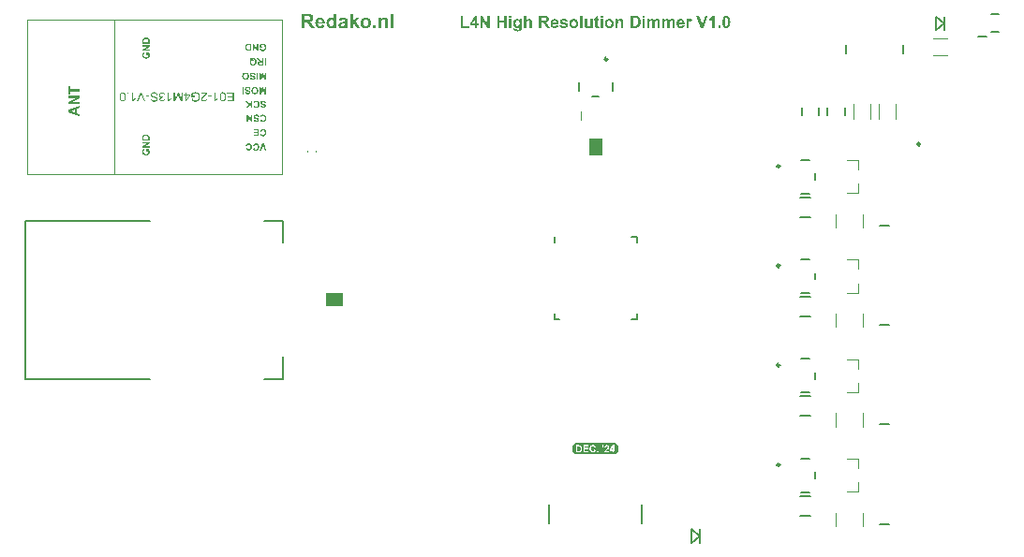
<source format=gto>
G04*
G04 #@! TF.GenerationSoftware,Altium Limited,Altium Designer,22.4.2 (48)*
G04*
G04 Layer_Color=65535*
%FSLAX44Y44*%
%MOMM*%
G71*
G04*
G04 #@! TF.SameCoordinates,5AEF41FB-E79F-4A44-A991-0DBAD6E3AD50*
G04*
G04*
G04 #@! TF.FilePolarity,Positive*
G04*
G01*
G75*
%ADD10C,0.2500*%
%ADD11C,0.1000*%
%ADD12C,0.2000*%
%ADD13C,0.1524*%
%ADD14R,1.6000X1.3000*%
%ADD15R,1.3000X1.6000*%
G36*
X-18479Y-159512D02*
Y-149512D01*
X-20479Y-151512D01*
Y-157512D01*
X-18479Y-159512D01*
D02*
G37*
G36*
X18521Y-149512D02*
Y-159512D01*
X20521Y-157512D01*
Y-151512D01*
X18521Y-149512D01*
D02*
G37*
G36*
X-234093Y225886D02*
X-236368D01*
Y227231D01*
X-236396Y227204D01*
X-236423Y227162D01*
X-236465Y227120D01*
X-236590Y226968D01*
X-236742Y226801D01*
X-236950Y226607D01*
X-237172Y226399D01*
X-237436Y226219D01*
X-237713Y226052D01*
X-237727D01*
X-237741Y226039D01*
X-237796Y226025D01*
X-237852Y225997D01*
X-238004Y225928D01*
X-238199Y225872D01*
X-238434Y225803D01*
X-238698Y225734D01*
X-238975Y225692D01*
X-239266Y225678D01*
X-239336D01*
X-239419Y225692D01*
X-239530D01*
X-239669Y225720D01*
X-239835Y225747D01*
X-240015Y225789D01*
X-240210Y225844D01*
X-240417Y225900D01*
X-240639Y225983D01*
X-240861Y226094D01*
X-241097Y226219D01*
X-241319Y226358D01*
X-241555Y226538D01*
X-241777Y226732D01*
X-241999Y226954D01*
X-242012Y226968D01*
X-242040Y227010D01*
X-242110Y227093D01*
X-242179Y227190D01*
X-242262Y227328D01*
X-242359Y227481D01*
X-242456Y227675D01*
X-242567Y227883D01*
X-242678Y228133D01*
X-242775Y228396D01*
X-242872Y228701D01*
X-242955Y229020D01*
X-243025Y229367D01*
X-243080Y229741D01*
X-243122Y230144D01*
X-243136Y230560D01*
Y230588D01*
Y230671D01*
X-243122Y230782D01*
Y230948D01*
X-243108Y231142D01*
X-243080Y231364D01*
X-243039Y231628D01*
X-242997Y231891D01*
X-242942Y232182D01*
X-242872Y232474D01*
X-242775Y232765D01*
X-242678Y233070D01*
X-242553Y233361D01*
X-242401Y233638D01*
X-242234Y233902D01*
X-242040Y234138D01*
X-242026Y234152D01*
X-241985Y234193D01*
X-241929Y234249D01*
X-241846Y234332D01*
X-241735Y234429D01*
X-241596Y234526D01*
X-241444Y234637D01*
X-241277Y234762D01*
X-241083Y234873D01*
X-240861Y234984D01*
X-240639Y235081D01*
X-240390Y235178D01*
X-240126Y235261D01*
X-239849Y235317D01*
X-239544Y235358D01*
X-239239Y235372D01*
X-239169D01*
X-239086Y235358D01*
X-238975D01*
X-238836Y235331D01*
X-238684Y235303D01*
X-238518Y235261D01*
X-238323Y235206D01*
X-238115Y235136D01*
X-237894Y235053D01*
X-237672Y234942D01*
X-237450Y234817D01*
X-237214Y234679D01*
X-236992Y234498D01*
X-236770Y234304D01*
X-236548Y234069D01*
Y238687D01*
X-234093D01*
Y225886D01*
D02*
G37*
G36*
X-190325Y235358D02*
X-190117Y235331D01*
X-189895Y235303D01*
X-189645Y235247D01*
X-189382Y235164D01*
X-189132Y235067D01*
X-189118D01*
X-189104Y235053D01*
X-189021Y235012D01*
X-188896Y234956D01*
X-188758Y234859D01*
X-188591Y234762D01*
X-188425Y234623D01*
X-188258Y234485D01*
X-188120Y234318D01*
X-188106Y234304D01*
X-188064Y234235D01*
X-188009Y234152D01*
X-187926Y234027D01*
X-187842Y233874D01*
X-187773Y233694D01*
X-187690Y233500D01*
X-187634Y233292D01*
Y233264D01*
X-187607Y233181D01*
X-187593Y233056D01*
X-187565Y232876D01*
X-187537Y232640D01*
X-187523Y232363D01*
X-187496Y232030D01*
Y231642D01*
Y225886D01*
X-189950D01*
Y230615D01*
Y230629D01*
Y230685D01*
Y230754D01*
Y230865D01*
Y230976D01*
X-189964Y231115D01*
Y231420D01*
X-189992Y231752D01*
X-190020Y232071D01*
X-190034Y232224D01*
X-190061Y232349D01*
X-190089Y232460D01*
X-190117Y232557D01*
Y232571D01*
X-190145Y232626D01*
X-190186Y232709D01*
X-190242Y232806D01*
X-190311Y232917D01*
X-190394Y233042D01*
X-190505Y233153D01*
X-190630Y233250D01*
X-190644Y233264D01*
X-190685Y233292D01*
X-190769Y233333D01*
X-190866Y233375D01*
X-190991Y233417D01*
X-191129Y233458D01*
X-191282Y233486D01*
X-191462Y233500D01*
X-191573D01*
X-191684Y233486D01*
X-191850Y233458D01*
X-192017Y233417D01*
X-192211Y233347D01*
X-192419Y233264D01*
X-192613Y233139D01*
X-192641Y233125D01*
X-192696Y233070D01*
X-192780Y233001D01*
X-192890Y232890D01*
X-193001Y232765D01*
X-193112Y232598D01*
X-193209Y232418D01*
X-193293Y232210D01*
X-193307Y232182D01*
Y232155D01*
X-193320Y232099D01*
X-193334Y232030D01*
X-193348Y231947D01*
X-193362Y231849D01*
X-193376Y231739D01*
X-193404Y231600D01*
X-193417Y231447D01*
X-193431Y231267D01*
X-193445Y231073D01*
X-193459Y230865D01*
Y230629D01*
X-193473Y230366D01*
Y230088D01*
Y225886D01*
X-195928D01*
Y235164D01*
X-193653D01*
Y233791D01*
X-193639Y233805D01*
X-193598Y233860D01*
X-193528Y233944D01*
X-193431Y234041D01*
X-193320Y234152D01*
X-193168Y234290D01*
X-193015Y234429D01*
X-192821Y234582D01*
X-192613Y234734D01*
X-192377Y234873D01*
X-192128Y235012D01*
X-191864Y235123D01*
X-191573Y235233D01*
X-191268Y235303D01*
X-190949Y235358D01*
X-190616Y235372D01*
X-190477D01*
X-190325Y235358D01*
D02*
G37*
G36*
X-182531Y225886D02*
X-184986D01*
Y238687D01*
X-182531D01*
Y225886D01*
D02*
G37*
G36*
X-198424Y225886D02*
X-200879D01*
Y228341D01*
X-198424D01*
Y225886D01*
D02*
G37*
G36*
X-219365Y231891D02*
X-216495Y235164D01*
X-213471D01*
X-216647Y231766D01*
X-213249Y225886D01*
X-215898D01*
X-218228Y230047D01*
X-219365Y228854D01*
Y225886D01*
X-221820D01*
Y238687D01*
X-219365D01*
Y231891D01*
D02*
G37*
G36*
X-227645Y235358D02*
X-227478D01*
X-227312Y235344D01*
X-227118Y235317D01*
X-226716Y235275D01*
X-226313Y235206D01*
X-225925Y235109D01*
X-225759Y235039D01*
X-225592Y234970D01*
X-225578D01*
X-225551Y234956D01*
X-225509Y234928D01*
X-225467Y234901D01*
X-225315Y234817D01*
X-225148Y234706D01*
X-224954Y234554D01*
X-224774Y234387D01*
X-224594Y234193D01*
X-224455Y233985D01*
X-224441Y233958D01*
X-224427Y233916D01*
X-224400Y233874D01*
X-224372Y233805D01*
X-224344Y233708D01*
X-224316Y233611D01*
X-224289Y233486D01*
X-224261Y233347D01*
X-224233Y233195D01*
X-224205Y233015D01*
X-224178Y232806D01*
X-224150Y232584D01*
X-224136Y232349D01*
X-224122Y232085D01*
Y231794D01*
X-224164Y228923D01*
Y228909D01*
Y228868D01*
Y228812D01*
Y228729D01*
Y228618D01*
Y228507D01*
X-224150Y228244D01*
X-224136Y227952D01*
X-224122Y227647D01*
X-224094Y227370D01*
X-224067Y227231D01*
X-224053Y227120D01*
Y227093D01*
X-224025Y227023D01*
X-223997Y226898D01*
X-223956Y226746D01*
X-223900Y226566D01*
X-223817Y226358D01*
X-223720Y226122D01*
X-223609Y225886D01*
X-226036D01*
Y225900D01*
X-226050Y225928D01*
X-226078Y225983D01*
X-226105Y226066D01*
X-226133Y226164D01*
X-226189Y226288D01*
X-226230Y226441D01*
X-226286Y226607D01*
Y226621D01*
X-226299Y226649D01*
X-226313Y226732D01*
X-226341Y226829D01*
X-226355Y226871D01*
X-226369Y226898D01*
X-226397Y226871D01*
X-226480Y226801D01*
X-226605Y226691D01*
X-226771Y226552D01*
X-226965Y226413D01*
X-227201Y226261D01*
X-227451Y226108D01*
X-227714Y225983D01*
X-227728D01*
X-227742Y225969D01*
X-227783Y225956D01*
X-227839Y225942D01*
X-227978Y225886D01*
X-228172Y225831D01*
X-228394Y225775D01*
X-228657Y225720D01*
X-228934Y225692D01*
X-229240Y225678D01*
X-229378D01*
X-229475Y225692D01*
X-229600Y225706D01*
X-229739Y225720D01*
X-229891Y225747D01*
X-230058Y225775D01*
X-230418Y225858D01*
X-230793Y225997D01*
X-230987Y226094D01*
X-231167Y226191D01*
X-231334Y226302D01*
X-231500Y226441D01*
X-231514Y226455D01*
X-231542Y226483D01*
X-231569Y226524D01*
X-231625Y226579D01*
X-231694Y226663D01*
X-231764Y226746D01*
X-231833Y226857D01*
X-231902Y226982D01*
X-231985Y227120D01*
X-232055Y227259D01*
X-232194Y227606D01*
X-232249Y227786D01*
X-232277Y227980D01*
X-232304Y228188D01*
X-232318Y228410D01*
Y228424D01*
Y228452D01*
Y228493D01*
Y228549D01*
X-232304Y228687D01*
X-232277Y228882D01*
X-232221Y229104D01*
X-232166Y229339D01*
X-232069Y229575D01*
X-231944Y229811D01*
Y229825D01*
X-231930Y229839D01*
X-231875Y229908D01*
X-231791Y230019D01*
X-231667Y230158D01*
X-231528Y230310D01*
X-231348Y230463D01*
X-231140Y230615D01*
X-230904Y230740D01*
X-230890D01*
X-230876Y230754D01*
X-230835Y230768D01*
X-230779Y230795D01*
X-230710Y230823D01*
X-230626Y230865D01*
X-230515Y230893D01*
X-230404Y230934D01*
X-230280Y230976D01*
X-230127Y231031D01*
X-229961Y231073D01*
X-229794Y231128D01*
X-229600Y231170D01*
X-229392Y231225D01*
X-229184Y231281D01*
X-228948Y231322D01*
X-228934D01*
X-228879Y231336D01*
X-228782Y231350D01*
X-228671Y231378D01*
X-228532Y231406D01*
X-228366Y231434D01*
X-228186Y231475D01*
X-227991Y231517D01*
X-227603Y231614D01*
X-227201Y231711D01*
X-227021Y231766D01*
X-226840Y231822D01*
X-226688Y231877D01*
X-226549Y231933D01*
Y232169D01*
Y232182D01*
Y232196D01*
Y232293D01*
X-226563Y232418D01*
X-226591Y232571D01*
X-226632Y232737D01*
X-226702Y232903D01*
X-226785Y233070D01*
X-226910Y233195D01*
X-226924Y233209D01*
X-226979Y233236D01*
X-227076Y233292D01*
X-227201Y233347D01*
X-227381Y233403D01*
X-227617Y233458D01*
X-227756Y233472D01*
X-227894Y233486D01*
X-228061Y233500D01*
X-228352D01*
X-228477Y233486D01*
X-228615Y233472D01*
X-228782Y233431D01*
X-228962Y233389D01*
X-229129Y233320D01*
X-229281Y233236D01*
X-229295Y233223D01*
X-229337Y233181D01*
X-229406Y233125D01*
X-229489Y233028D01*
X-229586Y232903D01*
X-229683Y232737D01*
X-229781Y232543D01*
X-229864Y232321D01*
X-232069Y232723D01*
Y232737D01*
X-232055Y232779D01*
X-232027Y232848D01*
X-231999Y232945D01*
X-231958Y233056D01*
X-231902Y233181D01*
X-231764Y233472D01*
X-231583Y233805D01*
X-231362Y234138D01*
X-231098Y234443D01*
X-230945Y234596D01*
X-230779Y234720D01*
X-230765Y234734D01*
X-230737Y234748D01*
X-230682Y234776D01*
X-230613Y234817D01*
X-230515Y234873D01*
X-230391Y234928D01*
X-230252Y234984D01*
X-230099Y235053D01*
X-229905Y235109D01*
X-229711Y235164D01*
X-229489Y235219D01*
X-229240Y235275D01*
X-228976Y235317D01*
X-228685Y235344D01*
X-228380Y235372D01*
X-227770D01*
X-227645Y235358D01*
D02*
G37*
G36*
X-259487Y238673D02*
X-259292D01*
X-259070Y238659D01*
X-258849Y238645D01*
X-258349Y238603D01*
X-257864Y238534D01*
X-257628Y238506D01*
X-257392Y238451D01*
X-257184Y238395D01*
X-257004Y238340D01*
X-256990D01*
X-256963Y238326D01*
X-256921Y238298D01*
X-256852Y238271D01*
X-256768Y238229D01*
X-256685Y238187D01*
X-256463Y238063D01*
X-256227Y237882D01*
X-255992Y237674D01*
X-255742Y237411D01*
X-255520Y237106D01*
Y237092D01*
X-255492Y237064D01*
X-255465Y237022D01*
X-255437Y236953D01*
X-255382Y236870D01*
X-255340Y236773D01*
X-255285Y236648D01*
X-255229Y236523D01*
X-255132Y236232D01*
X-255035Y235885D01*
X-254979Y235511D01*
X-254952Y235095D01*
Y235081D01*
Y235025D01*
Y234956D01*
X-254965Y234859D01*
X-254979Y234734D01*
X-254993Y234596D01*
X-255021Y234429D01*
X-255063Y234263D01*
X-255160Y233874D01*
X-255229Y233680D01*
X-255312Y233486D01*
X-255409Y233278D01*
X-255520Y233084D01*
X-255645Y232890D01*
X-255798Y232709D01*
X-255812Y232696D01*
X-255839Y232668D01*
X-255881Y232626D01*
X-255950Y232557D01*
X-256047Y232488D01*
X-256158Y232404D01*
X-256283Y232307D01*
X-256436Y232210D01*
X-256602Y232099D01*
X-256782Y232002D01*
X-256990Y231905D01*
X-257226Y231808D01*
X-257476Y231725D01*
X-257739Y231642D01*
X-258030Y231572D01*
X-258335Y231517D01*
X-258322D01*
X-258294Y231489D01*
X-258252Y231475D01*
X-258197Y231434D01*
X-258044Y231336D01*
X-257850Y231198D01*
X-257628Y231045D01*
X-257392Y230865D01*
X-257157Y230657D01*
X-256949Y230449D01*
X-256921Y230421D01*
X-256893Y230380D01*
X-256852Y230338D01*
X-256796Y230268D01*
X-256727Y230185D01*
X-256644Y230088D01*
X-256560Y229977D01*
X-256463Y229839D01*
X-256352Y229686D01*
X-256227Y229520D01*
X-256103Y229326D01*
X-255964Y229117D01*
X-255812Y228882D01*
X-255645Y228646D01*
X-255479Y228369D01*
X-253911Y225886D01*
X-257004D01*
X-258876Y228674D01*
X-258890Y228687D01*
X-258918Y228743D01*
X-258973Y228812D01*
X-259043Y228909D01*
X-259112Y229034D01*
X-259209Y229159D01*
X-259417Y229464D01*
X-259653Y229783D01*
X-259875Y230088D01*
X-259986Y230227D01*
X-260083Y230352D01*
X-260166Y230463D01*
X-260249Y230546D01*
X-260263Y230560D01*
X-260305Y230615D01*
X-260388Y230671D01*
X-260485Y230754D01*
X-260596Y230851D01*
X-260735Y230934D01*
X-260873Y231017D01*
X-261026Y231073D01*
X-261040Y231087D01*
X-261109Y231101D01*
X-261206Y231128D01*
X-261345Y231156D01*
X-261525Y231184D01*
X-261747Y231198D01*
X-262011Y231225D01*
X-262843D01*
Y225886D01*
X-265422D01*
Y238687D01*
X-259653D01*
X-259487Y238673D01*
D02*
G37*
G36*
X-207383Y235358D02*
X-207244Y235344D01*
X-207064Y235331D01*
X-206856Y235303D01*
X-206620Y235261D01*
X-206371Y235206D01*
X-206107Y235123D01*
X-205830Y235039D01*
X-205539Y234928D01*
X-205261Y234790D01*
X-204970Y234637D01*
X-204679Y234457D01*
X-204415Y234235D01*
X-204152Y233999D01*
X-204138Y233985D01*
X-204096Y233930D01*
X-204027Y233860D01*
X-203944Y233750D01*
X-203833Y233611D01*
X-203722Y233458D01*
X-203611Y233264D01*
X-203472Y233056D01*
X-203347Y232820D01*
X-203236Y232557D01*
X-203111Y232266D01*
X-203015Y231961D01*
X-202931Y231642D01*
X-202862Y231295D01*
X-202820Y230934D01*
X-202806Y230546D01*
Y230518D01*
Y230449D01*
X-202820Y230338D01*
Y230199D01*
X-202848Y230019D01*
X-202876Y229811D01*
X-202917Y229575D01*
X-202973Y229326D01*
X-203042Y229048D01*
X-203139Y228771D01*
X-203250Y228479D01*
X-203375Y228188D01*
X-203542Y227883D01*
X-203722Y227606D01*
X-203930Y227315D01*
X-204165Y227051D01*
X-204179Y227037D01*
X-204221Y226996D01*
X-204304Y226926D01*
X-204415Y226843D01*
X-204540Y226732D01*
X-204706Y226621D01*
X-204887Y226496D01*
X-205095Y226371D01*
X-205331Y226233D01*
X-205594Y226108D01*
X-205871Y225997D01*
X-206176Y225900D01*
X-206495Y225803D01*
X-206842Y225734D01*
X-207203Y225692D01*
X-207577Y225678D01*
X-207702D01*
X-207799Y225692D01*
X-207910D01*
X-208035Y225706D01*
X-208187Y225720D01*
X-208354Y225747D01*
X-208728Y225817D01*
X-209144Y225914D01*
X-209574Y226052D01*
X-210004Y226247D01*
X-210018Y226261D01*
X-210060Y226274D01*
X-210115Y226302D01*
X-210198Y226358D01*
X-210295Y226413D01*
X-210392Y226496D01*
X-210656Y226677D01*
X-210933Y226912D01*
X-211224Y227204D01*
X-211502Y227550D01*
X-211751Y227939D01*
Y227952D01*
X-211779Y227994D01*
X-211807Y228050D01*
X-211849Y228133D01*
X-211890Y228244D01*
X-211946Y228369D01*
X-211987Y228521D01*
X-212043Y228687D01*
X-212098Y228882D01*
X-212154Y229090D01*
X-212209Y229312D01*
X-212251Y229547D01*
X-212292Y229797D01*
X-212320Y230074D01*
X-212334Y230352D01*
X-212348Y230643D01*
Y230657D01*
Y230698D01*
Y230768D01*
X-212334Y230851D01*
Y230962D01*
X-212320Y231101D01*
X-212292Y231239D01*
X-212278Y231406D01*
X-212195Y231766D01*
X-212098Y232169D01*
X-211946Y232584D01*
X-211863Y232806D01*
X-211751Y233015D01*
X-211738Y233028D01*
X-211724Y233070D01*
X-211682Y233125D01*
X-211641Y233209D01*
X-211585Y233306D01*
X-211502Y233417D01*
X-211322Y233666D01*
X-211072Y233944D01*
X-210781Y234235D01*
X-210448Y234512D01*
X-210060Y234762D01*
X-210046Y234776D01*
X-210004Y234790D01*
X-209949Y234817D01*
X-209865Y234859D01*
X-209755Y234901D01*
X-209630Y234956D01*
X-209491Y235012D01*
X-209338Y235067D01*
X-209158Y235123D01*
X-208964Y235178D01*
X-208548Y235275D01*
X-208090Y235344D01*
X-207841Y235372D01*
X-207494D01*
X-207383Y235358D01*
D02*
G37*
G36*
X-248808D02*
X-248655Y235344D01*
X-248489Y235331D01*
X-248281Y235303D01*
X-248059Y235261D01*
X-247823Y235206D01*
X-247560Y235123D01*
X-247296Y235039D01*
X-247033Y234928D01*
X-246755Y234790D01*
X-246492Y234637D01*
X-246228Y234457D01*
X-245979Y234235D01*
X-245743Y233999D01*
X-245729Y233985D01*
X-245688Y233930D01*
X-245632Y233860D01*
X-245563Y233750D01*
X-245466Y233597D01*
X-245368Y233417D01*
X-245258Y233209D01*
X-245147Y232973D01*
X-245036Y232696D01*
X-244939Y232376D01*
X-244841Y232044D01*
X-244758Y231669D01*
X-244689Y231253D01*
X-244634Y230809D01*
X-244592Y230338D01*
Y229825D01*
X-250736D01*
Y229811D01*
Y229783D01*
Y229714D01*
X-250722Y229644D01*
X-250708Y229547D01*
X-250694Y229436D01*
X-250652Y229201D01*
X-250583Y228923D01*
X-250486Y228632D01*
X-250347Y228355D01*
X-250153Y228105D01*
X-250139D01*
X-250125Y228077D01*
X-250056Y228008D01*
X-249931Y227911D01*
X-249765Y227814D01*
X-249557Y227703D01*
X-249307Y227606D01*
X-249030Y227537D01*
X-248877Y227523D01*
X-248725Y227509D01*
X-248628D01*
X-248531Y227523D01*
X-248392Y227550D01*
X-248239Y227578D01*
X-248087Y227633D01*
X-247920Y227717D01*
X-247768Y227814D01*
X-247754Y227828D01*
X-247698Y227869D01*
X-247629Y227952D01*
X-247546Y228064D01*
X-247435Y228202D01*
X-247338Y228382D01*
X-247241Y228590D01*
X-247158Y228840D01*
X-244717Y228424D01*
Y228410D01*
X-244744Y228369D01*
X-244772Y228299D01*
X-244800Y228202D01*
X-244855Y228091D01*
X-244925Y227966D01*
X-244994Y227814D01*
X-245077Y227661D01*
X-245285Y227328D01*
X-245549Y226996D01*
X-245854Y226663D01*
X-246034Y226510D01*
X-246215Y226371D01*
X-246228Y226358D01*
X-246256Y226344D01*
X-246312Y226302D01*
X-246395Y226261D01*
X-246492Y226205D01*
X-246617Y226150D01*
X-246755Y226094D01*
X-246908Y226025D01*
X-247088Y225956D01*
X-247282Y225900D01*
X-247490Y225844D01*
X-247712Y225789D01*
X-247948Y225747D01*
X-248212Y225706D01*
X-248475Y225692D01*
X-248752Y225678D01*
X-248863D01*
X-248988Y225692D01*
X-249155Y225706D01*
X-249349Y225720D01*
X-249585Y225761D01*
X-249834Y225803D01*
X-250112Y225872D01*
X-250403Y225956D01*
X-250694Y226066D01*
X-250985Y226191D01*
X-251290Y226344D01*
X-251568Y226524D01*
X-251845Y226732D01*
X-252095Y226968D01*
X-252330Y227245D01*
X-252344Y227259D01*
X-252372Y227301D01*
X-252414Y227370D01*
X-252469Y227481D01*
X-252539Y227606D01*
X-252622Y227745D01*
X-252705Y227925D01*
X-252788Y228119D01*
X-252871Y228341D01*
X-252955Y228590D01*
X-253038Y228854D01*
X-253107Y229131D01*
X-253163Y229436D01*
X-253204Y229755D01*
X-253232Y230102D01*
X-253246Y230449D01*
Y230477D01*
Y230546D01*
X-253232Y230671D01*
Y230823D01*
X-253204Y231017D01*
X-253176Y231253D01*
X-253149Y231489D01*
X-253093Y231766D01*
X-253038Y232044D01*
X-252955Y232335D01*
X-252857Y232640D01*
X-252747Y232945D01*
X-252608Y233236D01*
X-252441Y233528D01*
X-252261Y233805D01*
X-252053Y234055D01*
X-252039Y234069D01*
X-251998Y234110D01*
X-251928Y234179D01*
X-251831Y234263D01*
X-251720Y234360D01*
X-251568Y234471D01*
X-251401Y234596D01*
X-251221Y234720D01*
X-251013Y234831D01*
X-250777Y234956D01*
X-250528Y235067D01*
X-250250Y235164D01*
X-249973Y235247D01*
X-249668Y235317D01*
X-249335Y235358D01*
X-249002Y235372D01*
X-248905D01*
X-248808Y235358D01*
D02*
G37*
G36*
X18521Y-159512D02*
X-18479D01*
Y-149512D01*
X18521D01*
Y-159512D01*
D02*
G37*
G36*
X-306678Y121634D02*
X-306588Y121627D01*
X-306484Y121613D01*
X-306359Y121592D01*
X-306213Y121572D01*
X-306061Y121530D01*
X-305901Y121488D01*
X-305728Y121426D01*
X-305555Y121357D01*
X-305381Y121273D01*
X-305208Y121176D01*
X-305035Y121059D01*
X-304868Y120927D01*
X-304709Y120774D01*
X-304702Y120767D01*
X-304674Y120733D01*
X-304632Y120684D01*
X-304584Y120615D01*
X-304521Y120525D01*
X-304452Y120421D01*
X-304376Y120296D01*
X-304300Y120150D01*
X-304223Y119991D01*
X-304147Y119810D01*
X-304078Y119616D01*
X-304015Y119401D01*
X-303967Y119172D01*
X-303925Y118930D01*
X-303897Y118673D01*
X-303890Y118396D01*
Y118389D01*
Y118375D01*
Y118354D01*
Y118326D01*
Y118285D01*
X-303897Y118243D01*
X-303904Y118132D01*
X-303918Y118000D01*
X-303932Y117841D01*
X-303960Y117668D01*
X-303994Y117487D01*
X-304036Y117286D01*
X-304091Y117085D01*
X-304154Y116877D01*
X-304237Y116669D01*
X-304327Y116468D01*
X-304438Y116274D01*
X-304563Y116087D01*
X-304709Y115913D01*
X-304716Y115906D01*
X-304750Y115872D01*
X-304792Y115830D01*
X-304861Y115775D01*
X-304944Y115705D01*
X-305042Y115629D01*
X-305159Y115553D01*
X-305291Y115470D01*
X-305437Y115386D01*
X-305603Y115303D01*
X-305777Y115234D01*
X-305971Y115164D01*
X-306179Y115109D01*
X-306401Y115060D01*
X-306636Y115033D01*
X-306879Y115026D01*
X-306935D01*
X-306990Y115033D01*
X-307073Y115040D01*
X-307170Y115047D01*
X-307288Y115060D01*
X-307420Y115081D01*
X-307559Y115116D01*
X-307704Y115150D01*
X-307857Y115199D01*
X-308016Y115255D01*
X-308176Y115324D01*
X-308335Y115400D01*
X-308495Y115497D01*
X-308640Y115601D01*
X-308786Y115726D01*
X-308793Y115733D01*
X-308807Y115747D01*
X-308828Y115768D01*
X-308855Y115802D01*
X-308897Y115844D01*
X-308939Y115892D01*
X-308980Y115955D01*
X-309036Y116024D01*
X-309084Y116108D01*
X-309140Y116191D01*
X-309195Y116288D01*
X-309251Y116392D01*
X-309299Y116510D01*
X-309355Y116628D01*
X-309403Y116759D01*
X-309445Y116898D01*
X-308169Y117203D01*
Y117196D01*
X-308162Y117182D01*
X-308155Y117155D01*
X-308148Y117120D01*
X-308134Y117078D01*
X-308113Y117030D01*
X-308065Y116919D01*
X-308002Y116794D01*
X-307919Y116662D01*
X-307815Y116537D01*
X-307690Y116419D01*
X-307683Y116413D01*
X-307677Y116406D01*
X-307656Y116392D01*
X-307628Y116371D01*
X-307593Y116350D01*
X-307552Y116329D01*
X-307448Y116274D01*
X-307316Y116218D01*
X-307170Y116177D01*
X-307004Y116142D01*
X-306817Y116128D01*
X-306747D01*
X-306699Y116135D01*
X-306636Y116142D01*
X-306567Y116156D01*
X-306491Y116170D01*
X-306408Y116191D01*
X-306317Y116218D01*
X-306220Y116253D01*
X-306123Y116295D01*
X-306026Y116343D01*
X-305929Y116406D01*
X-305839Y116475D01*
X-305742Y116551D01*
X-305659Y116641D01*
X-305652Y116648D01*
X-305638Y116662D01*
X-305617Y116697D01*
X-305589Y116739D01*
X-305555Y116794D01*
X-305520Y116863D01*
X-305478Y116946D01*
X-305444Y117044D01*
X-305402Y117148D01*
X-305361Y117272D01*
X-305326Y117404D01*
X-305291Y117557D01*
X-305263Y117723D01*
X-305243Y117896D01*
X-305229Y118091D01*
X-305222Y118299D01*
Y118313D01*
Y118354D01*
Y118417D01*
X-305229Y118493D01*
X-305236Y118597D01*
X-305243Y118708D01*
X-305256Y118833D01*
X-305277Y118971D01*
X-305326Y119256D01*
X-305361Y119394D01*
X-305402Y119540D01*
X-305451Y119679D01*
X-305513Y119803D01*
X-305575Y119921D01*
X-305652Y120025D01*
X-305659Y120032D01*
X-305672Y120046D01*
X-305700Y120074D01*
X-305728Y120108D01*
X-305777Y120143D01*
X-305825Y120185D01*
X-305888Y120233D01*
X-305957Y120282D01*
X-306033Y120330D01*
X-306123Y120379D01*
X-306213Y120421D01*
X-306317Y120455D01*
X-306421Y120490D01*
X-306539Y120518D01*
X-306664Y120532D01*
X-306789Y120538D01*
X-306837D01*
X-306872Y120532D01*
X-306921D01*
X-306969Y120518D01*
X-307094Y120497D01*
X-307233Y120455D01*
X-307378Y120400D01*
X-307524Y120316D01*
X-307600Y120268D01*
X-307670Y120212D01*
X-307677Y120206D01*
X-307683Y120199D01*
X-307704Y120178D01*
X-307732Y120150D01*
X-307760Y120115D01*
X-307794Y120074D01*
X-307836Y120018D01*
X-307878Y119963D01*
X-307919Y119894D01*
X-307968Y119817D01*
X-308009Y119734D01*
X-308058Y119637D01*
X-308099Y119540D01*
X-308141Y119429D01*
X-308176Y119304D01*
X-308210Y119179D01*
X-309466Y119568D01*
Y119581D01*
X-309452Y119616D01*
X-309438Y119665D01*
X-309410Y119741D01*
X-309375Y119824D01*
X-309341Y119928D01*
X-309292Y120039D01*
X-309237Y120157D01*
X-309174Y120282D01*
X-309105Y120414D01*
X-309022Y120545D01*
X-308939Y120670D01*
X-308841Y120802D01*
X-308737Y120920D01*
X-308626Y121031D01*
X-308502Y121135D01*
X-308495Y121142D01*
X-308474Y121156D01*
X-308432Y121183D01*
X-308384Y121211D01*
X-308314Y121253D01*
X-308238Y121294D01*
X-308148Y121343D01*
X-308037Y121384D01*
X-307926Y121433D01*
X-307794Y121482D01*
X-307656Y121523D01*
X-307503Y121565D01*
X-307344Y121592D01*
X-307170Y121620D01*
X-306990Y121634D01*
X-306803Y121641D01*
X-306747D01*
X-306678Y121634D01*
D02*
G37*
G36*
X-313134D02*
X-313043Y121627D01*
X-312939Y121613D01*
X-312815Y121592D01*
X-312669Y121572D01*
X-312516Y121530D01*
X-312357Y121488D01*
X-312184Y121426D01*
X-312010Y121357D01*
X-311837Y121273D01*
X-311664Y121176D01*
X-311490Y121059D01*
X-311324Y120927D01*
X-311164Y120774D01*
X-311157Y120767D01*
X-311130Y120733D01*
X-311088Y120684D01*
X-311040Y120615D01*
X-310977Y120525D01*
X-310908Y120421D01*
X-310832Y120296D01*
X-310755Y120150D01*
X-310679Y119991D01*
X-310603Y119810D01*
X-310533Y119616D01*
X-310471Y119401D01*
X-310422Y119172D01*
X-310381Y118930D01*
X-310353Y118673D01*
X-310346Y118396D01*
Y118389D01*
Y118375D01*
Y118354D01*
Y118326D01*
Y118285D01*
X-310353Y118243D01*
X-310360Y118132D01*
X-310374Y118000D01*
X-310388Y117841D01*
X-310415Y117668D01*
X-310450Y117487D01*
X-310492Y117286D01*
X-310547Y117085D01*
X-310610Y116877D01*
X-310693Y116669D01*
X-310783Y116468D01*
X-310894Y116274D01*
X-311019Y116087D01*
X-311164Y115913D01*
X-311171Y115906D01*
X-311206Y115872D01*
X-311248Y115830D01*
X-311317Y115775D01*
X-311400Y115705D01*
X-311497Y115629D01*
X-311615Y115553D01*
X-311747Y115470D01*
X-311893Y115386D01*
X-312059Y115303D01*
X-312232Y115234D01*
X-312426Y115164D01*
X-312634Y115109D01*
X-312856Y115060D01*
X-313092Y115033D01*
X-313335Y115026D01*
X-313390D01*
X-313446Y115033D01*
X-313529Y115040D01*
X-313626Y115047D01*
X-313744Y115060D01*
X-313876Y115081D01*
X-314014Y115116D01*
X-314160Y115150D01*
X-314312Y115199D01*
X-314472Y115255D01*
X-314632Y115324D01*
X-314791Y115400D01*
X-314950Y115497D01*
X-315096Y115601D01*
X-315242Y115726D01*
X-315249Y115733D01*
X-315263Y115747D01*
X-315283Y115768D01*
X-315311Y115802D01*
X-315353Y115844D01*
X-315394Y115892D01*
X-315436Y115955D01*
X-315491Y116024D01*
X-315540Y116108D01*
X-315595Y116191D01*
X-315651Y116288D01*
X-315706Y116392D01*
X-315755Y116510D01*
X-315810Y116628D01*
X-315859Y116759D01*
X-315900Y116898D01*
X-314625Y117203D01*
Y117196D01*
X-314618Y117182D01*
X-314611Y117155D01*
X-314604Y117120D01*
X-314590Y117078D01*
X-314569Y117030D01*
X-314520Y116919D01*
X-314458Y116794D01*
X-314375Y116662D01*
X-314271Y116537D01*
X-314146Y116419D01*
X-314139Y116413D01*
X-314132Y116406D01*
X-314111Y116392D01*
X-314084Y116371D01*
X-314049Y116350D01*
X-314007Y116329D01*
X-313903Y116274D01*
X-313772Y116218D01*
X-313626Y116177D01*
X-313460Y116142D01*
X-313272Y116128D01*
X-313203D01*
X-313155Y116135D01*
X-313092Y116142D01*
X-313023Y116156D01*
X-312946Y116170D01*
X-312863Y116191D01*
X-312773Y116218D01*
X-312676Y116253D01*
X-312579Y116295D01*
X-312482Y116343D01*
X-312385Y116406D01*
X-312295Y116475D01*
X-312198Y116551D01*
X-312114Y116641D01*
X-312107Y116648D01*
X-312094Y116662D01*
X-312073Y116697D01*
X-312045Y116739D01*
X-312010Y116794D01*
X-311976Y116863D01*
X-311934Y116946D01*
X-311899Y117044D01*
X-311858Y117148D01*
X-311816Y117272D01*
X-311782Y117404D01*
X-311747Y117557D01*
X-311719Y117723D01*
X-311698Y117896D01*
X-311684Y118091D01*
X-311677Y118299D01*
Y118313D01*
Y118354D01*
Y118417D01*
X-311684Y118493D01*
X-311691Y118597D01*
X-311698Y118708D01*
X-311712Y118833D01*
X-311733Y118971D01*
X-311782Y119256D01*
X-311816Y119394D01*
X-311858Y119540D01*
X-311906Y119679D01*
X-311969Y119803D01*
X-312031Y119921D01*
X-312107Y120025D01*
X-312114Y120032D01*
X-312128Y120046D01*
X-312156Y120074D01*
X-312184Y120108D01*
X-312232Y120143D01*
X-312281Y120185D01*
X-312343Y120233D01*
X-312412Y120282D01*
X-312489Y120330D01*
X-312579Y120379D01*
X-312669Y120421D01*
X-312773Y120455D01*
X-312877Y120490D01*
X-312995Y120518D01*
X-313120Y120532D01*
X-313245Y120538D01*
X-313293D01*
X-313328Y120532D01*
X-313376D01*
X-313425Y120518D01*
X-313550Y120497D01*
X-313688Y120455D01*
X-313834Y120400D01*
X-313980Y120316D01*
X-314056Y120268D01*
X-314125Y120212D01*
X-314132Y120206D01*
X-314139Y120199D01*
X-314160Y120178D01*
X-314188Y120150D01*
X-314215Y120115D01*
X-314250Y120074D01*
X-314292Y120018D01*
X-314333Y119963D01*
X-314375Y119894D01*
X-314424Y119817D01*
X-314465Y119734D01*
X-314514Y119637D01*
X-314555Y119540D01*
X-314597Y119429D01*
X-314632Y119304D01*
X-314666Y119179D01*
X-315921Y119568D01*
Y119581D01*
X-315907Y119616D01*
X-315893Y119665D01*
X-315866Y119741D01*
X-315831Y119824D01*
X-315796Y119928D01*
X-315748Y120039D01*
X-315692Y120157D01*
X-315630Y120282D01*
X-315561Y120414D01*
X-315477Y120545D01*
X-315394Y120670D01*
X-315297Y120802D01*
X-315193Y120920D01*
X-315082Y121031D01*
X-314957Y121135D01*
X-314950Y121142D01*
X-314930Y121156D01*
X-314888Y121183D01*
X-314839Y121211D01*
X-314770Y121253D01*
X-314694Y121294D01*
X-314604Y121343D01*
X-314493Y121384D01*
X-314382Y121433D01*
X-314250Y121482D01*
X-314111Y121523D01*
X-313959Y121565D01*
X-313799Y121592D01*
X-313626Y121620D01*
X-313446Y121634D01*
X-313258Y121641D01*
X-313203D01*
X-313134Y121634D01*
D02*
G37*
G36*
X-297504Y115130D02*
X-298898D01*
X-300520Y119866D01*
X-302087Y115130D01*
X-303461D01*
X-301172Y121530D01*
X-299785D01*
X-297504Y115130D01*
D02*
G37*
G36*
X-300292Y134634D02*
X-300201Y134627D01*
X-300097Y134613D01*
X-299973Y134592D01*
X-299827Y134572D01*
X-299674Y134530D01*
X-299515Y134488D01*
X-299342Y134426D01*
X-299168Y134357D01*
X-298995Y134273D01*
X-298822Y134176D01*
X-298648Y134059D01*
X-298482Y133927D01*
X-298322Y133774D01*
X-298315Y133767D01*
X-298288Y133733D01*
X-298246Y133684D01*
X-298197Y133615D01*
X-298135Y133525D01*
X-298066Y133420D01*
X-297989Y133296D01*
X-297913Y133150D01*
X-297837Y132991D01*
X-297761Y132810D01*
X-297691Y132616D01*
X-297629Y132401D01*
X-297580Y132172D01*
X-297539Y131930D01*
X-297511Y131673D01*
X-297504Y131396D01*
Y131389D01*
Y131375D01*
Y131354D01*
Y131326D01*
Y131285D01*
X-297511Y131243D01*
X-297518Y131132D01*
X-297532Y131000D01*
X-297546Y130841D01*
X-297573Y130668D01*
X-297608Y130487D01*
X-297650Y130286D01*
X-297705Y130085D01*
X-297768Y129877D01*
X-297851Y129669D01*
X-297941Y129468D01*
X-298052Y129274D01*
X-298177Y129087D01*
X-298322Y128913D01*
X-298329Y128906D01*
X-298364Y128872D01*
X-298405Y128830D01*
X-298475Y128775D01*
X-298558Y128705D01*
X-298655Y128629D01*
X-298773Y128553D01*
X-298905Y128469D01*
X-299050Y128386D01*
X-299217Y128303D01*
X-299390Y128234D01*
X-299584Y128164D01*
X-299792Y128109D01*
X-300014Y128060D01*
X-300250Y128033D01*
X-300493Y128026D01*
X-300548D01*
X-300604Y128033D01*
X-300687Y128040D01*
X-300784Y128047D01*
X-300902Y128060D01*
X-301033Y128081D01*
X-301172Y128116D01*
X-301318Y128151D01*
X-301470Y128199D01*
X-301630Y128255D01*
X-301789Y128324D01*
X-301949Y128400D01*
X-302108Y128497D01*
X-302254Y128601D01*
X-302400Y128726D01*
X-302407Y128733D01*
X-302420Y128747D01*
X-302441Y128768D01*
X-302469Y128802D01*
X-302511Y128844D01*
X-302552Y128892D01*
X-302594Y128955D01*
X-302649Y129024D01*
X-302698Y129108D01*
X-302753Y129191D01*
X-302809Y129288D01*
X-302864Y129392D01*
X-302913Y129510D01*
X-302968Y129628D01*
X-303017Y129759D01*
X-303058Y129898D01*
X-301782Y130203D01*
Y130196D01*
X-301775Y130182D01*
X-301768Y130154D01*
X-301762Y130120D01*
X-301748Y130078D01*
X-301727Y130030D01*
X-301678Y129919D01*
X-301616Y129794D01*
X-301533Y129662D01*
X-301429Y129537D01*
X-301304Y129419D01*
X-301297Y129413D01*
X-301290Y129406D01*
X-301269Y129392D01*
X-301241Y129371D01*
X-301207Y129350D01*
X-301165Y129329D01*
X-301061Y129274D01*
X-300930Y129218D01*
X-300784Y129177D01*
X-300618Y129142D01*
X-300430Y129128D01*
X-300361D01*
X-300312Y129135D01*
X-300250Y129142D01*
X-300181Y129156D01*
X-300104Y129170D01*
X-300021Y129191D01*
X-299931Y129218D01*
X-299834Y129253D01*
X-299737Y129295D01*
X-299640Y129343D01*
X-299543Y129406D01*
X-299452Y129475D01*
X-299355Y129551D01*
X-299272Y129641D01*
X-299265Y129648D01*
X-299251Y129662D01*
X-299231Y129697D01*
X-299203Y129739D01*
X-299168Y129794D01*
X-299133Y129863D01*
X-299092Y129946D01*
X-299057Y130044D01*
X-299016Y130148D01*
X-298974Y130272D01*
X-298939Y130404D01*
X-298905Y130557D01*
X-298877Y130723D01*
X-298856Y130897D01*
X-298842Y131091D01*
X-298835Y131299D01*
Y131313D01*
Y131354D01*
Y131417D01*
X-298842Y131493D01*
X-298849Y131597D01*
X-298856Y131708D01*
X-298870Y131833D01*
X-298891Y131971D01*
X-298939Y132256D01*
X-298974Y132394D01*
X-299016Y132540D01*
X-299064Y132679D01*
X-299127Y132803D01*
X-299189Y132921D01*
X-299265Y133025D01*
X-299272Y133032D01*
X-299286Y133046D01*
X-299314Y133074D01*
X-299342Y133109D01*
X-299390Y133143D01*
X-299439Y133185D01*
X-299501Y133233D01*
X-299570Y133282D01*
X-299647Y133330D01*
X-299737Y133379D01*
X-299827Y133420D01*
X-299931Y133455D01*
X-300035Y133490D01*
X-300153Y133518D01*
X-300278Y133532D01*
X-300403Y133538D01*
X-300451D01*
X-300486Y133532D01*
X-300534D01*
X-300583Y133518D01*
X-300708Y133497D01*
X-300846Y133455D01*
X-300992Y133400D01*
X-301138Y133316D01*
X-301214Y133268D01*
X-301283Y133212D01*
X-301290Y133206D01*
X-301297Y133199D01*
X-301318Y133178D01*
X-301346Y133150D01*
X-301373Y133115D01*
X-301408Y133074D01*
X-301450Y133018D01*
X-301491Y132963D01*
X-301533Y132893D01*
X-301581Y132817D01*
X-301623Y132734D01*
X-301672Y132637D01*
X-301713Y132540D01*
X-301755Y132429D01*
X-301789Y132304D01*
X-301824Y132179D01*
X-303079Y132568D01*
Y132582D01*
X-303065Y132616D01*
X-303051Y132665D01*
X-303024Y132741D01*
X-302989Y132824D01*
X-302954Y132928D01*
X-302906Y133039D01*
X-302850Y133157D01*
X-302788Y133282D01*
X-302719Y133414D01*
X-302635Y133545D01*
X-302552Y133670D01*
X-302455Y133802D01*
X-302351Y133920D01*
X-302240Y134031D01*
X-302115Y134135D01*
X-302108Y134142D01*
X-302087Y134156D01*
X-302046Y134183D01*
X-301997Y134211D01*
X-301928Y134253D01*
X-301852Y134294D01*
X-301762Y134343D01*
X-301651Y134384D01*
X-301540Y134433D01*
X-301408Y134481D01*
X-301269Y134523D01*
X-301117Y134565D01*
X-300957Y134592D01*
X-300784Y134620D01*
X-300604Y134634D01*
X-300416Y134641D01*
X-300361D01*
X-300292Y134634D01*
D02*
G37*
G36*
X-304189Y128130D02*
X-308932D01*
Y129212D01*
X-305478D01*
Y130626D01*
X-308689D01*
Y131708D01*
X-305478D01*
Y133448D01*
X-309056D01*
Y134530D01*
X-304189D01*
Y128130D01*
D02*
G37*
G36*
X-306373Y147641D02*
X-306290D01*
X-306193Y147634D01*
X-306075Y147620D01*
X-305943Y147599D01*
X-305804Y147578D01*
X-305652Y147551D01*
X-305499Y147509D01*
X-305347Y147468D01*
X-305194Y147412D01*
X-305042Y147350D01*
X-304896Y147273D01*
X-304757Y147190D01*
X-304625Y147093D01*
X-304618Y147086D01*
X-304598Y147065D01*
X-304563Y147031D01*
X-304521Y146989D01*
X-304473Y146927D01*
X-304410Y146857D01*
X-304348Y146774D01*
X-304286Y146677D01*
X-304216Y146566D01*
X-304147Y146448D01*
X-304085Y146310D01*
X-304022Y146164D01*
X-303967Y146004D01*
X-303918Y145838D01*
X-303876Y145651D01*
X-303849Y145457D01*
X-305104Y145332D01*
Y145339D01*
X-305111Y145360D01*
X-305118Y145394D01*
X-305125Y145436D01*
X-305139Y145491D01*
X-305159Y145547D01*
X-305201Y145686D01*
X-305263Y145838D01*
X-305347Y145997D01*
X-305444Y146143D01*
X-305499Y146206D01*
X-305562Y146268D01*
X-305569D01*
X-305575Y146282D01*
X-305596Y146296D01*
X-305624Y146316D01*
X-305659Y146337D01*
X-305707Y146358D01*
X-305756Y146386D01*
X-305811Y146414D01*
X-305950Y146469D01*
X-306109Y146511D01*
X-306297Y146545D01*
X-306505Y146559D01*
X-306567D01*
X-306609Y146552D01*
X-306664D01*
X-306720Y146545D01*
X-306858Y146524D01*
X-307011Y146497D01*
X-307170Y146448D01*
X-307323Y146386D01*
X-307392Y146344D01*
X-307455Y146296D01*
X-307461D01*
X-307468Y146282D01*
X-307503Y146247D01*
X-307559Y146192D01*
X-307614Y146122D01*
X-307670Y146032D01*
X-307725Y145921D01*
X-307760Y145803D01*
X-307774Y145741D01*
Y145679D01*
Y145672D01*
Y145637D01*
X-307767Y145595D01*
X-307760Y145547D01*
X-307739Y145484D01*
X-307718Y145415D01*
X-307683Y145353D01*
X-307635Y145290D01*
X-307628Y145283D01*
X-307607Y145262D01*
X-307572Y145235D01*
X-307531Y145193D01*
X-307461Y145152D01*
X-307385Y145103D01*
X-307288Y145061D01*
X-307170Y145013D01*
X-307156Y145006D01*
X-307143D01*
X-307122Y144999D01*
X-307094Y144992D01*
X-307052Y144978D01*
X-307011Y144964D01*
X-306955Y144951D01*
X-306893Y144930D01*
X-306817Y144909D01*
X-306733Y144888D01*
X-306636Y144860D01*
X-306532Y144833D01*
X-306414Y144805D01*
X-306283Y144770D01*
X-306137Y144735D01*
X-306123D01*
X-306089Y144722D01*
X-306040Y144708D01*
X-305971Y144687D01*
X-305881Y144666D01*
X-305783Y144632D01*
X-305679Y144597D01*
X-305569Y144562D01*
X-305326Y144465D01*
X-305083Y144361D01*
X-304972Y144299D01*
X-304861Y144236D01*
X-304764Y144174D01*
X-304681Y144104D01*
X-304674Y144098D01*
X-304653Y144077D01*
X-304625Y144049D01*
X-304591Y144007D01*
X-304542Y143959D01*
X-304494Y143897D01*
X-304438Y143827D01*
X-304390Y143744D01*
X-304334Y143654D01*
X-304279Y143557D01*
X-304230Y143446D01*
X-304182Y143335D01*
X-304147Y143217D01*
X-304119Y143085D01*
X-304098Y142953D01*
X-304091Y142815D01*
Y142808D01*
Y142794D01*
Y142766D01*
X-304098Y142732D01*
Y142690D01*
X-304105Y142634D01*
X-304126Y142517D01*
X-304161Y142378D01*
X-304209Y142218D01*
X-304279Y142059D01*
X-304369Y141899D01*
Y141892D01*
X-304383Y141879D01*
X-304397Y141858D01*
X-304417Y141830D01*
X-304487Y141754D01*
X-304570Y141657D01*
X-304688Y141553D01*
X-304820Y141449D01*
X-304986Y141345D01*
X-305166Y141255D01*
X-305173D01*
X-305187Y141248D01*
X-305222Y141234D01*
X-305256Y141220D01*
X-305312Y141199D01*
X-305367Y141185D01*
X-305437Y141164D01*
X-305520Y141137D01*
X-305610Y141116D01*
X-305700Y141095D01*
X-305804Y141081D01*
X-305915Y141060D01*
X-306040Y141046D01*
X-306158Y141033D01*
X-306428Y141026D01*
X-306546D01*
X-306623Y141033D01*
X-306726Y141040D01*
X-306837Y141053D01*
X-306969Y141067D01*
X-307108Y141095D01*
X-307247Y141123D01*
X-307399Y141158D01*
X-307552Y141199D01*
X-307697Y141248D01*
X-307843Y141310D01*
X-307988Y141386D01*
X-308120Y141463D01*
X-308238Y141560D01*
X-308245Y141567D01*
X-308266Y141580D01*
X-308294Y141615D01*
X-308335Y141657D01*
X-308384Y141705D01*
X-308432Y141775D01*
X-308488Y141851D01*
X-308550Y141934D01*
X-308606Y142031D01*
X-308661Y142135D01*
X-308717Y142253D01*
X-308765Y142378D01*
X-308814Y142510D01*
X-308848Y142655D01*
X-308869Y142808D01*
X-308883Y142967D01*
X-307593Y143016D01*
Y143009D01*
X-307586Y142995D01*
Y142967D01*
X-307579Y142940D01*
X-307565Y142898D01*
X-307552Y142849D01*
X-307517Y142745D01*
X-307468Y142634D01*
X-307406Y142517D01*
X-307330Y142406D01*
X-307233Y142316D01*
X-307219Y142309D01*
X-307184Y142281D01*
X-307122Y142246D01*
X-307032Y142205D01*
X-306914Y142163D01*
X-306775Y142128D01*
X-306609Y142100D01*
X-306414Y142094D01*
X-306324D01*
X-306276Y142100D01*
X-306220Y142107D01*
X-306089Y142121D01*
X-305950Y142149D01*
X-305797Y142191D01*
X-305659Y142253D01*
X-305527Y142329D01*
X-305520Y142336D01*
X-305499Y142357D01*
X-305464Y142392D01*
X-305430Y142433D01*
X-305388Y142489D01*
X-305361Y142558D01*
X-305333Y142634D01*
X-305326Y142725D01*
Y142732D01*
Y142759D01*
X-305333Y142808D01*
X-305347Y142856D01*
X-305374Y142919D01*
X-305402Y142988D01*
X-305451Y143050D01*
X-305513Y143113D01*
X-305527Y143120D01*
X-305541Y143134D01*
X-305569Y143148D01*
X-305596Y143168D01*
X-305638Y143189D01*
X-305693Y143217D01*
X-305756Y143245D01*
X-305825Y143272D01*
X-305908Y143307D01*
X-306005Y143342D01*
X-306116Y143376D01*
X-306241Y143418D01*
X-306380Y143460D01*
X-306532Y143501D01*
X-306699Y143543D01*
X-306713D01*
X-306740Y143550D01*
X-306789Y143564D01*
X-306851Y143577D01*
X-306935Y143598D01*
X-307018Y143626D01*
X-307122Y143654D01*
X-307226Y143681D01*
X-307455Y143751D01*
X-307683Y143827D01*
X-307794Y143869D01*
X-307905Y143910D01*
X-308002Y143959D01*
X-308092Y144001D01*
X-308099D01*
X-308113Y144014D01*
X-308134Y144028D01*
X-308169Y144042D01*
X-308252Y144098D01*
X-308356Y144167D01*
X-308467Y144264D01*
X-308585Y144375D01*
X-308703Y144507D01*
X-308807Y144652D01*
Y144659D01*
X-308821Y144673D01*
X-308828Y144694D01*
X-308848Y144729D01*
X-308869Y144770D01*
X-308890Y144819D01*
X-308911Y144874D01*
X-308939Y144937D01*
X-308959Y145006D01*
X-308980Y145082D01*
X-309022Y145256D01*
X-309049Y145457D01*
X-309063Y145672D01*
Y145679D01*
Y145692D01*
Y145727D01*
X-309056Y145762D01*
Y145810D01*
X-309049Y145873D01*
X-309036Y145935D01*
X-309022Y146004D01*
X-308987Y146164D01*
X-308932Y146337D01*
X-308855Y146518D01*
X-308807Y146615D01*
X-308751Y146705D01*
Y146712D01*
X-308737Y146726D01*
X-308717Y146753D01*
X-308696Y146781D01*
X-308661Y146823D01*
X-308626Y146871D01*
X-308529Y146975D01*
X-308405Y147086D01*
X-308259Y147211D01*
X-308086Y147322D01*
X-307885Y147419D01*
X-307878D01*
X-307857Y147426D01*
X-307829Y147440D01*
X-307787Y147454D01*
X-307732Y147474D01*
X-307663Y147488D01*
X-307586Y147509D01*
X-307503Y147530D01*
X-307406Y147558D01*
X-307302Y147578D01*
X-307184Y147592D01*
X-307059Y147613D01*
X-306935Y147627D01*
X-306789Y147641D01*
X-306643Y147648D01*
X-306435D01*
X-306373Y147641D01*
D02*
G37*
G36*
X-310166Y141130D02*
X-311414D01*
X-314049Y145429D01*
Y141130D01*
X-315242D01*
Y147530D01*
X-313952D01*
X-311359Y143328D01*
Y147530D01*
X-310166D01*
Y141130D01*
D02*
G37*
G36*
X-300292Y147634D02*
X-300201Y147627D01*
X-300097Y147613D01*
X-299973Y147592D01*
X-299827Y147572D01*
X-299674Y147530D01*
X-299515Y147488D01*
X-299342Y147426D01*
X-299168Y147357D01*
X-298995Y147273D01*
X-298822Y147176D01*
X-298648Y147058D01*
X-298482Y146927D01*
X-298322Y146774D01*
X-298315Y146767D01*
X-298288Y146733D01*
X-298246Y146684D01*
X-298197Y146615D01*
X-298135Y146524D01*
X-298066Y146420D01*
X-297989Y146296D01*
X-297913Y146150D01*
X-297837Y145991D01*
X-297761Y145810D01*
X-297691Y145616D01*
X-297629Y145401D01*
X-297580Y145172D01*
X-297539Y144930D01*
X-297511Y144673D01*
X-297504Y144396D01*
Y144389D01*
Y144375D01*
Y144354D01*
Y144326D01*
Y144285D01*
X-297511Y144243D01*
X-297518Y144132D01*
X-297532Y144001D01*
X-297546Y143841D01*
X-297573Y143668D01*
X-297608Y143487D01*
X-297650Y143286D01*
X-297705Y143085D01*
X-297768Y142877D01*
X-297851Y142669D01*
X-297941Y142468D01*
X-298052Y142274D01*
X-298177Y142087D01*
X-298322Y141913D01*
X-298329Y141906D01*
X-298364Y141872D01*
X-298405Y141830D01*
X-298475Y141775D01*
X-298558Y141705D01*
X-298655Y141629D01*
X-298773Y141553D01*
X-298905Y141469D01*
X-299050Y141386D01*
X-299217Y141303D01*
X-299390Y141234D01*
X-299584Y141164D01*
X-299792Y141109D01*
X-300014Y141060D01*
X-300250Y141033D01*
X-300493Y141026D01*
X-300548D01*
X-300604Y141033D01*
X-300687Y141040D01*
X-300784Y141046D01*
X-300902Y141060D01*
X-301033Y141081D01*
X-301172Y141116D01*
X-301318Y141151D01*
X-301470Y141199D01*
X-301630Y141255D01*
X-301789Y141324D01*
X-301949Y141400D01*
X-302108Y141497D01*
X-302254Y141601D01*
X-302400Y141726D01*
X-302407Y141733D01*
X-302420Y141747D01*
X-302441Y141768D01*
X-302469Y141802D01*
X-302511Y141844D01*
X-302552Y141892D01*
X-302594Y141955D01*
X-302649Y142024D01*
X-302698Y142107D01*
X-302753Y142191D01*
X-302809Y142288D01*
X-302864Y142392D01*
X-302913Y142510D01*
X-302968Y142627D01*
X-303017Y142759D01*
X-303058Y142898D01*
X-301782Y143203D01*
Y143196D01*
X-301775Y143182D01*
X-301768Y143154D01*
X-301762Y143120D01*
X-301748Y143078D01*
X-301727Y143030D01*
X-301678Y142919D01*
X-301616Y142794D01*
X-301533Y142662D01*
X-301429Y142537D01*
X-301304Y142420D01*
X-301297Y142413D01*
X-301290Y142406D01*
X-301269Y142392D01*
X-301241Y142371D01*
X-301207Y142350D01*
X-301165Y142329D01*
X-301061Y142274D01*
X-300930Y142218D01*
X-300784Y142177D01*
X-300618Y142142D01*
X-300430Y142128D01*
X-300361D01*
X-300312Y142135D01*
X-300250Y142142D01*
X-300181Y142156D01*
X-300104Y142170D01*
X-300021Y142191D01*
X-299931Y142218D01*
X-299834Y142253D01*
X-299737Y142295D01*
X-299640Y142343D01*
X-299543Y142406D01*
X-299452Y142475D01*
X-299355Y142551D01*
X-299272Y142641D01*
X-299265Y142648D01*
X-299251Y142662D01*
X-299231Y142697D01*
X-299203Y142739D01*
X-299168Y142794D01*
X-299133Y142863D01*
X-299092Y142947D01*
X-299057Y143044D01*
X-299016Y143148D01*
X-298974Y143272D01*
X-298939Y143404D01*
X-298905Y143557D01*
X-298877Y143723D01*
X-298856Y143897D01*
X-298842Y144091D01*
X-298835Y144299D01*
Y144312D01*
Y144354D01*
Y144417D01*
X-298842Y144493D01*
X-298849Y144597D01*
X-298856Y144708D01*
X-298870Y144833D01*
X-298891Y144971D01*
X-298939Y145256D01*
X-298974Y145394D01*
X-299016Y145540D01*
X-299064Y145679D01*
X-299127Y145803D01*
X-299189Y145921D01*
X-299265Y146025D01*
X-299272Y146032D01*
X-299286Y146046D01*
X-299314Y146074D01*
X-299342Y146109D01*
X-299390Y146143D01*
X-299439Y146185D01*
X-299501Y146233D01*
X-299570Y146282D01*
X-299647Y146330D01*
X-299737Y146379D01*
X-299827Y146420D01*
X-299931Y146455D01*
X-300035Y146490D01*
X-300153Y146518D01*
X-300278Y146531D01*
X-300403Y146538D01*
X-300451D01*
X-300486Y146531D01*
X-300534D01*
X-300583Y146518D01*
X-300708Y146497D01*
X-300846Y146455D01*
X-300992Y146400D01*
X-301138Y146316D01*
X-301214Y146268D01*
X-301283Y146213D01*
X-301290Y146206D01*
X-301297Y146199D01*
X-301318Y146178D01*
X-301346Y146150D01*
X-301373Y146115D01*
X-301408Y146074D01*
X-301450Y146018D01*
X-301491Y145963D01*
X-301533Y145893D01*
X-301581Y145817D01*
X-301623Y145734D01*
X-301672Y145637D01*
X-301713Y145540D01*
X-301755Y145429D01*
X-301789Y145304D01*
X-301824Y145179D01*
X-303079Y145568D01*
Y145582D01*
X-303065Y145616D01*
X-303051Y145665D01*
X-303024Y145741D01*
X-302989Y145824D01*
X-302954Y145928D01*
X-302906Y146039D01*
X-302850Y146157D01*
X-302788Y146282D01*
X-302719Y146414D01*
X-302635Y146545D01*
X-302552Y146670D01*
X-302455Y146802D01*
X-302351Y146920D01*
X-302240Y147031D01*
X-302115Y147135D01*
X-302108Y147142D01*
X-302087Y147156D01*
X-302046Y147183D01*
X-301997Y147211D01*
X-301928Y147253D01*
X-301852Y147294D01*
X-301762Y147343D01*
X-301651Y147384D01*
X-301540Y147433D01*
X-301408Y147481D01*
X-301269Y147523D01*
X-301117Y147565D01*
X-300957Y147592D01*
X-300784Y147620D01*
X-300604Y147634D01*
X-300416Y147641D01*
X-300361D01*
X-300292Y147634D01*
D02*
G37*
G36*
X-300088Y160251D02*
X-300005D01*
X-299908Y160244D01*
X-299790Y160230D01*
X-299658Y160209D01*
X-299520Y160189D01*
X-299367Y160161D01*
X-299214Y160119D01*
X-299062Y160078D01*
X-298909Y160022D01*
X-298757Y159960D01*
X-298611Y159883D01*
X-298472Y159800D01*
X-298341Y159703D01*
X-298334Y159696D01*
X-298313Y159675D01*
X-298278Y159641D01*
X-298237Y159599D01*
X-298188Y159537D01*
X-298126Y159467D01*
X-298063Y159384D01*
X-298001Y159287D01*
X-297931Y159176D01*
X-297862Y159058D01*
X-297800Y158920D01*
X-297737Y158774D01*
X-297682Y158615D01*
X-297633Y158448D01*
X-297592Y158261D01*
X-297564Y158067D01*
X-298819Y157942D01*
Y157949D01*
X-298826Y157970D01*
X-298833Y158004D01*
X-298840Y158046D01*
X-298854Y158101D01*
X-298875Y158157D01*
X-298916Y158295D01*
X-298979Y158448D01*
X-299062Y158608D01*
X-299159Y158753D01*
X-299214Y158816D01*
X-299277Y158878D01*
X-299284D01*
X-299291Y158892D01*
X-299311Y158906D01*
X-299339Y158926D01*
X-299374Y158947D01*
X-299422Y158968D01*
X-299471Y158996D01*
X-299526Y159024D01*
X-299665Y159079D01*
X-299825Y159121D01*
X-300012Y159155D01*
X-300220Y159169D01*
X-300282D01*
X-300324Y159162D01*
X-300379D01*
X-300435Y159155D01*
X-300574Y159135D01*
X-300726Y159107D01*
X-300886Y159058D01*
X-301038Y158996D01*
X-301107Y158954D01*
X-301170Y158906D01*
X-301177D01*
X-301184Y158892D01*
X-301218Y158857D01*
X-301274Y158802D01*
X-301329Y158732D01*
X-301385Y158642D01*
X-301440Y158531D01*
X-301475Y158413D01*
X-301489Y158351D01*
Y158289D01*
Y158282D01*
Y158247D01*
X-301482Y158205D01*
X-301475Y158157D01*
X-301454Y158094D01*
X-301433Y158025D01*
X-301399Y157963D01*
X-301350Y157900D01*
X-301343Y157893D01*
X-301322Y157872D01*
X-301288Y157845D01*
X-301246Y157803D01*
X-301177Y157762D01*
X-301101Y157713D01*
X-301003Y157671D01*
X-300886Y157623D01*
X-300872Y157616D01*
X-300858D01*
X-300837Y157609D01*
X-300809Y157602D01*
X-300768Y157588D01*
X-300726Y157574D01*
X-300671Y157561D01*
X-300608Y157540D01*
X-300532Y157519D01*
X-300449Y157498D01*
X-300352Y157470D01*
X-300248Y157443D01*
X-300130Y157415D01*
X-299998Y157380D01*
X-299852Y157346D01*
X-299838D01*
X-299804Y157332D01*
X-299755Y157318D01*
X-299686Y157297D01*
X-299596Y157276D01*
X-299499Y157241D01*
X-299395Y157207D01*
X-299284Y157172D01*
X-299041Y157075D01*
X-298798Y156971D01*
X-298687Y156909D01*
X-298576Y156846D01*
X-298479Y156784D01*
X-298396Y156714D01*
X-298389Y156708D01*
X-298368Y156687D01*
X-298341Y156659D01*
X-298306Y156617D01*
X-298257Y156569D01*
X-298209Y156507D01*
X-298153Y156437D01*
X-298105Y156354D01*
X-298049Y156264D01*
X-297994Y156167D01*
X-297945Y156056D01*
X-297897Y155945D01*
X-297862Y155827D01*
X-297834Y155695D01*
X-297814Y155563D01*
X-297807Y155425D01*
Y155418D01*
Y155404D01*
Y155376D01*
X-297814Y155342D01*
Y155300D01*
X-297821Y155244D01*
X-297841Y155127D01*
X-297876Y154988D01*
X-297925Y154828D01*
X-297994Y154669D01*
X-298084Y154509D01*
Y154502D01*
X-298098Y154489D01*
X-298112Y154468D01*
X-298133Y154440D01*
X-298202Y154364D01*
X-298285Y154267D01*
X-298403Y154163D01*
X-298535Y154059D01*
X-298701Y153955D01*
X-298881Y153864D01*
X-298888D01*
X-298902Y153858D01*
X-298937Y153844D01*
X-298972Y153830D01*
X-299027Y153809D01*
X-299083Y153795D01*
X-299152Y153774D01*
X-299235Y153747D01*
X-299325Y153726D01*
X-299415Y153705D01*
X-299520Y153691D01*
X-299630Y153670D01*
X-299755Y153657D01*
X-299873Y153643D01*
X-300144Y153636D01*
X-300261D01*
X-300338Y153643D01*
X-300442Y153650D01*
X-300553Y153663D01*
X-300684Y153677D01*
X-300823Y153705D01*
X-300962Y153733D01*
X-301114Y153767D01*
X-301267Y153809D01*
X-301413Y153858D01*
X-301558Y153920D01*
X-301704Y153996D01*
X-301835Y154073D01*
X-301953Y154170D01*
X-301960Y154177D01*
X-301981Y154190D01*
X-302009Y154225D01*
X-302050Y154267D01*
X-302099Y154315D01*
X-302148Y154385D01*
X-302203Y154461D01*
X-302265Y154544D01*
X-302321Y154641D01*
X-302376Y154745D01*
X-302432Y154863D01*
X-302480Y154988D01*
X-302529Y155120D01*
X-302564Y155265D01*
X-302584Y155418D01*
X-302598Y155577D01*
X-301308Y155626D01*
Y155619D01*
X-301302Y155605D01*
Y155577D01*
X-301295Y155549D01*
X-301281Y155508D01*
X-301267Y155459D01*
X-301232Y155355D01*
X-301184Y155244D01*
X-301121Y155127D01*
X-301045Y155016D01*
X-300948Y154925D01*
X-300934Y154918D01*
X-300899Y154891D01*
X-300837Y154856D01*
X-300747Y154815D01*
X-300629Y154773D01*
X-300490Y154738D01*
X-300324Y154711D01*
X-300130Y154704D01*
X-300040D01*
X-299991Y154711D01*
X-299935Y154717D01*
X-299804Y154731D01*
X-299665Y154759D01*
X-299513Y154801D01*
X-299374Y154863D01*
X-299242Y154939D01*
X-299235Y154946D01*
X-299214Y154967D01*
X-299180Y155002D01*
X-299145Y155043D01*
X-299103Y155099D01*
X-299076Y155168D01*
X-299048Y155244D01*
X-299041Y155335D01*
Y155342D01*
Y155369D01*
X-299048Y155418D01*
X-299062Y155466D01*
X-299090Y155529D01*
X-299117Y155598D01*
X-299166Y155660D01*
X-299228Y155723D01*
X-299242Y155730D01*
X-299256Y155744D01*
X-299284Y155758D01*
X-299311Y155778D01*
X-299353Y155799D01*
X-299408Y155827D01*
X-299471Y155855D01*
X-299540Y155882D01*
X-299624Y155917D01*
X-299721Y155952D01*
X-299832Y155986D01*
X-299956Y156028D01*
X-300095Y156070D01*
X-300248Y156111D01*
X-300414Y156153D01*
X-300428D01*
X-300456Y156160D01*
X-300504Y156174D01*
X-300567Y156187D01*
X-300650Y156208D01*
X-300733Y156236D01*
X-300837Y156264D01*
X-300941Y156292D01*
X-301170Y156361D01*
X-301399Y156437D01*
X-301510Y156479D01*
X-301621Y156520D01*
X-301718Y156569D01*
X-301808Y156610D01*
X-301815D01*
X-301829Y156624D01*
X-301849Y156638D01*
X-301884Y156652D01*
X-301967Y156708D01*
X-302071Y156777D01*
X-302182Y156874D01*
X-302300Y156985D01*
X-302418Y157117D01*
X-302522Y157262D01*
Y157269D01*
X-302536Y157283D01*
X-302543Y157304D01*
X-302564Y157339D01*
X-302584Y157380D01*
X-302605Y157429D01*
X-302626Y157484D01*
X-302654Y157547D01*
X-302675Y157616D01*
X-302695Y157692D01*
X-302737Y157866D01*
X-302765Y158067D01*
X-302778Y158282D01*
Y158289D01*
Y158302D01*
Y158337D01*
X-302772Y158372D01*
Y158420D01*
X-302765Y158483D01*
X-302751Y158545D01*
X-302737Y158615D01*
X-302702Y158774D01*
X-302647Y158947D01*
X-302570Y159128D01*
X-302522Y159225D01*
X-302467Y159315D01*
Y159322D01*
X-302453Y159336D01*
X-302432Y159363D01*
X-302411Y159391D01*
X-302376Y159433D01*
X-302342Y159481D01*
X-302245Y159585D01*
X-302120Y159696D01*
X-301974Y159821D01*
X-301801Y159932D01*
X-301600Y160029D01*
X-301593D01*
X-301572Y160036D01*
X-301544Y160050D01*
X-301503Y160064D01*
X-301447Y160084D01*
X-301378Y160098D01*
X-301302Y160119D01*
X-301218Y160140D01*
X-301121Y160168D01*
X-301017Y160189D01*
X-300899Y160202D01*
X-300775Y160223D01*
X-300650Y160237D01*
X-300504Y160251D01*
X-300359Y160258D01*
X-300151D01*
X-300088Y160251D01*
D02*
G37*
G36*
X-310337Y153740D02*
X-311627D01*
Y156583D01*
X-314241Y153740D01*
X-315981D01*
X-313561Y156229D01*
X-316106Y160140D01*
X-314435D01*
X-312667Y157137D01*
X-311627Y158212D01*
Y160140D01*
X-310337D01*
Y153740D01*
D02*
G37*
G36*
X-306426Y160244D02*
X-306336Y160237D01*
X-306232Y160223D01*
X-306107Y160202D01*
X-305961Y160182D01*
X-305809Y160140D01*
X-305649Y160098D01*
X-305476Y160036D01*
X-305303Y159967D01*
X-305129Y159883D01*
X-304956Y159786D01*
X-304783Y159669D01*
X-304616Y159537D01*
X-304457Y159384D01*
X-304450Y159377D01*
X-304422Y159343D01*
X-304380Y159294D01*
X-304332Y159225D01*
X-304269Y159135D01*
X-304200Y159031D01*
X-304124Y158906D01*
X-304048Y158760D01*
X-303971Y158601D01*
X-303895Y158420D01*
X-303826Y158226D01*
X-303763Y158011D01*
X-303715Y157782D01*
X-303673Y157540D01*
X-303645Y157283D01*
X-303638Y157006D01*
Y156999D01*
Y156985D01*
Y156964D01*
Y156936D01*
Y156895D01*
X-303645Y156853D01*
X-303652Y156742D01*
X-303666Y156610D01*
X-303680Y156451D01*
X-303708Y156278D01*
X-303742Y156097D01*
X-303784Y155896D01*
X-303839Y155695D01*
X-303902Y155487D01*
X-303985Y155279D01*
X-304075Y155078D01*
X-304186Y154884D01*
X-304311Y154697D01*
X-304457Y154523D01*
X-304464Y154516D01*
X-304498Y154482D01*
X-304540Y154440D01*
X-304609Y154385D01*
X-304692Y154315D01*
X-304790Y154239D01*
X-304907Y154163D01*
X-305039Y154080D01*
X-305185Y153996D01*
X-305351Y153913D01*
X-305525Y153844D01*
X-305719Y153774D01*
X-305927Y153719D01*
X-306149Y153670D01*
X-306384Y153643D01*
X-306627Y153636D01*
X-306682D01*
X-306738Y153643D01*
X-306821Y153650D01*
X-306918Y153657D01*
X-307036Y153670D01*
X-307168Y153691D01*
X-307307Y153726D01*
X-307452Y153760D01*
X-307605Y153809D01*
X-307764Y153864D01*
X-307924Y153934D01*
X-308083Y154010D01*
X-308243Y154107D01*
X-308388Y154211D01*
X-308534Y154336D01*
X-308541Y154343D01*
X-308555Y154357D01*
X-308575Y154378D01*
X-308603Y154412D01*
X-308645Y154454D01*
X-308687Y154502D01*
X-308728Y154565D01*
X-308784Y154634D01*
X-308832Y154717D01*
X-308888Y154801D01*
X-308943Y154898D01*
X-308999Y155002D01*
X-309047Y155120D01*
X-309102Y155238D01*
X-309151Y155369D01*
X-309193Y155508D01*
X-307917Y155813D01*
Y155806D01*
X-307910Y155792D01*
X-307903Y155765D01*
X-307896Y155730D01*
X-307882Y155688D01*
X-307861Y155640D01*
X-307813Y155529D01*
X-307750Y155404D01*
X-307667Y155272D01*
X-307563Y155147D01*
X-307438Y155029D01*
X-307431Y155022D01*
X-307425Y155016D01*
X-307404Y155002D01*
X-307376Y154981D01*
X-307341Y154960D01*
X-307300Y154939D01*
X-307196Y154884D01*
X-307064Y154828D01*
X-306918Y154787D01*
X-306752Y154752D01*
X-306565Y154738D01*
X-306495D01*
X-306447Y154745D01*
X-306384Y154752D01*
X-306315Y154766D01*
X-306239Y154780D01*
X-306155Y154801D01*
X-306065Y154828D01*
X-305968Y154863D01*
X-305871Y154905D01*
X-305774Y154953D01*
X-305677Y155016D01*
X-305587Y155085D01*
X-305490Y155161D01*
X-305407Y155251D01*
X-305400Y155258D01*
X-305386Y155272D01*
X-305365Y155307D01*
X-305337Y155349D01*
X-305303Y155404D01*
X-305268Y155473D01*
X-305226Y155556D01*
X-305192Y155654D01*
X-305150Y155758D01*
X-305108Y155882D01*
X-305074Y156014D01*
X-305039Y156167D01*
X-305011Y156333D01*
X-304991Y156507D01*
X-304977Y156701D01*
X-304970Y156909D01*
Y156923D01*
Y156964D01*
Y157027D01*
X-304977Y157103D01*
X-304984Y157207D01*
X-304991Y157318D01*
X-305004Y157443D01*
X-305025Y157581D01*
X-305074Y157866D01*
X-305108Y158004D01*
X-305150Y158150D01*
X-305199Y158289D01*
X-305261Y158413D01*
X-305323Y158531D01*
X-305400Y158635D01*
X-305407Y158642D01*
X-305420Y158656D01*
X-305448Y158684D01*
X-305476Y158719D01*
X-305525Y158753D01*
X-305573Y158795D01*
X-305635Y158843D01*
X-305705Y158892D01*
X-305781Y158940D01*
X-305871Y158989D01*
X-305961Y159031D01*
X-306065Y159065D01*
X-306169Y159100D01*
X-306287Y159128D01*
X-306412Y159142D01*
X-306537Y159148D01*
X-306585D01*
X-306620Y159142D01*
X-306669D01*
X-306717Y159128D01*
X-306842Y159107D01*
X-306981Y159065D01*
X-307126Y159010D01*
X-307272Y158926D01*
X-307348Y158878D01*
X-307418Y158822D01*
X-307425Y158816D01*
X-307431Y158809D01*
X-307452Y158788D01*
X-307480Y158760D01*
X-307508Y158725D01*
X-307542Y158684D01*
X-307584Y158628D01*
X-307626Y158573D01*
X-307667Y158504D01*
X-307716Y158427D01*
X-307757Y158344D01*
X-307806Y158247D01*
X-307847Y158150D01*
X-307889Y158039D01*
X-307924Y157914D01*
X-307958Y157789D01*
X-309214Y158178D01*
Y158191D01*
X-309200Y158226D01*
X-309186Y158275D01*
X-309158Y158351D01*
X-309123Y158434D01*
X-309089Y158538D01*
X-309040Y158649D01*
X-308985Y158767D01*
X-308922Y158892D01*
X-308853Y159024D01*
X-308770Y159155D01*
X-308687Y159280D01*
X-308589Y159412D01*
X-308485Y159530D01*
X-308374Y159641D01*
X-308250Y159745D01*
X-308243Y159752D01*
X-308222Y159766D01*
X-308180Y159793D01*
X-308132Y159821D01*
X-308062Y159863D01*
X-307986Y159904D01*
X-307896Y159953D01*
X-307785Y159994D01*
X-307674Y160043D01*
X-307542Y160091D01*
X-307404Y160133D01*
X-307251Y160175D01*
X-307092Y160202D01*
X-306918Y160230D01*
X-306738Y160244D01*
X-306551Y160251D01*
X-306495D01*
X-306426Y160244D01*
D02*
G37*
G36*
X-314104Y172641D02*
X-314021D01*
X-313924Y172634D01*
X-313806Y172620D01*
X-313675Y172599D01*
X-313536Y172579D01*
X-313383Y172551D01*
X-313231Y172509D01*
X-313078Y172468D01*
X-312926Y172412D01*
X-312773Y172350D01*
X-312628Y172273D01*
X-312489Y172190D01*
X-312357Y172093D01*
X-312350Y172086D01*
X-312329Y172065D01*
X-312295Y172031D01*
X-312253Y171989D01*
X-312204Y171927D01*
X-312142Y171857D01*
X-312080Y171774D01*
X-312017Y171677D01*
X-311948Y171566D01*
X-311879Y171448D01*
X-311816Y171310D01*
X-311754Y171164D01*
X-311698Y171005D01*
X-311650Y170838D01*
X-311608Y170651D01*
X-311580Y170457D01*
X-312836Y170332D01*
Y170339D01*
X-312843Y170360D01*
X-312849Y170394D01*
X-312856Y170436D01*
X-312870Y170491D01*
X-312891Y170547D01*
X-312933Y170686D01*
X-312995Y170838D01*
X-313078Y170998D01*
X-313175Y171143D01*
X-313231Y171206D01*
X-313293Y171268D01*
X-313300D01*
X-313307Y171282D01*
X-313328Y171296D01*
X-313356Y171317D01*
X-313390Y171337D01*
X-313439Y171358D01*
X-313487Y171386D01*
X-313543Y171414D01*
X-313682Y171469D01*
X-313841Y171511D01*
X-314028Y171545D01*
X-314236Y171559D01*
X-314299D01*
X-314340Y171552D01*
X-314396D01*
X-314451Y171545D01*
X-314590Y171525D01*
X-314742Y171497D01*
X-314902Y171448D01*
X-315054Y171386D01*
X-315124Y171344D01*
X-315186Y171296D01*
X-315193D01*
X-315200Y171282D01*
X-315235Y171247D01*
X-315290Y171192D01*
X-315346Y171122D01*
X-315401Y171032D01*
X-315457Y170921D01*
X-315491Y170803D01*
X-315505Y170741D01*
Y170679D01*
Y170672D01*
Y170637D01*
X-315498Y170595D01*
X-315491Y170547D01*
X-315471Y170484D01*
X-315450Y170415D01*
X-315415Y170353D01*
X-315366Y170290D01*
X-315360Y170283D01*
X-315339Y170263D01*
X-315304Y170235D01*
X-315263Y170193D01*
X-315193Y170152D01*
X-315117Y170103D01*
X-315020Y170061D01*
X-314902Y170013D01*
X-314888Y170006D01*
X-314874D01*
X-314853Y169999D01*
X-314826Y169992D01*
X-314784Y169978D01*
X-314742Y169964D01*
X-314687Y169951D01*
X-314625Y169930D01*
X-314548Y169909D01*
X-314465Y169888D01*
X-314368Y169860D01*
X-314264Y169833D01*
X-314146Y169805D01*
X-314014Y169770D01*
X-313869Y169736D01*
X-313855D01*
X-313820Y169722D01*
X-313772Y169708D01*
X-313702Y169687D01*
X-313612Y169666D01*
X-313515Y169632D01*
X-313411Y169597D01*
X-313300Y169562D01*
X-313057Y169465D01*
X-312815Y169361D01*
X-312704Y169299D01*
X-312593Y169236D01*
X-312496Y169174D01*
X-312412Y169104D01*
X-312406Y169098D01*
X-312385Y169077D01*
X-312357Y169049D01*
X-312322Y169007D01*
X-312274Y168959D01*
X-312225Y168897D01*
X-312170Y168827D01*
X-312121Y168744D01*
X-312066Y168654D01*
X-312010Y168557D01*
X-311962Y168446D01*
X-311913Y168335D01*
X-311879Y168217D01*
X-311851Y168085D01*
X-311830Y167953D01*
X-311823Y167815D01*
Y167808D01*
Y167794D01*
Y167766D01*
X-311830Y167731D01*
Y167690D01*
X-311837Y167635D01*
X-311858Y167517D01*
X-311893Y167378D01*
X-311941Y167218D01*
X-312010Y167059D01*
X-312101Y166899D01*
Y166893D01*
X-312114Y166879D01*
X-312128Y166858D01*
X-312149Y166830D01*
X-312218Y166754D01*
X-312302Y166657D01*
X-312419Y166553D01*
X-312551Y166449D01*
X-312718Y166345D01*
X-312898Y166255D01*
X-312905D01*
X-312919Y166248D01*
X-312953Y166234D01*
X-312988Y166220D01*
X-313043Y166199D01*
X-313099Y166185D01*
X-313168Y166164D01*
X-313252Y166137D01*
X-313342Y166116D01*
X-313432Y166095D01*
X-313536Y166081D01*
X-313647Y166060D01*
X-313772Y166047D01*
X-313890Y166033D01*
X-314160Y166026D01*
X-314278D01*
X-314354Y166033D01*
X-314458Y166040D01*
X-314569Y166054D01*
X-314701Y166067D01*
X-314839Y166095D01*
X-314978Y166123D01*
X-315131Y166157D01*
X-315283Y166199D01*
X-315429Y166248D01*
X-315574Y166310D01*
X-315720Y166386D01*
X-315852Y166463D01*
X-315970Y166560D01*
X-315977Y166567D01*
X-315998Y166581D01*
X-316025Y166615D01*
X-316067Y166657D01*
X-316115Y166705D01*
X-316164Y166775D01*
X-316219Y166851D01*
X-316282Y166934D01*
X-316337Y167031D01*
X-316393Y167135D01*
X-316448Y167253D01*
X-316497Y167378D01*
X-316545Y167510D01*
X-316580Y167655D01*
X-316601Y167808D01*
X-316615Y167967D01*
X-315325Y168016D01*
Y168009D01*
X-315318Y167995D01*
Y167967D01*
X-315311Y167940D01*
X-315297Y167898D01*
X-315283Y167849D01*
X-315249Y167745D01*
X-315200Y167635D01*
X-315138Y167517D01*
X-315061Y167406D01*
X-314964Y167316D01*
X-314950Y167309D01*
X-314916Y167281D01*
X-314853Y167246D01*
X-314763Y167204D01*
X-314645Y167163D01*
X-314507Y167128D01*
X-314340Y167101D01*
X-314146Y167094D01*
X-314056D01*
X-314007Y167101D01*
X-313952Y167108D01*
X-313820Y167121D01*
X-313682Y167149D01*
X-313529Y167191D01*
X-313390Y167253D01*
X-313258Y167329D01*
X-313252Y167336D01*
X-313231Y167357D01*
X-313196Y167392D01*
X-313161Y167433D01*
X-313120Y167489D01*
X-313092Y167558D01*
X-313064Y167635D01*
X-313057Y167725D01*
Y167731D01*
Y167759D01*
X-313064Y167808D01*
X-313078Y167856D01*
X-313106Y167919D01*
X-313134Y167988D01*
X-313182Y168050D01*
X-313245Y168113D01*
X-313258Y168120D01*
X-313272Y168134D01*
X-313300Y168148D01*
X-313328Y168168D01*
X-313370Y168189D01*
X-313425Y168217D01*
X-313487Y168245D01*
X-313557Y168272D01*
X-313640Y168307D01*
X-313737Y168342D01*
X-313848Y168376D01*
X-313973Y168418D01*
X-314111Y168460D01*
X-314264Y168501D01*
X-314430Y168543D01*
X-314444D01*
X-314472Y168550D01*
X-314520Y168564D01*
X-314583Y168577D01*
X-314666Y168598D01*
X-314749Y168626D01*
X-314853Y168654D01*
X-314957Y168682D01*
X-315186Y168751D01*
X-315415Y168827D01*
X-315526Y168869D01*
X-315637Y168910D01*
X-315734Y168959D01*
X-315824Y169000D01*
X-315831D01*
X-315845Y169014D01*
X-315866Y169028D01*
X-315900Y169042D01*
X-315984Y169098D01*
X-316088Y169167D01*
X-316199Y169264D01*
X-316317Y169375D01*
X-316434Y169507D01*
X-316538Y169652D01*
Y169659D01*
X-316552Y169673D01*
X-316559Y169694D01*
X-316580Y169729D01*
X-316601Y169770D01*
X-316622Y169819D01*
X-316642Y169874D01*
X-316670Y169937D01*
X-316691Y170006D01*
X-316712Y170082D01*
X-316753Y170256D01*
X-316781Y170457D01*
X-316795Y170672D01*
Y170679D01*
Y170692D01*
Y170727D01*
X-316788Y170762D01*
Y170810D01*
X-316781Y170873D01*
X-316767Y170935D01*
X-316753Y171005D01*
X-316719Y171164D01*
X-316663Y171337D01*
X-316587Y171518D01*
X-316538Y171615D01*
X-316483Y171705D01*
Y171712D01*
X-316469Y171726D01*
X-316448Y171753D01*
X-316427Y171781D01*
X-316393Y171823D01*
X-316358Y171871D01*
X-316261Y171975D01*
X-316136Y172086D01*
X-315991Y172211D01*
X-315817Y172322D01*
X-315616Y172419D01*
X-315609D01*
X-315588Y172426D01*
X-315561Y172440D01*
X-315519Y172454D01*
X-315464Y172474D01*
X-315394Y172488D01*
X-315318Y172509D01*
X-315235Y172530D01*
X-315138Y172558D01*
X-315034Y172579D01*
X-314916Y172592D01*
X-314791Y172613D01*
X-314666Y172627D01*
X-314520Y172641D01*
X-314375Y172648D01*
X-314167D01*
X-314104Y172641D01*
D02*
G37*
G36*
X-297504Y166130D02*
X-299439D01*
X-300590Y170498D01*
X-301727Y166130D01*
X-303668D01*
Y172530D01*
X-302476D01*
X-302469Y167496D01*
X-301207Y172530D01*
X-299959D01*
X-298697Y167496D01*
Y172530D01*
X-297504D01*
Y166130D01*
D02*
G37*
G36*
X-317842D02*
X-319132D01*
Y172530D01*
X-317842D01*
Y166130D01*
D02*
G37*
G36*
X-307670Y172641D02*
X-307572Y172634D01*
X-307455Y172620D01*
X-307309Y172599D01*
X-307156Y172579D01*
X-306990Y172537D01*
X-306810Y172495D01*
X-306629Y172433D01*
X-306435Y172364D01*
X-306248Y172280D01*
X-306061Y172183D01*
X-305881Y172065D01*
X-305707Y171934D01*
X-305541Y171781D01*
X-305534Y171767D01*
X-305506Y171740D01*
X-305464Y171691D01*
X-305409Y171622D01*
X-305347Y171532D01*
X-305277Y171420D01*
X-305201Y171296D01*
X-305125Y171150D01*
X-305042Y170991D01*
X-304965Y170810D01*
X-304896Y170616D01*
X-304834Y170401D01*
X-304778Y170172D01*
X-304736Y169923D01*
X-304709Y169659D01*
X-304702Y169382D01*
Y169368D01*
Y169340D01*
Y169285D01*
X-304709Y169216D01*
Y169132D01*
X-304716Y169035D01*
X-304729Y168931D01*
X-304736Y168806D01*
X-304757Y168682D01*
X-304771Y168550D01*
X-304827Y168272D01*
X-304896Y168002D01*
X-304944Y167863D01*
X-304993Y167738D01*
Y167731D01*
X-305000Y167718D01*
X-305014Y167690D01*
X-305035Y167655D01*
X-305055Y167614D01*
X-305083Y167565D01*
X-305145Y167440D01*
X-305229Y167309D01*
X-305333Y167156D01*
X-305451Y167010D01*
X-305582Y166858D01*
X-305589Y166851D01*
X-305603Y166844D01*
X-305624Y166823D01*
X-305652Y166795D01*
X-305686Y166761D01*
X-305728Y166726D01*
X-305832Y166643D01*
X-305950Y166546D01*
X-306096Y166449D01*
X-306248Y166359D01*
X-306414Y166282D01*
X-306421D01*
X-306442Y166268D01*
X-306477Y166262D01*
X-306518Y166241D01*
X-306574Y166220D01*
X-306643Y166199D01*
X-306720Y166178D01*
X-306810Y166150D01*
X-306907Y166130D01*
X-307011Y166109D01*
X-307129Y166088D01*
X-307247Y166067D01*
X-307510Y166040D01*
X-307794Y166026D01*
X-307857D01*
X-307933Y166033D01*
X-308030Y166040D01*
X-308148Y166054D01*
X-308287Y166074D01*
X-308439Y166102D01*
X-308606Y166137D01*
X-308786Y166185D01*
X-308966Y166241D01*
X-309153Y166310D01*
X-309348Y166400D01*
X-309535Y166497D01*
X-309715Y166615D01*
X-309888Y166754D01*
X-310055Y166906D01*
X-310062Y166913D01*
X-310090Y166948D01*
X-310131Y166996D01*
X-310187Y167066D01*
X-310256Y167156D01*
X-310325Y167267D01*
X-310402Y167392D01*
X-310485Y167544D01*
X-310561Y167704D01*
X-310637Y167891D01*
X-310714Y168092D01*
X-310776Y168307D01*
X-310832Y168543D01*
X-310873Y168792D01*
X-310901Y169063D01*
X-310908Y169347D01*
Y169354D01*
Y169368D01*
Y169389D01*
Y169417D01*
Y169451D01*
X-310901Y169493D01*
X-310894Y169604D01*
X-310880Y169736D01*
X-310866Y169881D01*
X-310839Y170054D01*
X-310804Y170235D01*
X-310755Y170422D01*
X-310700Y170623D01*
X-310630Y170824D01*
X-310554Y171025D01*
X-310457Y171226D01*
X-310339Y171420D01*
X-310214Y171601D01*
X-310062Y171774D01*
X-310055Y171781D01*
X-310020Y171809D01*
X-309979Y171857D01*
X-309909Y171913D01*
X-309826Y171975D01*
X-309722Y172052D01*
X-309604Y172128D01*
X-309466Y172211D01*
X-309313Y172294D01*
X-309146Y172370D01*
X-308959Y172447D01*
X-308758Y172509D01*
X-308543Y172565D01*
X-308314Y172613D01*
X-308065Y172641D01*
X-307808Y172648D01*
X-307746D01*
X-307670Y172641D01*
D02*
G37*
G36*
X-309632Y185641D02*
X-309549D01*
X-309452Y185634D01*
X-309334Y185620D01*
X-309202Y185599D01*
X-309063Y185578D01*
X-308911Y185551D01*
X-308758Y185509D01*
X-308606Y185468D01*
X-308453Y185412D01*
X-308301Y185350D01*
X-308155Y185273D01*
X-308016Y185190D01*
X-307885Y185093D01*
X-307878Y185086D01*
X-307857Y185065D01*
X-307822Y185031D01*
X-307780Y184989D01*
X-307732Y184927D01*
X-307670Y184857D01*
X-307607Y184774D01*
X-307545Y184677D01*
X-307475Y184566D01*
X-307406Y184448D01*
X-307344Y184310D01*
X-307281Y184164D01*
X-307226Y184004D01*
X-307177Y183838D01*
X-307136Y183651D01*
X-307108Y183457D01*
X-308363Y183332D01*
Y183339D01*
X-308370Y183360D01*
X-308377Y183394D01*
X-308384Y183436D01*
X-308398Y183491D01*
X-308418Y183547D01*
X-308460Y183685D01*
X-308522Y183838D01*
X-308606Y183997D01*
X-308703Y184143D01*
X-308758Y184206D01*
X-308821Y184268D01*
X-308828D01*
X-308834Y184282D01*
X-308855Y184296D01*
X-308883Y184317D01*
X-308918Y184337D01*
X-308966Y184358D01*
X-309015Y184386D01*
X-309070Y184414D01*
X-309209Y184469D01*
X-309368Y184511D01*
X-309556Y184545D01*
X-309764Y184559D01*
X-309826D01*
X-309868Y184552D01*
X-309923D01*
X-309979Y184545D01*
X-310117Y184524D01*
X-310270Y184497D01*
X-310429Y184448D01*
X-310582Y184386D01*
X-310651Y184344D01*
X-310714Y184296D01*
X-310721D01*
X-310728Y184282D01*
X-310762Y184247D01*
X-310818Y184192D01*
X-310873Y184122D01*
X-310929Y184032D01*
X-310984Y183921D01*
X-311019Y183803D01*
X-311033Y183741D01*
Y183679D01*
Y183672D01*
Y183637D01*
X-311026Y183595D01*
X-311019Y183547D01*
X-310998Y183484D01*
X-310977Y183415D01*
X-310942Y183353D01*
X-310894Y183290D01*
X-310887Y183283D01*
X-310866Y183263D01*
X-310832Y183235D01*
X-310790Y183193D01*
X-310721Y183152D01*
X-310644Y183103D01*
X-310547Y183061D01*
X-310429Y183013D01*
X-310415Y183006D01*
X-310402D01*
X-310381Y182999D01*
X-310353Y182992D01*
X-310312Y182978D01*
X-310270Y182964D01*
X-310214Y182950D01*
X-310152Y182930D01*
X-310076Y182909D01*
X-309993Y182888D01*
X-309895Y182860D01*
X-309791Y182833D01*
X-309674Y182805D01*
X-309542Y182770D01*
X-309396Y182736D01*
X-309382D01*
X-309348Y182722D01*
X-309299Y182708D01*
X-309230Y182687D01*
X-309140Y182666D01*
X-309042Y182631D01*
X-308939Y182597D01*
X-308828Y182562D01*
X-308585Y182465D01*
X-308342Y182361D01*
X-308231Y182299D01*
X-308120Y182236D01*
X-308023Y182174D01*
X-307940Y182104D01*
X-307933Y182098D01*
X-307912Y182077D01*
X-307885Y182049D01*
X-307850Y182007D01*
X-307801Y181959D01*
X-307753Y181896D01*
X-307697Y181827D01*
X-307649Y181744D01*
X-307593Y181654D01*
X-307538Y181557D01*
X-307489Y181446D01*
X-307441Y181335D01*
X-307406Y181217D01*
X-307378Y181085D01*
X-307358Y180953D01*
X-307351Y180815D01*
Y180808D01*
Y180794D01*
Y180766D01*
X-307358Y180732D01*
Y180690D01*
X-307364Y180634D01*
X-307385Y180517D01*
X-307420Y180378D01*
X-307468Y180218D01*
X-307538Y180059D01*
X-307628Y179899D01*
Y179893D01*
X-307642Y179879D01*
X-307656Y179858D01*
X-307677Y179830D01*
X-307746Y179754D01*
X-307829Y179657D01*
X-307947Y179553D01*
X-308079Y179449D01*
X-308245Y179345D01*
X-308425Y179255D01*
X-308432D01*
X-308446Y179248D01*
X-308481Y179234D01*
X-308515Y179220D01*
X-308571Y179199D01*
X-308626Y179185D01*
X-308696Y179164D01*
X-308779Y179137D01*
X-308869Y179116D01*
X-308959Y179095D01*
X-309063Y179081D01*
X-309174Y179060D01*
X-309299Y179046D01*
X-309417Y179033D01*
X-309687Y179026D01*
X-309805D01*
X-309881Y179033D01*
X-309986Y179040D01*
X-310096Y179053D01*
X-310228Y179067D01*
X-310367Y179095D01*
X-310506Y179123D01*
X-310658Y179158D01*
X-310811Y179199D01*
X-310956Y179248D01*
X-311102Y179310D01*
X-311248Y179386D01*
X-311379Y179463D01*
X-311497Y179560D01*
X-311504Y179567D01*
X-311525Y179580D01*
X-311553Y179615D01*
X-311594Y179657D01*
X-311643Y179705D01*
X-311691Y179775D01*
X-311747Y179851D01*
X-311809Y179934D01*
X-311865Y180031D01*
X-311920Y180135D01*
X-311976Y180253D01*
X-312024Y180378D01*
X-312073Y180510D01*
X-312107Y180655D01*
X-312128Y180808D01*
X-312142Y180967D01*
X-310852Y181016D01*
Y181009D01*
X-310845Y180995D01*
Y180967D01*
X-310839Y180940D01*
X-310825Y180898D01*
X-310811Y180849D01*
X-310776Y180745D01*
X-310728Y180634D01*
X-310665Y180517D01*
X-310589Y180406D01*
X-310492Y180315D01*
X-310478Y180309D01*
X-310443Y180281D01*
X-310381Y180246D01*
X-310291Y180205D01*
X-310173Y180163D01*
X-310034Y180128D01*
X-309868Y180100D01*
X-309674Y180094D01*
X-309583D01*
X-309535Y180100D01*
X-309479Y180107D01*
X-309348Y180121D01*
X-309209Y180149D01*
X-309056Y180191D01*
X-308918Y180253D01*
X-308786Y180329D01*
X-308779Y180336D01*
X-308758Y180357D01*
X-308724Y180392D01*
X-308689Y180433D01*
X-308647Y180489D01*
X-308619Y180558D01*
X-308592Y180634D01*
X-308585Y180725D01*
Y180732D01*
Y180759D01*
X-308592Y180808D01*
X-308606Y180856D01*
X-308633Y180919D01*
X-308661Y180988D01*
X-308710Y181050D01*
X-308772Y181113D01*
X-308786Y181120D01*
X-308800Y181134D01*
X-308828Y181148D01*
X-308855Y181168D01*
X-308897Y181189D01*
X-308952Y181217D01*
X-309015Y181245D01*
X-309084Y181272D01*
X-309167Y181307D01*
X-309264Y181342D01*
X-309375Y181376D01*
X-309500Y181418D01*
X-309639Y181460D01*
X-309791Y181501D01*
X-309958Y181543D01*
X-309972D01*
X-309999Y181550D01*
X-310048Y181564D01*
X-310110Y181577D01*
X-310194Y181598D01*
X-310277Y181626D01*
X-310381Y181654D01*
X-310485Y181681D01*
X-310714Y181751D01*
X-310942Y181827D01*
X-311053Y181869D01*
X-311164Y181910D01*
X-311262Y181959D01*
X-311352Y182001D01*
X-311359D01*
X-311372Y182014D01*
X-311393Y182028D01*
X-311428Y182042D01*
X-311511Y182098D01*
X-311615Y182167D01*
X-311726Y182264D01*
X-311844Y182375D01*
X-311962Y182507D01*
X-312066Y182652D01*
Y182659D01*
X-312080Y182673D01*
X-312087Y182694D01*
X-312107Y182729D01*
X-312128Y182770D01*
X-312149Y182819D01*
X-312170Y182874D01*
X-312198Y182937D01*
X-312218Y183006D01*
X-312239Y183082D01*
X-312281Y183256D01*
X-312309Y183457D01*
X-312322Y183672D01*
Y183679D01*
Y183692D01*
Y183727D01*
X-312316Y183762D01*
Y183810D01*
X-312309Y183873D01*
X-312295Y183935D01*
X-312281Y184004D01*
X-312246Y184164D01*
X-312191Y184337D01*
X-312114Y184518D01*
X-312066Y184615D01*
X-312010Y184705D01*
Y184712D01*
X-311996Y184726D01*
X-311976Y184753D01*
X-311955Y184781D01*
X-311920Y184823D01*
X-311886Y184871D01*
X-311789Y184975D01*
X-311664Y185086D01*
X-311518Y185211D01*
X-311345Y185322D01*
X-311144Y185419D01*
X-311137D01*
X-311116Y185426D01*
X-311088Y185440D01*
X-311047Y185454D01*
X-310991Y185474D01*
X-310922Y185488D01*
X-310845Y185509D01*
X-310762Y185530D01*
X-310665Y185558D01*
X-310561Y185578D01*
X-310443Y185592D01*
X-310318Y185613D01*
X-310194Y185627D01*
X-310048Y185641D01*
X-309902Y185648D01*
X-309694D01*
X-309632Y185641D01*
D02*
G37*
G36*
X-297504Y179130D02*
X-299439D01*
X-300590Y183498D01*
X-301727Y179130D01*
X-303668D01*
Y185530D01*
X-302476D01*
X-302469Y180496D01*
X-301207Y185530D01*
X-299959D01*
X-298697Y180496D01*
Y185530D01*
X-297504D01*
Y179130D01*
D02*
G37*
G36*
X-304924D02*
X-306213D01*
Y185530D01*
X-304924D01*
Y179130D01*
D02*
G37*
G36*
X-316115Y185641D02*
X-316018Y185634D01*
X-315900Y185620D01*
X-315755Y185599D01*
X-315602Y185578D01*
X-315436Y185537D01*
X-315256Y185495D01*
X-315075Y185433D01*
X-314881Y185364D01*
X-314694Y185280D01*
X-314507Y185183D01*
X-314326Y185065D01*
X-314153Y184934D01*
X-313987Y184781D01*
X-313980Y184767D01*
X-313952Y184739D01*
X-313910Y184691D01*
X-313855Y184622D01*
X-313792Y184531D01*
X-313723Y184421D01*
X-313647Y184296D01*
X-313570Y184150D01*
X-313487Y183991D01*
X-313411Y183810D01*
X-313342Y183616D01*
X-313279Y183401D01*
X-313224Y183172D01*
X-313182Y182923D01*
X-313155Y182659D01*
X-313148Y182382D01*
Y182368D01*
Y182340D01*
Y182285D01*
X-313155Y182215D01*
Y182132D01*
X-313161Y182035D01*
X-313175Y181931D01*
X-313182Y181806D01*
X-313203Y181681D01*
X-313217Y181550D01*
X-313272Y181272D01*
X-313342Y181002D01*
X-313390Y180863D01*
X-313439Y180739D01*
Y180732D01*
X-313446Y180718D01*
X-313460Y180690D01*
X-313480Y180655D01*
X-313501Y180614D01*
X-313529Y180565D01*
X-313591Y180440D01*
X-313675Y180309D01*
X-313779Y180156D01*
X-313897Y180010D01*
X-314028Y179858D01*
X-314035Y179851D01*
X-314049Y179844D01*
X-314070Y179823D01*
X-314097Y179795D01*
X-314132Y179761D01*
X-314174Y179726D01*
X-314278Y179643D01*
X-314396Y179546D01*
X-314541Y179449D01*
X-314694Y179359D01*
X-314860Y179282D01*
X-314867D01*
X-314888Y179268D01*
X-314923Y179261D01*
X-314964Y179241D01*
X-315020Y179220D01*
X-315089Y179199D01*
X-315165Y179178D01*
X-315256Y179151D01*
X-315353Y179130D01*
X-315457Y179109D01*
X-315574Y179088D01*
X-315692Y179067D01*
X-315956Y179040D01*
X-316240Y179026D01*
X-316303D01*
X-316379Y179033D01*
X-316476Y179040D01*
X-316594Y179053D01*
X-316733Y179074D01*
X-316885Y179102D01*
X-317052Y179137D01*
X-317232Y179185D01*
X-317412Y179241D01*
X-317599Y179310D01*
X-317794Y179400D01*
X-317981Y179497D01*
X-318161Y179615D01*
X-318334Y179754D01*
X-318501Y179906D01*
X-318508Y179913D01*
X-318535Y179948D01*
X-318577Y179996D01*
X-318633Y180066D01*
X-318702Y180156D01*
X-318771Y180267D01*
X-318848Y180392D01*
X-318931Y180544D01*
X-319007Y180704D01*
X-319083Y180891D01*
X-319160Y181092D01*
X-319222Y181307D01*
X-319277Y181543D01*
X-319319Y181793D01*
X-319347Y182063D01*
X-319354Y182347D01*
Y182354D01*
Y182368D01*
Y182389D01*
Y182417D01*
Y182451D01*
X-319347Y182493D01*
X-319340Y182604D01*
X-319326Y182736D01*
X-319312Y182881D01*
X-319284Y183055D01*
X-319250Y183235D01*
X-319201Y183422D01*
X-319146Y183623D01*
X-319076Y183824D01*
X-319000Y184025D01*
X-318903Y184226D01*
X-318785Y184421D01*
X-318660Y184601D01*
X-318508Y184774D01*
X-318501Y184781D01*
X-318466Y184809D01*
X-318424Y184857D01*
X-318355Y184913D01*
X-318272Y184975D01*
X-318168Y185051D01*
X-318050Y185128D01*
X-317911Y185211D01*
X-317759Y185294D01*
X-317592Y185371D01*
X-317405Y185447D01*
X-317204Y185509D01*
X-316989Y185565D01*
X-316760Y185613D01*
X-316511Y185641D01*
X-316254Y185648D01*
X-316192D01*
X-316115Y185641D01*
D02*
G37*
G36*
X-300028Y192130D02*
X-302913D01*
X-302996Y192137D01*
X-303093D01*
X-303204Y192144D01*
X-303315Y192150D01*
X-303564Y192171D01*
X-303807Y192206D01*
X-303925Y192220D01*
X-304043Y192248D01*
X-304147Y192275D01*
X-304237Y192303D01*
X-304244D01*
X-304258Y192310D01*
X-304279Y192324D01*
X-304313Y192338D01*
X-304355Y192359D01*
X-304397Y192379D01*
X-304508Y192442D01*
X-304625Y192532D01*
X-304743Y192636D01*
X-304868Y192768D01*
X-304979Y192920D01*
Y192927D01*
X-304993Y192941D01*
X-305007Y192962D01*
X-305021Y192997D01*
X-305048Y193038D01*
X-305069Y193087D01*
X-305097Y193149D01*
X-305125Y193211D01*
X-305173Y193357D01*
X-305222Y193530D01*
X-305250Y193718D01*
X-305263Y193926D01*
Y193933D01*
Y193960D01*
Y193995D01*
X-305256Y194044D01*
X-305250Y194106D01*
X-305243Y194175D01*
X-305229Y194258D01*
X-305208Y194342D01*
X-305159Y194536D01*
X-305125Y194633D01*
X-305083Y194730D01*
X-305035Y194834D01*
X-304979Y194931D01*
X-304917Y195028D01*
X-304840Y195118D01*
X-304834Y195125D01*
X-304820Y195139D01*
X-304799Y195160D01*
X-304764Y195195D01*
X-304716Y195229D01*
X-304660Y195271D01*
X-304598Y195319D01*
X-304521Y195368D01*
X-304438Y195424D01*
X-304348Y195472D01*
X-304244Y195521D01*
X-304126Y195569D01*
X-304001Y195611D01*
X-303870Y195652D01*
X-303724Y195687D01*
X-303571Y195715D01*
X-303578D01*
X-303592Y195729D01*
X-303613Y195735D01*
X-303641Y195756D01*
X-303717Y195805D01*
X-303814Y195874D01*
X-303925Y195951D01*
X-304043Y196041D01*
X-304161Y196145D01*
X-304265Y196249D01*
X-304279Y196262D01*
X-304293Y196283D01*
X-304313Y196304D01*
X-304341Y196339D01*
X-304376Y196380D01*
X-304417Y196429D01*
X-304459Y196484D01*
X-304508Y196554D01*
X-304563Y196630D01*
X-304625Y196713D01*
X-304688Y196810D01*
X-304757Y196914D01*
X-304834Y197032D01*
X-304917Y197150D01*
X-305000Y197289D01*
X-305783Y198530D01*
X-304237D01*
X-303301Y197136D01*
X-303294Y197129D01*
X-303280Y197102D01*
X-303253Y197067D01*
X-303218Y197018D01*
X-303183Y196956D01*
X-303135Y196894D01*
X-303031Y196741D01*
X-302913Y196581D01*
X-302802Y196429D01*
X-302746Y196360D01*
X-302698Y196297D01*
X-302656Y196242D01*
X-302614Y196200D01*
X-302608Y196193D01*
X-302587Y196165D01*
X-302545Y196138D01*
X-302497Y196096D01*
X-302441Y196048D01*
X-302372Y196006D01*
X-302302Y195964D01*
X-302226Y195937D01*
X-302219Y195930D01*
X-302185Y195923D01*
X-302136Y195909D01*
X-302067Y195895D01*
X-301977Y195881D01*
X-301866Y195874D01*
X-301734Y195860D01*
X-301318D01*
Y198530D01*
X-300028D01*
Y192130D01*
D02*
G37*
G36*
X-297504D02*
X-298794D01*
Y198530D01*
X-297504D01*
Y192130D01*
D02*
G37*
G36*
X-312177Y199175D02*
X-312142Y199168D01*
X-312087Y199147D01*
X-312010Y199119D01*
X-311920Y199085D01*
X-311823Y199043D01*
X-311615Y198939D01*
X-311608D01*
X-311594Y198925D01*
X-311580Y198911D01*
X-311553Y198897D01*
X-311525Y198884D01*
X-311490Y198856D01*
X-311442Y198821D01*
X-311379Y198787D01*
X-311310Y198738D01*
X-311227Y198689D01*
X-311137Y198627D01*
X-311026Y198551D01*
X-310901Y198468D01*
X-310755Y198377D01*
X-310748D01*
X-310728Y198391D01*
X-310693Y198405D01*
X-310644Y198419D01*
X-310589Y198440D01*
X-310520Y198461D01*
X-310436Y198488D01*
X-310346Y198509D01*
X-310249Y198537D01*
X-310145Y198565D01*
X-310027Y198585D01*
X-309909Y198606D01*
X-309646Y198634D01*
X-309368Y198648D01*
X-309306D01*
X-309271Y198641D01*
X-309230D01*
X-309126Y198634D01*
X-309001Y198620D01*
X-308855Y198599D01*
X-308696Y198578D01*
X-308522Y198537D01*
X-308342Y198495D01*
X-308155Y198433D01*
X-307961Y198364D01*
X-307767Y198280D01*
X-307579Y198183D01*
X-307392Y198065D01*
X-307219Y197934D01*
X-307052Y197781D01*
X-307045Y197774D01*
X-307018Y197740D01*
X-306976Y197691D01*
X-306921Y197622D01*
X-306858Y197532D01*
X-306789Y197421D01*
X-306713Y197296D01*
X-306636Y197150D01*
X-306560Y196984D01*
X-306484Y196803D01*
X-306414Y196602D01*
X-306352Y196387D01*
X-306297Y196152D01*
X-306255Y195895D01*
X-306227Y195625D01*
X-306220Y195340D01*
Y195333D01*
Y195319D01*
Y195299D01*
Y195271D01*
Y195236D01*
X-306227Y195188D01*
X-306234Y195084D01*
X-306248Y194952D01*
X-306262Y194799D01*
X-306290Y194626D01*
X-306324Y194446D01*
X-306366Y194252D01*
X-306421Y194057D01*
X-306491Y193849D01*
X-306574Y193648D01*
X-306664Y193447D01*
X-306775Y193253D01*
X-306907Y193073D01*
X-307052Y192899D01*
X-307059Y192892D01*
X-307094Y192865D01*
X-307143Y192816D01*
X-307205Y192761D01*
X-307288Y192698D01*
X-307392Y192622D01*
X-307517Y192546D01*
X-307656Y192463D01*
X-307808Y192379D01*
X-307982Y192303D01*
X-308169Y192227D01*
X-308370Y192164D01*
X-308585Y192109D01*
X-308821Y192060D01*
X-309070Y192033D01*
X-309334Y192026D01*
X-309396D01*
X-309472Y192033D01*
X-309569Y192040D01*
X-309687Y192054D01*
X-309826Y192074D01*
X-309979Y192102D01*
X-310152Y192137D01*
X-310325Y192178D01*
X-310506Y192241D01*
X-310693Y192310D01*
X-310887Y192393D01*
X-311067Y192497D01*
X-311255Y192608D01*
X-311428Y192747D01*
X-311587Y192899D01*
X-311594Y192906D01*
X-311622Y192941D01*
X-311664Y192990D01*
X-311719Y193059D01*
X-311782Y193149D01*
X-311851Y193260D01*
X-311927Y193385D01*
X-312010Y193530D01*
X-312087Y193697D01*
X-312163Y193877D01*
X-312232Y194078D01*
X-312295Y194293D01*
X-312350Y194529D01*
X-312392Y194779D01*
X-312419Y195049D01*
X-312426Y195333D01*
Y195340D01*
Y195368D01*
Y195417D01*
Y195472D01*
X-312419Y195548D01*
X-312412Y195632D01*
X-312406Y195722D01*
X-312399Y195826D01*
X-312385Y195937D01*
X-312371Y196054D01*
X-312329Y196297D01*
X-312267Y196547D01*
X-312191Y196789D01*
Y196796D01*
X-312184Y196810D01*
X-312170Y196838D01*
X-312156Y196873D01*
X-312142Y196914D01*
X-312114Y196963D01*
X-312059Y197088D01*
X-311976Y197226D01*
X-311879Y197386D01*
X-311768Y197552D01*
X-311629Y197719D01*
X-311636Y197726D01*
X-311650Y197733D01*
X-311677Y197753D01*
X-311712Y197774D01*
X-311761Y197802D01*
X-311809Y197837D01*
X-311872Y197878D01*
X-311941Y197913D01*
X-312094Y198003D01*
X-312267Y198093D01*
X-312461Y198183D01*
X-312669Y198260D01*
X-312191Y199182D01*
X-312177Y199175D01*
D02*
G37*
G36*
X-304695Y205130D02*
X-305943D01*
X-308578Y209429D01*
Y205130D01*
X-309771D01*
Y211530D01*
X-308481D01*
X-305888Y207328D01*
Y211530D01*
X-304695D01*
Y205130D01*
D02*
G37*
G36*
X-300583Y211641D02*
X-300493Y211634D01*
X-300389Y211627D01*
X-300278Y211613D01*
X-300153Y211592D01*
X-300021Y211572D01*
X-299882Y211544D01*
X-299737Y211509D01*
X-299584Y211474D01*
X-299432Y211426D01*
X-299286Y211371D01*
X-299140Y211308D01*
X-298995Y211232D01*
X-298988Y211225D01*
X-298960Y211211D01*
X-298925Y211190D01*
X-298870Y211156D01*
X-298815Y211107D01*
X-298738Y211059D01*
X-298662Y210996D01*
X-298579Y210920D01*
X-298489Y210844D01*
X-298398Y210753D01*
X-298301Y210649D01*
X-298211Y210545D01*
X-298121Y210427D01*
X-298031Y210303D01*
X-297955Y210171D01*
X-297878Y210025D01*
X-297871Y210018D01*
X-297865Y209991D01*
X-297844Y209949D01*
X-297823Y209887D01*
X-297795Y209817D01*
X-297761Y209727D01*
X-297726Y209630D01*
X-297691Y209519D01*
X-297657Y209394D01*
X-297622Y209263D01*
X-297594Y209124D01*
X-297560Y208978D01*
X-297539Y208819D01*
X-297518Y208659D01*
X-297511Y208493D01*
X-297504Y208319D01*
Y208306D01*
Y208278D01*
Y208222D01*
X-297511Y208153D01*
X-297518Y208063D01*
X-297525Y207959D01*
X-297539Y207848D01*
X-297560Y207723D01*
X-297580Y207591D01*
X-297608Y207446D01*
X-297643Y207300D01*
X-297677Y207148D01*
X-297726Y206995D01*
X-297781Y206842D01*
X-297844Y206690D01*
X-297920Y206544D01*
X-297927Y206537D01*
X-297941Y206510D01*
X-297962Y206468D01*
X-297996Y206413D01*
X-298045Y206350D01*
X-298093Y206274D01*
X-298156Y206191D01*
X-298232Y206101D01*
X-298308Y206003D01*
X-298405Y205906D01*
X-298503Y205809D01*
X-298613Y205705D01*
X-298731Y205608D01*
X-298863Y205518D01*
X-299002Y205428D01*
X-299147Y205345D01*
X-299154Y205338D01*
X-299175Y205331D01*
X-299210Y205317D01*
X-299258Y205296D01*
X-299321Y205268D01*
X-299390Y205241D01*
X-299473Y205213D01*
X-299570Y205185D01*
X-299674Y205158D01*
X-299792Y205130D01*
X-299917Y205102D01*
X-300056Y205074D01*
X-300201Y205054D01*
X-300354Y205040D01*
X-300513Y205026D01*
X-300798D01*
X-300874Y205033D01*
X-300978Y205040D01*
X-301096Y205054D01*
X-301221Y205067D01*
X-301359Y205088D01*
X-301505Y205116D01*
X-301658Y205151D01*
X-301810Y205185D01*
X-301970Y205234D01*
X-302122Y205296D01*
X-302268Y205359D01*
X-302407Y205435D01*
X-302538Y205525D01*
X-302545Y205532D01*
X-302566Y205546D01*
X-302601Y205574D01*
X-302649Y205615D01*
X-302698Y205671D01*
X-302760Y205726D01*
X-302829Y205802D01*
X-302899Y205886D01*
X-302975Y205976D01*
X-303044Y206080D01*
X-303121Y206198D01*
X-303190Y206315D01*
X-303253Y206447D01*
X-303315Y206593D01*
X-303363Y206745D01*
X-303405Y206905D01*
X-302122Y207148D01*
Y207141D01*
X-302115Y207127D01*
X-302108Y207099D01*
X-302094Y207071D01*
X-302081Y207030D01*
X-302060Y206981D01*
X-302004Y206877D01*
X-301935Y206759D01*
X-301845Y206635D01*
X-301741Y206517D01*
X-301609Y206406D01*
X-301602D01*
X-301595Y206392D01*
X-301574Y206378D01*
X-301540Y206364D01*
X-301505Y206343D01*
X-301463Y206315D01*
X-301408Y206295D01*
X-301353Y206267D01*
X-301221Y206218D01*
X-301061Y206170D01*
X-300881Y206142D01*
X-300680Y206128D01*
X-300597D01*
X-300541Y206135D01*
X-300472Y206142D01*
X-300389Y206156D01*
X-300292Y206177D01*
X-300194Y206198D01*
X-300091Y206225D01*
X-299979Y206260D01*
X-299869Y206302D01*
X-299758Y206357D01*
X-299647Y206420D01*
X-299536Y206489D01*
X-299432Y206572D01*
X-299335Y206669D01*
X-299328Y206676D01*
X-299314Y206697D01*
X-299286Y206725D01*
X-299258Y206773D01*
X-299217Y206829D01*
X-299175Y206898D01*
X-299133Y206974D01*
X-299085Y207071D01*
X-299037Y207175D01*
X-298995Y207293D01*
X-298953Y207425D01*
X-298912Y207571D01*
X-298884Y207723D01*
X-298856Y207890D01*
X-298842Y208070D01*
X-298835Y208264D01*
Y208278D01*
Y208312D01*
X-298842Y208375D01*
Y208451D01*
X-298849Y208548D01*
X-298863Y208652D01*
X-298877Y208777D01*
X-298898Y208909D01*
X-298925Y209041D01*
X-298960Y209186D01*
X-299002Y209325D01*
X-299050Y209471D01*
X-299106Y209609D01*
X-299175Y209741D01*
X-299251Y209866D01*
X-299342Y209977D01*
X-299349Y209984D01*
X-299362Y209998D01*
X-299397Y210032D01*
X-299432Y210067D01*
X-299487Y210109D01*
X-299543Y210157D01*
X-299619Y210206D01*
X-299695Y210261D01*
X-299785Y210317D01*
X-299889Y210365D01*
X-299993Y210414D01*
X-300111Y210455D01*
X-300243Y210490D01*
X-300375Y210518D01*
X-300513Y210538D01*
X-300666Y210545D01*
X-300735D01*
X-300770Y210538D01*
X-300819D01*
X-300923Y210525D01*
X-301047Y210504D01*
X-301179Y210476D01*
X-301325Y210441D01*
X-301477Y210386D01*
X-301484D01*
X-301498Y210379D01*
X-301519Y210372D01*
X-301547Y210358D01*
X-301623Y210324D01*
X-301720Y210275D01*
X-301831Y210219D01*
X-301949Y210157D01*
X-302067Y210088D01*
X-302185Y210005D01*
Y209186D01*
X-300708D01*
Y208104D01*
X-303488D01*
Y210663D01*
X-303481Y210670D01*
X-303467Y210677D01*
X-303447Y210698D01*
X-303412Y210726D01*
X-303370Y210760D01*
X-303322Y210802D01*
X-303259Y210844D01*
X-303190Y210892D01*
X-303107Y210947D01*
X-303024Y211003D01*
X-302927Y211059D01*
X-302816Y211114D01*
X-302705Y211176D01*
X-302580Y211232D01*
X-302448Y211294D01*
X-302309Y211350D01*
X-302302D01*
X-302275Y211364D01*
X-302233Y211378D01*
X-302178Y211398D01*
X-302108Y211419D01*
X-302025Y211447D01*
X-301928Y211468D01*
X-301824Y211495D01*
X-301713Y211523D01*
X-301588Y211551D01*
X-301463Y211579D01*
X-301325Y211599D01*
X-301040Y211634D01*
X-300895Y211641D01*
X-300749Y211648D01*
X-300652D01*
X-300583Y211641D01*
D02*
G37*
G36*
X-311137Y205130D02*
X-313626D01*
X-313695Y205137D01*
X-313855D01*
X-313945Y205144D01*
X-314139Y205158D01*
X-314340Y205185D01*
X-314534Y205213D01*
X-314625Y205234D01*
X-314708Y205255D01*
X-314715D01*
X-314736Y205261D01*
X-314763Y205275D01*
X-314805Y205289D01*
X-314853Y205303D01*
X-314909Y205331D01*
X-315041Y205393D01*
X-315193Y205469D01*
X-315353Y205574D01*
X-315512Y205698D01*
X-315672Y205844D01*
X-315679Y205851D01*
X-315692Y205865D01*
X-315713Y205886D01*
X-315741Y205920D01*
X-315769Y205962D01*
X-315810Y206010D01*
X-315852Y206066D01*
X-315900Y206135D01*
X-315949Y206204D01*
X-315998Y206281D01*
X-316101Y206461D01*
X-316199Y206662D01*
X-316282Y206884D01*
Y206891D01*
X-316289Y206912D01*
X-316303Y206947D01*
X-316317Y206995D01*
X-316330Y207050D01*
X-316351Y207127D01*
X-316372Y207210D01*
X-316393Y207300D01*
X-316407Y207404D01*
X-316427Y207522D01*
X-316448Y207647D01*
X-316462Y207779D01*
X-316476Y207924D01*
X-316490Y208070D01*
X-316497Y208229D01*
Y208396D01*
Y208403D01*
Y208430D01*
Y208472D01*
Y208528D01*
X-316490Y208597D01*
Y208673D01*
X-316483Y208763D01*
X-316469Y208860D01*
X-316448Y209075D01*
X-316414Y209304D01*
X-316365Y209533D01*
X-316296Y209755D01*
Y209762D01*
X-316282Y209783D01*
X-316268Y209824D01*
X-316254Y209873D01*
X-316226Y209928D01*
X-316199Y209998D01*
X-316164Y210074D01*
X-316122Y210157D01*
X-316025Y210337D01*
X-315907Y210525D01*
X-315769Y210712D01*
X-315609Y210885D01*
X-315602Y210892D01*
X-315595Y210899D01*
X-315574Y210920D01*
X-315547Y210941D01*
X-315512Y210968D01*
X-315477Y211003D01*
X-315429Y211038D01*
X-315373Y211072D01*
X-315242Y211156D01*
X-315089Y211239D01*
X-314909Y211322D01*
X-314708Y211398D01*
X-314701D01*
X-314687Y211405D01*
X-314666Y211412D01*
X-314632Y211419D01*
X-314590Y211426D01*
X-314534Y211440D01*
X-314472Y211454D01*
X-314403Y211461D01*
X-314326Y211474D01*
X-314243Y211488D01*
X-314146Y211502D01*
X-314042Y211509D01*
X-313938Y211516D01*
X-313820Y211523D01*
X-313695Y211530D01*
X-311137D01*
Y205130D01*
D02*
G37*
G36*
X-421894Y166597D02*
X-423058D01*
Y167760D01*
X-421894D01*
Y166597D01*
D02*
G37*
G36*
X-391552Y167895D02*
X-391480D01*
X-391381Y167886D01*
X-391273Y167868D01*
X-391155Y167850D01*
X-391020Y167823D01*
X-390876Y167787D01*
X-390732Y167742D01*
X-390578Y167697D01*
X-390425Y167634D01*
X-390272Y167553D01*
X-390127Y167471D01*
X-389974Y167372D01*
X-389839Y167255D01*
X-389830Y167246D01*
X-389812Y167228D01*
X-389776Y167192D01*
X-389722Y167138D01*
X-389668Y167075D01*
X-389604Y166994D01*
X-389541Y166903D01*
X-389469Y166795D01*
X-389397Y166687D01*
X-389325Y166552D01*
X-389253Y166416D01*
X-389190Y166263D01*
X-389136Y166101D01*
X-389081Y165930D01*
X-389045Y165749D01*
X-389018Y165560D01*
X-390037Y165425D01*
Y165434D01*
X-390046Y165461D01*
X-390055Y165506D01*
X-390073Y165569D01*
X-390091Y165641D01*
X-390109Y165722D01*
X-390173Y165912D01*
X-390254Y166119D01*
X-390353Y166326D01*
X-390479Y166516D01*
X-390551Y166597D01*
X-390623Y166678D01*
X-390632D01*
X-390641Y166696D01*
X-390668Y166714D01*
X-390695Y166741D01*
X-390786Y166795D01*
X-390912Y166867D01*
X-391065Y166939D01*
X-391237Y166994D01*
X-391444Y167039D01*
X-391660Y167057D01*
X-391732D01*
X-391787Y167048D01*
X-391841Y167039D01*
X-391922Y167030D01*
X-392084Y166994D01*
X-392282Y166939D01*
X-392490Y166849D01*
X-392589Y166786D01*
X-392688Y166723D01*
X-392788Y166651D01*
X-392887Y166561D01*
X-392896Y166552D01*
X-392905Y166534D01*
X-392932Y166507D01*
X-392968Y166471D01*
X-393004Y166425D01*
X-393040Y166362D01*
X-393085Y166299D01*
X-393139Y166218D01*
X-393229Y166038D01*
X-393301Y165830D01*
X-393365Y165587D01*
X-393374Y165461D01*
X-393383Y165325D01*
Y165316D01*
Y165298D01*
Y165253D01*
X-393374Y165208D01*
X-393365Y165145D01*
X-393356Y165082D01*
X-393329Y164920D01*
X-393265Y164730D01*
X-393184Y164541D01*
X-393130Y164442D01*
X-393067Y164352D01*
X-392995Y164261D01*
X-392914Y164171D01*
X-392905Y164162D01*
X-392896Y164153D01*
X-392869Y164126D01*
X-392833Y164099D01*
X-392788Y164063D01*
X-392733Y164027D01*
X-392598Y163937D01*
X-392427Y163856D01*
X-392228Y163783D01*
X-392003Y163729D01*
X-391877Y163720D01*
X-391750Y163711D01*
X-391696D01*
X-391633Y163720D01*
X-391552D01*
X-391444Y163738D01*
X-391327Y163756D01*
X-391183Y163783D01*
X-391029Y163820D01*
X-391137Y162927D01*
X-391155D01*
X-391200Y162936D01*
X-391255Y162945D01*
X-391372D01*
X-391417Y162936D01*
X-391480D01*
X-391543Y162927D01*
X-391696Y162900D01*
X-391877Y162864D01*
X-392075Y162801D01*
X-392282Y162719D01*
X-392481Y162602D01*
X-392490D01*
X-392508Y162584D01*
X-392526Y162566D01*
X-392562Y162539D01*
X-392652Y162458D01*
X-392751Y162341D01*
X-392842Y162197D01*
X-392932Y162016D01*
X-392968Y161917D01*
X-392986Y161800D01*
X-393004Y161682D01*
X-393013Y161556D01*
Y161547D01*
Y161529D01*
Y161502D01*
X-393004Y161457D01*
X-392995Y161358D01*
X-392968Y161223D01*
X-392923Y161078D01*
X-392851Y160925D01*
X-392751Y160763D01*
X-392697Y160691D01*
X-392625Y160618D01*
X-392607Y160600D01*
X-392553Y160564D01*
X-392472Y160501D01*
X-392364Y160429D01*
X-392219Y160366D01*
X-392048Y160303D01*
X-391859Y160267D01*
X-391642Y160249D01*
X-391588D01*
X-391543Y160258D01*
X-391489D01*
X-391435Y160267D01*
X-391291Y160294D01*
X-391137Y160339D01*
X-390966Y160411D01*
X-390804Y160501D01*
X-390641Y160627D01*
X-390623Y160646D01*
X-390578Y160700D01*
X-390506Y160781D01*
X-390434Y160907D01*
X-390344Y161060D01*
X-390263Y161259D01*
X-390191Y161484D01*
X-390136Y161746D01*
X-389118Y161565D01*
Y161556D01*
X-389127Y161520D01*
X-389136Y161466D01*
X-389154Y161394D01*
X-389181Y161313D01*
X-389208Y161214D01*
X-389244Y161105D01*
X-389289Y160988D01*
X-389406Y160727D01*
X-389469Y160600D01*
X-389550Y160465D01*
X-389641Y160339D01*
X-389740Y160213D01*
X-389848Y160086D01*
X-389965Y159978D01*
X-389974Y159969D01*
X-389992Y159951D01*
X-390037Y159924D01*
X-390082Y159888D01*
X-390154Y159843D01*
X-390227Y159798D01*
X-390317Y159744D01*
X-390425Y159690D01*
X-390533Y159645D01*
X-390659Y159591D01*
X-390795Y159545D01*
X-390939Y159500D01*
X-391101Y159464D01*
X-391264Y159437D01*
X-391435Y159419D01*
X-391615Y159410D01*
X-391732D01*
X-391796Y159419D01*
X-391859Y159428D01*
X-392030Y159446D01*
X-392219Y159482D01*
X-392436Y159537D01*
X-392652Y159609D01*
X-392869Y159708D01*
X-392878D01*
X-392896Y159717D01*
X-392923Y159735D01*
X-392968Y159762D01*
X-393067Y159825D01*
X-393193Y159915D01*
X-393338Y160032D01*
X-393482Y160168D01*
X-393626Y160321D01*
X-393752Y160501D01*
Y160510D01*
X-393761Y160519D01*
X-393779Y160555D01*
X-393797Y160592D01*
X-393824Y160637D01*
X-393852Y160691D01*
X-393906Y160826D01*
X-393960Y160988D01*
X-394014Y161169D01*
X-394050Y161367D01*
X-394059Y161574D01*
Y161583D01*
Y161601D01*
Y161628D01*
Y161665D01*
X-394041Y161773D01*
X-394023Y161899D01*
X-393987Y162052D01*
X-393933Y162215D01*
X-393861Y162386D01*
X-393761Y162557D01*
Y162566D01*
X-393752Y162575D01*
X-393707Y162629D01*
X-393644Y162710D01*
X-393545Y162810D01*
X-393428Y162927D01*
X-393274Y163044D01*
X-393103Y163152D01*
X-392905Y163260D01*
X-392914D01*
X-392941Y163270D01*
X-392977Y163279D01*
X-393031Y163297D01*
X-393085Y163315D01*
X-393157Y163342D01*
X-393329Y163414D01*
X-393509Y163513D01*
X-393698Y163630D01*
X-393888Y163783D01*
X-394050Y163973D01*
X-394059Y163982D01*
X-394068Y164000D01*
X-394086Y164027D01*
X-394113Y164072D01*
X-394149Y164117D01*
X-394185Y164180D01*
X-394221Y164252D01*
X-394257Y164342D01*
X-394293Y164433D01*
X-394329Y164532D01*
X-394402Y164757D01*
X-394447Y165019D01*
X-394465Y165163D01*
Y165307D01*
Y165316D01*
Y165352D01*
X-394456Y165416D01*
Y165488D01*
X-394438Y165587D01*
X-394420Y165695D01*
X-394402Y165812D01*
X-394366Y165948D01*
X-394320Y166092D01*
X-394266Y166236D01*
X-394203Y166389D01*
X-394122Y166543D01*
X-394032Y166705D01*
X-393924Y166858D01*
X-393806Y167012D01*
X-393662Y167156D01*
X-393653Y167165D01*
X-393626Y167192D01*
X-393581Y167228D01*
X-393518Y167273D01*
X-393446Y167327D01*
X-393346Y167390D01*
X-393238Y167462D01*
X-393112Y167526D01*
X-392977Y167598D01*
X-392823Y167670D01*
X-392661Y167733D01*
X-392481Y167787D01*
X-392291Y167832D01*
X-392093Y167868D01*
X-391886Y167895D01*
X-391660Y167904D01*
X-391615D01*
X-391552Y167895D01*
D02*
G37*
G36*
X-398883Y167886D02*
X-398784D01*
X-398676Y167877D01*
X-398549Y167868D01*
X-398405Y167850D01*
X-398107Y167814D01*
X-397792Y167760D01*
X-397476Y167679D01*
X-397170Y167571D01*
X-397161D01*
X-397134Y167553D01*
X-397098Y167535D01*
X-397043Y167507D01*
X-396980Y167471D01*
X-396908Y167435D01*
X-396737Y167327D01*
X-396548Y167192D01*
X-396349Y167021D01*
X-396151Y166822D01*
X-395979Y166588D01*
X-395970Y166579D01*
X-395961Y166561D01*
X-395943Y166525D01*
X-395916Y166471D01*
X-395880Y166407D01*
X-395844Y166335D01*
X-395799Y166245D01*
X-395763Y166146D01*
X-395718Y166047D01*
X-395682Y165930D01*
X-395610Y165668D01*
X-395556Y165389D01*
X-395538Y165235D01*
X-395529Y165082D01*
X-396566Y164992D01*
Y165001D01*
Y165019D01*
X-396575Y165055D01*
X-396584Y165100D01*
X-396593Y165154D01*
X-396602Y165208D01*
X-396638Y165361D01*
X-396683Y165524D01*
X-396737Y165695D01*
X-396809Y165866D01*
X-396899Y166029D01*
X-396908Y166047D01*
X-396953Y166092D01*
X-397016Y166164D01*
X-397107Y166254D01*
X-397224Y166362D01*
X-397368Y166462D01*
X-397539Y166570D01*
X-397738Y166669D01*
X-397747D01*
X-397765Y166678D01*
X-397792Y166687D01*
X-397837Y166705D01*
X-397891Y166723D01*
X-397954Y166750D01*
X-398026Y166768D01*
X-398107Y166786D01*
X-398297Y166831D01*
X-398522Y166876D01*
X-398757Y166903D01*
X-399018Y166912D01*
X-399126D01*
X-399180Y166903D01*
X-399244D01*
X-399388Y166885D01*
X-399559Y166867D01*
X-399749Y166840D01*
X-399938Y166795D01*
X-400118Y166732D01*
X-400127D01*
X-400136Y166723D01*
X-400163Y166714D01*
X-400200Y166696D01*
X-400281Y166651D01*
X-400389Y166597D01*
X-400506Y166525D01*
X-400632Y166434D01*
X-400741Y166335D01*
X-400840Y166218D01*
X-400849Y166200D01*
X-400876Y166164D01*
X-400921Y166092D01*
X-400966Y166002D01*
X-401002Y165893D01*
X-401047Y165776D01*
X-401074Y165641D01*
X-401083Y165506D01*
Y165497D01*
Y165488D01*
Y165443D01*
X-401074Y165361D01*
X-401056Y165271D01*
X-401029Y165163D01*
X-400984Y165046D01*
X-400930Y164929D01*
X-400849Y164820D01*
X-400840Y164811D01*
X-400804Y164775D01*
X-400750Y164721D01*
X-400668Y164649D01*
X-400569Y164577D01*
X-400434Y164496D01*
X-400281Y164415D01*
X-400100Y164333D01*
X-400082Y164324D01*
X-400064Y164315D01*
X-400028Y164307D01*
X-399992Y164298D01*
X-399938Y164279D01*
X-399866Y164252D01*
X-399794Y164234D01*
X-399695Y164207D01*
X-399595Y164171D01*
X-399469Y164144D01*
X-399334Y164108D01*
X-399180Y164063D01*
X-399018Y164027D01*
X-398829Y163973D01*
X-398621Y163928D01*
X-398613D01*
X-398576Y163919D01*
X-398513Y163901D01*
X-398441Y163883D01*
X-398342Y163856D01*
X-398234Y163829D01*
X-398125Y163792D01*
X-397999Y163756D01*
X-397729Y163675D01*
X-397467Y163585D01*
X-397341Y163540D01*
X-397224Y163495D01*
X-397116Y163450D01*
X-397025Y163405D01*
X-397016D01*
X-396998Y163387D01*
X-396971Y163369D01*
X-396926Y163351D01*
X-396818Y163288D01*
X-396692Y163197D01*
X-396539Y163080D01*
X-396394Y162954D01*
X-396250Y162801D01*
X-396133Y162638D01*
Y162629D01*
X-396124Y162620D01*
X-396106Y162593D01*
X-396088Y162557D01*
X-396043Y162458D01*
X-395989Y162332D01*
X-395934Y162178D01*
X-395889Y161998D01*
X-395853Y161800D01*
X-395844Y161592D01*
Y161583D01*
Y161565D01*
Y161529D01*
X-395853Y161484D01*
Y161430D01*
X-395862Y161367D01*
X-395889Y161205D01*
X-395934Y161024D01*
X-395989Y160835D01*
X-396079Y160627D01*
X-396196Y160420D01*
Y160411D01*
X-396214Y160393D01*
X-396232Y160366D01*
X-396259Y160330D01*
X-396349Y160231D01*
X-396466Y160105D01*
X-396611Y159969D01*
X-396791Y159834D01*
X-396998Y159699D01*
X-397242Y159582D01*
X-397251D01*
X-397269Y159573D01*
X-397314Y159555D01*
X-397359Y159537D01*
X-397422Y159518D01*
X-397503Y159491D01*
X-397593Y159464D01*
X-397693Y159437D01*
X-397801Y159410D01*
X-397918Y159383D01*
X-398171Y159338D01*
X-398459Y159302D01*
X-398766Y159293D01*
X-398919D01*
X-399000Y159302D01*
X-399099Y159311D01*
X-399199Y159320D01*
X-399316Y159329D01*
X-399568Y159365D01*
X-399848Y159419D01*
X-400127Y159500D01*
X-400398Y159600D01*
X-400407D01*
X-400425Y159618D01*
X-400470Y159627D01*
X-400515Y159654D01*
X-400569Y159690D01*
X-400641Y159726D01*
X-400795Y159816D01*
X-400975Y159942D01*
X-401155Y160096D01*
X-401327Y160267D01*
X-401480Y160474D01*
X-401489Y160483D01*
X-401498Y160501D01*
X-401516Y160528D01*
X-401543Y160573D01*
X-401570Y160627D01*
X-401606Y160691D01*
X-401633Y160772D01*
X-401678Y160853D01*
X-401750Y161042D01*
X-401814Y161268D01*
X-401868Y161511D01*
X-401895Y161782D01*
X-400840Y161863D01*
Y161854D01*
X-400831Y161827D01*
Y161791D01*
X-400822Y161737D01*
X-400804Y161665D01*
X-400786Y161592D01*
X-400732Y161421D01*
X-400659Y161232D01*
X-400551Y161033D01*
X-400425Y160844D01*
X-400344Y160763D01*
X-400254Y160682D01*
X-400244Y160673D01*
X-400235Y160664D01*
X-400200Y160646D01*
X-400163Y160618D01*
X-400109Y160592D01*
X-400046Y160555D01*
X-399974Y160519D01*
X-399893Y160474D01*
X-399794Y160438D01*
X-399686Y160402D01*
X-399568Y160366D01*
X-399442Y160339D01*
X-399298Y160312D01*
X-399145Y160294D01*
X-398982Y160276D01*
X-398721D01*
X-398648Y160285D01*
X-398567D01*
X-398477Y160294D01*
X-398369Y160303D01*
X-398261Y160321D01*
X-398017Y160366D01*
X-397783Y160429D01*
X-397557Y160519D01*
X-397449Y160583D01*
X-397359Y160646D01*
X-397350D01*
X-397341Y160664D01*
X-397287Y160709D01*
X-397215Y160790D01*
X-397134Y160898D01*
X-397052Y161024D01*
X-396980Y161178D01*
X-396926Y161340D01*
X-396917Y161430D01*
X-396908Y161529D01*
Y161538D01*
Y161547D01*
X-396917Y161601D01*
X-396926Y161682D01*
X-396944Y161782D01*
X-396989Y161899D01*
X-397043Y162025D01*
X-397116Y162142D01*
X-397224Y162260D01*
X-397242Y162269D01*
X-397260Y162287D01*
X-397296Y162314D01*
X-397341Y162341D01*
X-397395Y162368D01*
X-397467Y162404D01*
X-397548Y162449D01*
X-397648Y162494D01*
X-397765Y162539D01*
X-397900Y162584D01*
X-398053Y162638D01*
X-398234Y162692D01*
X-398423Y162747D01*
X-398639Y162810D01*
X-398883Y162864D01*
X-398901D01*
X-398946Y162873D01*
X-399009Y162891D01*
X-399099Y162918D01*
X-399208Y162936D01*
X-399334Y162972D01*
X-399469Y162999D01*
X-399613Y163044D01*
X-399920Y163125D01*
X-400227Y163206D01*
X-400371Y163251D01*
X-400497Y163297D01*
X-400623Y163342D01*
X-400722Y163387D01*
X-400732D01*
X-400759Y163405D01*
X-400795Y163423D01*
X-400840Y163450D01*
X-400903Y163477D01*
X-400975Y163522D01*
X-401128Y163621D01*
X-401309Y163738D01*
X-401480Y163883D01*
X-401651Y164054D01*
X-401723Y164144D01*
X-401796Y164234D01*
Y164243D01*
X-401814Y164261D01*
X-401832Y164288D01*
X-401850Y164324D01*
X-401877Y164370D01*
X-401904Y164433D01*
X-401976Y164577D01*
X-402039Y164748D01*
X-402093Y164947D01*
X-402129Y165172D01*
X-402147Y165416D01*
Y165425D01*
Y165443D01*
Y165479D01*
X-402138Y165524D01*
Y165587D01*
X-402129Y165650D01*
X-402102Y165821D01*
X-402057Y166011D01*
X-401985Y166218D01*
X-401886Y166434D01*
X-401832Y166552D01*
X-401759Y166660D01*
Y166669D01*
X-401741Y166687D01*
X-401723Y166714D01*
X-401687Y166759D01*
X-401606Y166858D01*
X-401480Y166994D01*
X-401327Y167138D01*
X-401137Y167291D01*
X-400921Y167435D01*
X-400668Y167571D01*
X-400659D01*
X-400632Y167589D01*
X-400596Y167598D01*
X-400542Y167625D01*
X-400479Y167643D01*
X-400398Y167670D01*
X-400308Y167706D01*
X-400200Y167733D01*
X-400091Y167760D01*
X-399965Y167796D01*
X-399695Y167841D01*
X-399397Y167877D01*
X-399072Y167895D01*
X-398964D01*
X-398883Y167886D01*
D02*
G37*
G36*
X-346900Y164234D02*
X-350047D01*
Y165262D01*
X-346900D01*
Y164234D01*
D02*
G37*
G36*
X-403112D02*
X-406259D01*
Y165262D01*
X-403112D01*
Y164234D01*
D02*
G37*
G36*
X-373239Y159437D02*
X-374889D01*
X-376864Y165334D01*
Y165343D01*
X-376872Y165371D01*
X-376890Y165416D01*
X-376908Y165470D01*
X-376927Y165533D01*
X-376954Y165614D01*
X-377017Y165794D01*
X-377080Y165993D01*
X-377143Y166200D01*
X-377206Y166389D01*
X-377233Y166480D01*
X-377260Y166561D01*
Y166552D01*
X-377269Y166543D01*
X-377278Y166516D01*
X-377287Y166480D01*
X-377305Y166425D01*
X-377323Y166371D01*
X-377341Y166299D01*
X-377368Y166227D01*
X-377396Y166137D01*
X-377431Y166038D01*
X-377468Y165930D01*
X-377504Y165803D01*
X-377549Y165677D01*
X-377594Y165533D01*
X-377648Y165389D01*
X-377702Y165226D01*
X-379704Y159437D01*
X-381192D01*
Y167760D01*
X-380128D01*
Y160790D01*
X-377693Y167760D01*
X-376701D01*
X-374303Y160673D01*
Y167760D01*
X-373239D01*
Y159437D01*
D02*
G37*
G36*
X-361535Y167886D02*
X-361426Y167877D01*
X-361300Y167868D01*
X-361156Y167850D01*
X-361003Y167832D01*
X-360840Y167805D01*
X-360660Y167769D01*
X-360480Y167724D01*
X-360281Y167670D01*
X-360092Y167616D01*
X-359902Y167544D01*
X-359704Y167462D01*
X-359515Y167372D01*
X-359506Y167363D01*
X-359470Y167345D01*
X-359416Y167318D01*
X-359352Y167273D01*
X-359271Y167219D01*
X-359172Y167156D01*
X-359064Y167075D01*
X-358947Y166985D01*
X-358829Y166885D01*
X-358703Y166768D01*
X-358577Y166651D01*
X-358451Y166516D01*
X-358334Y166362D01*
X-358216Y166209D01*
X-358099Y166038D01*
X-358000Y165857D01*
X-357991Y165848D01*
X-357982Y165812D01*
X-357955Y165758D01*
X-357919Y165686D01*
X-357883Y165587D01*
X-357838Y165479D01*
X-357793Y165352D01*
X-357747Y165208D01*
X-357702Y165055D01*
X-357657Y164884D01*
X-357612Y164694D01*
X-357576Y164505D01*
X-357540Y164298D01*
X-357513Y164090D01*
X-357504Y163865D01*
X-357495Y163639D01*
Y163621D01*
Y163585D01*
Y163522D01*
X-357504Y163432D01*
X-357513Y163324D01*
X-357522Y163197D01*
X-357540Y163053D01*
X-357558Y162900D01*
X-357585Y162729D01*
X-357621Y162548D01*
X-357711Y162169D01*
X-357766Y161971D01*
X-357838Y161773D01*
X-357910Y161574D01*
X-358000Y161376D01*
X-358009Y161367D01*
X-358027Y161331D01*
X-358054Y161277D01*
X-358090Y161205D01*
X-358144Y161115D01*
X-358207Y161015D01*
X-358288Y160907D01*
X-358370Y160781D01*
X-358469Y160655D01*
X-358577Y160528D01*
X-358694Y160402D01*
X-358829Y160267D01*
X-358965Y160141D01*
X-359118Y160023D01*
X-359280Y159906D01*
X-359452Y159807D01*
X-359461Y159798D01*
X-359497Y159789D01*
X-359551Y159762D01*
X-359623Y159726D01*
X-359713Y159690D01*
X-359821Y159645D01*
X-359948Y159600D01*
X-360083Y159545D01*
X-360236Y159500D01*
X-360407Y159455D01*
X-360588Y159410D01*
X-360786Y159374D01*
X-360984Y159338D01*
X-361201Y159311D01*
X-361426Y159302D01*
X-361652Y159293D01*
X-361805D01*
X-361886Y159302D01*
X-361976Y159311D01*
X-362076Y159320D01*
X-362193Y159329D01*
X-362445Y159365D01*
X-362725Y159419D01*
X-363004Y159491D01*
X-363284Y159591D01*
X-363293D01*
X-363320Y159600D01*
X-363356Y159618D01*
X-363401Y159645D01*
X-363464Y159672D01*
X-363536Y159708D01*
X-363699Y159798D01*
X-363888Y159915D01*
X-364077Y160051D01*
X-364258Y160213D01*
X-364429Y160402D01*
X-364438Y160411D01*
X-364447Y160429D01*
X-364465Y160456D01*
X-364501Y160492D01*
X-364528Y160546D01*
X-364573Y160609D01*
X-364618Y160682D01*
X-364664Y160772D01*
X-364718Y160862D01*
X-364763Y160961D01*
X-364817Y161078D01*
X-364871Y161196D01*
X-364970Y161466D01*
X-365060Y161764D01*
X-364059Y162034D01*
Y162025D01*
X-364050Y162007D01*
X-364041Y161971D01*
X-364023Y161926D01*
X-364005Y161881D01*
X-363987Y161818D01*
X-363933Y161674D01*
X-363861Y161511D01*
X-363780Y161349D01*
X-363690Y161187D01*
X-363590Y161042D01*
X-363581Y161024D01*
X-363536Y160979D01*
X-363473Y160916D01*
X-363392Y160826D01*
X-363275Y160736D01*
X-363140Y160637D01*
X-362977Y160546D01*
X-362797Y160456D01*
X-362788D01*
X-362770Y160447D01*
X-362743Y160438D01*
X-362707Y160420D01*
X-362662Y160402D01*
X-362599Y160384D01*
X-362463Y160339D01*
X-362292Y160303D01*
X-362103Y160267D01*
X-361886Y160240D01*
X-361661Y160231D01*
X-361535D01*
X-361471Y160240D01*
X-361390D01*
X-361309Y160249D01*
X-361210Y160258D01*
X-361012Y160285D01*
X-360786Y160330D01*
X-360570Y160384D01*
X-360353Y160465D01*
X-360344D01*
X-360326Y160474D01*
X-360299Y160492D01*
X-360263Y160510D01*
X-360164Y160555D01*
X-360038Y160627D01*
X-359893Y160718D01*
X-359749Y160826D01*
X-359596Y160943D01*
X-359461Y161078D01*
X-359443Y161096D01*
X-359407Y161141D01*
X-359343Y161223D01*
X-359271Y161322D01*
X-359190Y161439D01*
X-359100Y161583D01*
X-359019Y161737D01*
X-358947Y161899D01*
Y161908D01*
X-358938Y161935D01*
X-358920Y161971D01*
X-358902Y162034D01*
X-358875Y162106D01*
X-358848Y162188D01*
X-358820Y162287D01*
X-358793Y162395D01*
X-358757Y162512D01*
X-358730Y162647D01*
X-358685Y162927D01*
X-358649Y163242D01*
X-358631Y163576D01*
Y163585D01*
Y163621D01*
Y163684D01*
X-358640Y163756D01*
Y163856D01*
X-358649Y163964D01*
X-358667Y164090D01*
X-358676Y164225D01*
X-358721Y164523D01*
X-358793Y164830D01*
X-358884Y165145D01*
X-359010Y165443D01*
X-359019Y165452D01*
X-359028Y165479D01*
X-359046Y165515D01*
X-359082Y165569D01*
X-359118Y165623D01*
X-359172Y165695D01*
X-359289Y165857D01*
X-359452Y166038D01*
X-359641Y166227D01*
X-359857Y166398D01*
X-359984Y166480D01*
X-360119Y166552D01*
X-360128D01*
X-360155Y166570D01*
X-360191Y166588D01*
X-360245Y166606D01*
X-360317Y166633D01*
X-360398Y166669D01*
X-360489Y166696D01*
X-360588Y166732D01*
X-360696Y166768D01*
X-360822Y166795D01*
X-361084Y166858D01*
X-361372Y166894D01*
X-361679Y166912D01*
X-361751D01*
X-361805Y166903D01*
X-361868D01*
X-361940Y166894D01*
X-362021Y166885D01*
X-362121Y166876D01*
X-362328Y166849D01*
X-362562Y166795D01*
X-362815Y166732D01*
X-363067Y166642D01*
X-363077D01*
X-363094Y166633D01*
X-363131Y166615D01*
X-363185Y166597D01*
X-363239Y166570D01*
X-363302Y166534D01*
X-363455Y166462D01*
X-363627Y166371D01*
X-363798Y166272D01*
X-363960Y166173D01*
X-364104Y166056D01*
Y164496D01*
X-361661D01*
Y163513D01*
X-365186D01*
Y166606D01*
X-365177Y166615D01*
X-365150Y166633D01*
X-365105Y166669D01*
X-365042Y166714D01*
X-364970Y166768D01*
X-364880Y166822D01*
X-364781Y166894D01*
X-364673Y166966D01*
X-364555Y167039D01*
X-364420Y167120D01*
X-364141Y167282D01*
X-363834Y167435D01*
X-363509Y167571D01*
X-363500D01*
X-363473Y167589D01*
X-363428Y167598D01*
X-363356Y167625D01*
X-363284Y167643D01*
X-363185Y167670D01*
X-363086Y167706D01*
X-362968Y167733D01*
X-362833Y167760D01*
X-362698Y167796D01*
X-362400Y167841D01*
X-362076Y167877D01*
X-361742Y167895D01*
X-361625D01*
X-361535Y167886D01*
D02*
G37*
G36*
X-326774Y159437D02*
X-332797D01*
Y160420D01*
X-327874D01*
Y162963D01*
X-332482D01*
Y163946D01*
X-327874D01*
Y166777D01*
X-332987D01*
Y167760D01*
X-326774D01*
Y159437D01*
D02*
G37*
G36*
X-369677Y165767D02*
X-366052D01*
Y164830D01*
X-369857Y159437D01*
X-370696D01*
Y164830D01*
X-371823D01*
Y165767D01*
X-370696D01*
Y167760D01*
X-369677D01*
Y165767D01*
D02*
G37*
G36*
X-406665Y159437D02*
X-407864D01*
X-410028Y165488D01*
Y165497D01*
X-410037Y165524D01*
X-410055Y165560D01*
X-410073Y165614D01*
X-410091Y165677D01*
X-410118Y165749D01*
X-410145Y165830D01*
X-410181Y165930D01*
X-410244Y166137D01*
X-410317Y166362D01*
X-410389Y166606D01*
X-410461Y166849D01*
Y166840D01*
X-410470Y166822D01*
X-410479Y166777D01*
X-410497Y166732D01*
X-410515Y166669D01*
X-410533Y166597D01*
X-410560Y166516D01*
X-410587Y166425D01*
X-410650Y166218D01*
X-410731Y165984D01*
X-410821Y165740D01*
X-410912Y165488D01*
X-413157Y159437D01*
X-414275D01*
X-411029Y167760D01*
X-409893D01*
X-406665Y159437D01*
D02*
G37*
G36*
X-336684Y167886D02*
X-336603Y167877D01*
X-336503Y167868D01*
X-336386Y167850D01*
X-336260Y167823D01*
X-336116Y167787D01*
X-335971Y167742D01*
X-335818Y167688D01*
X-335656Y167616D01*
X-335503Y167535D01*
X-335349Y167435D01*
X-335196Y167318D01*
X-335052Y167192D01*
X-334916Y167039D01*
X-334907Y167030D01*
X-334880Y166994D01*
X-334844Y166930D01*
X-334790Y166840D01*
X-334727Y166723D01*
X-334655Y166588D01*
X-334583Y166416D01*
X-334511Y166227D01*
X-334430Y166002D01*
X-334357Y165758D01*
X-334285Y165479D01*
X-334222Y165172D01*
X-334168Y164839D01*
X-334132Y164478D01*
X-334105Y164081D01*
X-334096Y163657D01*
Y163639D01*
Y163594D01*
Y163513D01*
X-334105Y163414D01*
Y163288D01*
X-334114Y163143D01*
X-334123Y162981D01*
X-334132Y162810D01*
X-334150Y162620D01*
X-334168Y162431D01*
X-334222Y162034D01*
X-334294Y161646D01*
X-334339Y161457D01*
X-334393Y161286D01*
Y161277D01*
X-334411Y161250D01*
X-334430Y161196D01*
X-334448Y161133D01*
X-334484Y161060D01*
X-334520Y160970D01*
X-334565Y160880D01*
X-334619Y160772D01*
X-334745Y160546D01*
X-334907Y160321D01*
X-335088Y160096D01*
X-335187Y159996D01*
X-335295Y159897D01*
X-335304Y159888D01*
X-335322Y159879D01*
X-335358Y159852D01*
X-335403Y159825D01*
X-335457Y159780D01*
X-335530Y159744D01*
X-335611Y159699D01*
X-335710Y159654D01*
X-335809Y159609D01*
X-335926Y159564D01*
X-336053Y159518D01*
X-336179Y159482D01*
X-336323Y159455D01*
X-336476Y159428D01*
X-336639Y159419D01*
X-336801Y159410D01*
X-336909D01*
X-336972Y159419D01*
X-337035Y159428D01*
X-337198Y159446D01*
X-337378Y159473D01*
X-337576Y159528D01*
X-337775Y159591D01*
X-337973Y159681D01*
X-337982D01*
X-338000Y159690D01*
X-338027Y159708D01*
X-338063Y159735D01*
X-338153Y159789D01*
X-338271Y159879D01*
X-338406Y159987D01*
X-338541Y160123D01*
X-338685Y160285D01*
X-338812Y160465D01*
Y160474D01*
X-338830Y160492D01*
X-338839Y160519D01*
X-338866Y160555D01*
X-338893Y160600D01*
X-338929Y160664D01*
X-338956Y160736D01*
X-339001Y160808D01*
X-339082Y160988D01*
X-339163Y161196D01*
X-339254Y161439D01*
X-339326Y161701D01*
Y161710D01*
X-339335Y161737D01*
X-339344Y161773D01*
X-339353Y161836D01*
X-339371Y161908D01*
X-339389Y161998D01*
X-339407Y162097D01*
X-339425Y162215D01*
X-339434Y162350D01*
X-339452Y162494D01*
X-339470Y162656D01*
X-339488Y162828D01*
X-339497Y163017D01*
X-339506Y163215D01*
X-339515Y163432D01*
Y163657D01*
Y163675D01*
Y163720D01*
Y163801D01*
Y163901D01*
X-339506Y164027D01*
X-339497Y164162D01*
X-339488Y164324D01*
X-339479Y164496D01*
X-339461Y164685D01*
X-339443Y164874D01*
X-339389Y165271D01*
X-339308Y165659D01*
X-339263Y165848D01*
X-339208Y166020D01*
Y166029D01*
X-339190Y166056D01*
X-339181Y166110D01*
X-339154Y166164D01*
X-339118Y166245D01*
X-339082Y166326D01*
X-339037Y166425D01*
X-338983Y166534D01*
X-338857Y166759D01*
X-338703Y166985D01*
X-338523Y167210D01*
X-338415Y167309D01*
X-338307Y167408D01*
X-338298Y167417D01*
X-338280Y167426D01*
X-338244Y167453D01*
X-338199Y167481D01*
X-338144Y167516D01*
X-338072Y167562D01*
X-337991Y167607D01*
X-337892Y167652D01*
X-337793Y167697D01*
X-337676Y167742D01*
X-337558Y167778D01*
X-337423Y167823D01*
X-337279Y167850D01*
X-337126Y167877D01*
X-336972Y167886D01*
X-336801Y167895D01*
X-336747D01*
X-336684Y167886D01*
D02*
G37*
G36*
X-343383Y161259D02*
X-343365Y161277D01*
X-343320Y161322D01*
X-343239Y161385D01*
X-343122Y161475D01*
X-342987Y161583D01*
X-342815Y161701D01*
X-342626Y161827D01*
X-342410Y161962D01*
X-342401D01*
X-342382Y161980D01*
X-342355Y161998D01*
X-342310Y162016D01*
X-342256Y162052D01*
X-342193Y162079D01*
X-342049Y162160D01*
X-341886Y162242D01*
X-341706Y162332D01*
X-341517Y162413D01*
X-341337Y162485D01*
Y161502D01*
X-341345Y161493D01*
X-341372Y161484D01*
X-341418Y161457D01*
X-341481Y161430D01*
X-341553Y161394D01*
X-341643Y161340D01*
X-341742Y161286D01*
X-341841Y161232D01*
X-342076Y161087D01*
X-342328Y160916D01*
X-342590Y160736D01*
X-342833Y160528D01*
X-342842Y160519D01*
X-342860Y160501D01*
X-342896Y160474D01*
X-342942Y160429D01*
X-342987Y160375D01*
X-343050Y160321D01*
X-343185Y160168D01*
X-343338Y160005D01*
X-343492Y159816D01*
X-343627Y159618D01*
X-343744Y159410D01*
X-344402D01*
Y167760D01*
X-343383D01*
Y161259D01*
D02*
G37*
G36*
X-350750Y167742D02*
Y167697D01*
Y167625D01*
X-350759Y167535D01*
X-350768Y167426D01*
X-350795Y167309D01*
X-350822Y167183D01*
X-350867Y167057D01*
Y167048D01*
X-350877Y167030D01*
X-350886Y167003D01*
X-350904Y166957D01*
X-350931Y166912D01*
X-350958Y166849D01*
X-351030Y166705D01*
X-351120Y166534D01*
X-351237Y166344D01*
X-351372Y166146D01*
X-351535Y165948D01*
X-351544Y165939D01*
X-351553Y165921D01*
X-351580Y165893D01*
X-351625Y165848D01*
X-351670Y165803D01*
X-351733Y165740D01*
X-351796Y165668D01*
X-351877Y165587D01*
X-351968Y165497D01*
X-352067Y165407D01*
X-352175Y165298D01*
X-352301Y165190D01*
X-352427Y165073D01*
X-352572Y164956D01*
X-352716Y164830D01*
X-352878Y164694D01*
X-352896Y164685D01*
X-352941Y164640D01*
X-353004Y164586D01*
X-353095Y164505D01*
X-353203Y164415D01*
X-353329Y164307D01*
X-353473Y164189D01*
X-353618Y164054D01*
X-353924Y163775D01*
X-354222Y163477D01*
X-354366Y163333D01*
X-354501Y163188D01*
X-354618Y163053D01*
X-354718Y162927D01*
X-354727Y162918D01*
X-354736Y162900D01*
X-354763Y162864D01*
X-354790Y162819D01*
X-354835Y162756D01*
X-354871Y162692D01*
X-354961Y162530D01*
X-355051Y162341D01*
X-355132Y162133D01*
X-355187Y161917D01*
X-355196Y161809D01*
X-355205Y161701D01*
Y161691D01*
Y161674D01*
Y161637D01*
X-355196Y161601D01*
Y161547D01*
X-355178Y161484D01*
X-355150Y161349D01*
X-355096Y161187D01*
X-355015Y161015D01*
X-354970Y160925D01*
X-354907Y160844D01*
X-354844Y160763D01*
X-354763Y160682D01*
X-354754Y160673D01*
X-354745Y160664D01*
X-354718Y160646D01*
X-354682Y160618D01*
X-354637Y160583D01*
X-354582Y160546D01*
X-354456Y160465D01*
X-354285Y160393D01*
X-354095Y160321D01*
X-353870Y160276D01*
X-353744Y160258D01*
X-353545D01*
X-353491Y160267D01*
X-353428D01*
X-353356Y160285D01*
X-353194Y160312D01*
X-353004Y160366D01*
X-352806Y160447D01*
X-352707Y160501D01*
X-352608Y160555D01*
X-352518Y160627D01*
X-352427Y160709D01*
X-352418Y160718D01*
X-352409Y160727D01*
X-352391Y160754D01*
X-352355Y160790D01*
X-352328Y160835D01*
X-352292Y160889D01*
X-352247Y160952D01*
X-352211Y161024D01*
X-352166Y161105D01*
X-352130Y161196D01*
X-352058Y161412D01*
X-352004Y161646D01*
X-351995Y161782D01*
X-351986Y161926D01*
X-350940Y161818D01*
Y161800D01*
X-350949Y161764D01*
X-350958Y161710D01*
X-350967Y161628D01*
X-350985Y161529D01*
X-351012Y161412D01*
X-351039Y161286D01*
X-351084Y161150D01*
X-351129Y161015D01*
X-351183Y160862D01*
X-351255Y160718D01*
X-351327Y160573D01*
X-351418Y160420D01*
X-351517Y160285D01*
X-351625Y160150D01*
X-351751Y160032D01*
X-351760Y160023D01*
X-351787Y160005D01*
X-351823Y159978D01*
X-351877Y159933D01*
X-351950Y159888D01*
X-352040Y159834D01*
X-352139Y159780D01*
X-352256Y159717D01*
X-352382Y159663D01*
X-352527Y159609D01*
X-352680Y159555D01*
X-352851Y159509D01*
X-353032Y159464D01*
X-353221Y159437D01*
X-353428Y159419D01*
X-353645Y159410D01*
X-353762D01*
X-353843Y159419D01*
X-353942Y159428D01*
X-354059Y159446D01*
X-354195Y159464D01*
X-354330Y159491D01*
X-354483Y159528D01*
X-354637Y159573D01*
X-354799Y159627D01*
X-354952Y159690D01*
X-355115Y159771D01*
X-355268Y159861D01*
X-355412Y159960D01*
X-355547Y160077D01*
X-355556Y160086D01*
X-355574Y160105D01*
X-355610Y160150D01*
X-355656Y160195D01*
X-355710Y160258D01*
X-355773Y160339D01*
X-355836Y160429D01*
X-355899Y160537D01*
X-355962Y160646D01*
X-356025Y160772D01*
X-356088Y160907D01*
X-356142Y161051D01*
X-356188Y161214D01*
X-356223Y161376D01*
X-356242Y161547D01*
X-356251Y161728D01*
Y161737D01*
Y161746D01*
Y161773D01*
Y161809D01*
X-356242Y161908D01*
X-356223Y162034D01*
X-356197Y162188D01*
X-356160Y162350D01*
X-356115Y162530D01*
X-356043Y162710D01*
Y162719D01*
X-356034Y162729D01*
X-356025Y162756D01*
X-356007Y162792D01*
X-355953Y162891D01*
X-355881Y163017D01*
X-355782Y163170D01*
X-355664Y163342D01*
X-355529Y163522D01*
X-355358Y163720D01*
X-355349Y163729D01*
X-355340Y163747D01*
X-355304Y163775D01*
X-355268Y163820D01*
X-355214Y163874D01*
X-355150Y163937D01*
X-355078Y164018D01*
X-354988Y164099D01*
X-354880Y164198D01*
X-354763Y164307D01*
X-354637Y164433D01*
X-354492Y164559D01*
X-354339Y164703D01*
X-354168Y164848D01*
X-353978Y165010D01*
X-353780Y165181D01*
X-353771Y165190D01*
X-353744Y165217D01*
X-353690Y165253D01*
X-353636Y165307D01*
X-353554Y165371D01*
X-353473Y165443D01*
X-353284Y165605D01*
X-353086Y165776D01*
X-352896Y165957D01*
X-352806Y166038D01*
X-352725Y166110D01*
X-352653Y166182D01*
X-352599Y166236D01*
X-352590Y166245D01*
X-352554Y166281D01*
X-352509Y166335D01*
X-352445Y166407D01*
X-352373Y166489D01*
X-352301Y166579D01*
X-352157Y166777D01*
X-356260D01*
Y167760D01*
X-350750D01*
Y167742D01*
D02*
G37*
G36*
X-385376Y161259D02*
X-385358Y161277D01*
X-385312Y161322D01*
X-385231Y161385D01*
X-385114Y161475D01*
X-384979Y161583D01*
X-384807Y161701D01*
X-384618Y161827D01*
X-384402Y161962D01*
X-384393D01*
X-384375Y161980D01*
X-384348Y161998D01*
X-384302Y162016D01*
X-384248Y162052D01*
X-384185Y162079D01*
X-384041Y162160D01*
X-383879Y162242D01*
X-383698Y162332D01*
X-383509Y162413D01*
X-383329Y162485D01*
Y161502D01*
X-383338Y161493D01*
X-383365Y161484D01*
X-383410Y161457D01*
X-383473Y161430D01*
X-383545Y161394D01*
X-383635Y161340D01*
X-383734Y161286D01*
X-383834Y161232D01*
X-384068Y161087D01*
X-384320Y160916D01*
X-384582Y160736D01*
X-384826Y160528D01*
X-384835Y160519D01*
X-384852Y160501D01*
X-384889Y160474D01*
X-384934Y160429D01*
X-384979Y160375D01*
X-385042Y160321D01*
X-385177Y160168D01*
X-385330Y160005D01*
X-385484Y159816D01*
X-385619Y159618D01*
X-385736Y159410D01*
X-386394D01*
Y167760D01*
X-385376D01*
Y161259D01*
D02*
G37*
G36*
X-417683D02*
X-417665Y161277D01*
X-417620Y161322D01*
X-417539Y161385D01*
X-417422Y161475D01*
X-417287Y161583D01*
X-417115Y161701D01*
X-416926Y161827D01*
X-416710Y161962D01*
X-416701D01*
X-416683Y161980D01*
X-416656Y161998D01*
X-416610Y162016D01*
X-416556Y162052D01*
X-416493Y162079D01*
X-416349Y162160D01*
X-416187Y162242D01*
X-416006Y162332D01*
X-415817Y162413D01*
X-415637Y162485D01*
Y161502D01*
X-415646Y161493D01*
X-415673Y161484D01*
X-415718Y161457D01*
X-415781Y161430D01*
X-415853Y161394D01*
X-415943Y161340D01*
X-416042Y161286D01*
X-416142Y161232D01*
X-416376Y161087D01*
X-416628Y160916D01*
X-416890Y160736D01*
X-417133Y160528D01*
X-417142Y160519D01*
X-417160Y160501D01*
X-417197Y160474D01*
X-417242Y160429D01*
X-417287Y160375D01*
X-417350Y160321D01*
X-417485Y160168D01*
X-417638Y160005D01*
X-417792Y159816D01*
X-417927Y159618D01*
X-418044Y159410D01*
X-418702D01*
Y167760D01*
X-417683D01*
Y161259D01*
D02*
G37*
G36*
X-427142Y167886D02*
X-427061Y167877D01*
X-426962Y167868D01*
X-426845Y167850D01*
X-426718Y167823D01*
X-426574Y167787D01*
X-426430Y167742D01*
X-426277Y167688D01*
X-426114Y167616D01*
X-425961Y167535D01*
X-425808Y167435D01*
X-425654Y167318D01*
X-425510Y167192D01*
X-425375Y167039D01*
X-425366Y167030D01*
X-425339Y166994D01*
X-425303Y166930D01*
X-425249Y166840D01*
X-425186Y166723D01*
X-425113Y166588D01*
X-425041Y166416D01*
X-424969Y166227D01*
X-424888Y166002D01*
X-424816Y165758D01*
X-424744Y165479D01*
X-424681Y165172D01*
X-424627Y164839D01*
X-424590Y164478D01*
X-424563Y164081D01*
X-424554Y163657D01*
Y163639D01*
Y163594D01*
Y163513D01*
X-424563Y163414D01*
Y163288D01*
X-424572Y163143D01*
X-424581Y162981D01*
X-424590Y162810D01*
X-424608Y162620D01*
X-424627Y162431D01*
X-424681Y162034D01*
X-424753Y161646D01*
X-424798Y161457D01*
X-424852Y161286D01*
Y161277D01*
X-424870Y161250D01*
X-424888Y161196D01*
X-424906Y161133D01*
X-424942Y161060D01*
X-424978Y160970D01*
X-425023Y160880D01*
X-425077Y160772D01*
X-425204Y160546D01*
X-425366Y160321D01*
X-425546Y160096D01*
X-425645Y159996D01*
X-425754Y159897D01*
X-425763Y159888D01*
X-425781Y159879D01*
X-425817Y159852D01*
X-425862Y159825D01*
X-425916Y159780D01*
X-425988Y159744D01*
X-426069Y159699D01*
X-426168Y159654D01*
X-426268Y159609D01*
X-426385Y159564D01*
X-426511Y159518D01*
X-426637Y159482D01*
X-426782Y159455D01*
X-426935Y159428D01*
X-427097Y159419D01*
X-427259Y159410D01*
X-427368D01*
X-427431Y159419D01*
X-427494Y159428D01*
X-427656Y159446D01*
X-427837Y159473D01*
X-428035Y159528D01*
X-428233Y159591D01*
X-428432Y159681D01*
X-428441D01*
X-428459Y159690D01*
X-428486Y159708D01*
X-428522Y159735D01*
X-428612Y159789D01*
X-428729Y159879D01*
X-428865Y159987D01*
X-429000Y160123D01*
X-429144Y160285D01*
X-429270Y160465D01*
Y160474D01*
X-429288Y160492D01*
X-429297Y160519D01*
X-429324Y160555D01*
X-429351Y160600D01*
X-429388Y160664D01*
X-429414Y160736D01*
X-429460Y160808D01*
X-429541Y160988D01*
X-429622Y161196D01*
X-429712Y161439D01*
X-429784Y161701D01*
Y161710D01*
X-429793Y161737D01*
X-429802Y161773D01*
X-429811Y161836D01*
X-429829Y161908D01*
X-429847Y161998D01*
X-429865Y162097D01*
X-429883Y162215D01*
X-429892Y162350D01*
X-429911Y162494D01*
X-429929Y162656D01*
X-429947Y162828D01*
X-429956Y163017D01*
X-429965Y163215D01*
X-429974Y163432D01*
Y163657D01*
Y163675D01*
Y163720D01*
Y163801D01*
Y163901D01*
X-429965Y164027D01*
X-429956Y164162D01*
X-429947Y164324D01*
X-429938Y164496D01*
X-429920Y164685D01*
X-429902Y164874D01*
X-429847Y165271D01*
X-429766Y165659D01*
X-429721Y165848D01*
X-429667Y166020D01*
Y166029D01*
X-429649Y166056D01*
X-429640Y166110D01*
X-429613Y166164D01*
X-429577Y166245D01*
X-429541Y166326D01*
X-429496Y166425D01*
X-429442Y166534D01*
X-429315Y166759D01*
X-429162Y166985D01*
X-428982Y167210D01*
X-428873Y167309D01*
X-428765Y167408D01*
X-428756Y167417D01*
X-428738Y167426D01*
X-428702Y167453D01*
X-428657Y167481D01*
X-428603Y167516D01*
X-428531Y167562D01*
X-428450Y167607D01*
X-428350Y167652D01*
X-428251Y167697D01*
X-428134Y167742D01*
X-428017Y167778D01*
X-427882Y167823D01*
X-427737Y167850D01*
X-427584Y167877D01*
X-427431Y167886D01*
X-427259Y167895D01*
X-427205D01*
X-427142Y167886D01*
D02*
G37*
G36*
X-474462Y170653D02*
X-466474D01*
Y168716D01*
X-474462D01*
Y165863D01*
X-476086D01*
Y173486D01*
X-474462D01*
Y170653D01*
D02*
G37*
G36*
X-466474Y162551D02*
X-472785Y158656D01*
X-466474D01*
Y156865D01*
X-476086D01*
Y158740D01*
X-469630Y162697D01*
X-476086D01*
Y164488D01*
X-466474D01*
Y162551D01*
D02*
G37*
G36*
Y153710D02*
X-468661Y152866D01*
Y149023D01*
X-466474Y148222D01*
Y146170D01*
X-476086Y149909D01*
Y151971D01*
X-466474Y155824D01*
Y153710D01*
D02*
G37*
G36*
X-405907Y129596D02*
X-405831D01*
X-405741Y129589D01*
X-405644Y129575D01*
X-405429Y129554D01*
X-405200Y129520D01*
X-404971Y129471D01*
X-404749Y129402D01*
X-404742D01*
X-404721Y129388D01*
X-404680Y129374D01*
X-404631Y129360D01*
X-404576Y129332D01*
X-404506Y129305D01*
X-404430Y129270D01*
X-404347Y129228D01*
X-404167Y129131D01*
X-403979Y129013D01*
X-403792Y128875D01*
X-403619Y128715D01*
X-403612Y128708D01*
X-403605Y128701D01*
X-403584Y128680D01*
X-403563Y128653D01*
X-403536Y128618D01*
X-403501Y128583D01*
X-403466Y128535D01*
X-403432Y128479D01*
X-403349Y128348D01*
X-403265Y128195D01*
X-403182Y128015D01*
X-403106Y127814D01*
Y127807D01*
X-403099Y127793D01*
X-403092Y127772D01*
X-403085Y127738D01*
X-403078Y127696D01*
X-403064Y127640D01*
X-403050Y127578D01*
X-403043Y127509D01*
X-403030Y127432D01*
X-403016Y127349D01*
X-403002Y127252D01*
X-402995Y127148D01*
X-402988Y127044D01*
X-402981Y126926D01*
X-402974Y126801D01*
Y124243D01*
X-409374D01*
Y126732D01*
X-409367Y126801D01*
Y126961D01*
X-409360Y127051D01*
X-409347Y127245D01*
X-409319Y127446D01*
X-409291Y127640D01*
X-409270Y127731D01*
X-409249Y127814D01*
Y127821D01*
X-409243Y127842D01*
X-409229Y127869D01*
X-409215Y127911D01*
X-409201Y127959D01*
X-409173Y128015D01*
X-409111Y128147D01*
X-409035Y128299D01*
X-408931Y128459D01*
X-408806Y128618D01*
X-408660Y128778D01*
X-408653Y128785D01*
X-408639Y128798D01*
X-408619Y128819D01*
X-408584Y128847D01*
X-408542Y128875D01*
X-408494Y128916D01*
X-408438Y128958D01*
X-408369Y129006D01*
X-408299Y129055D01*
X-408223Y129103D01*
X-408043Y129207D01*
X-407842Y129305D01*
X-407620Y129388D01*
X-407613D01*
X-407592Y129395D01*
X-407557Y129409D01*
X-407509Y129423D01*
X-407453Y129436D01*
X-407377Y129457D01*
X-407294Y129478D01*
X-407204Y129499D01*
X-407100Y129513D01*
X-406982Y129533D01*
X-406857Y129554D01*
X-406725Y129568D01*
X-406580Y129582D01*
X-406434Y129596D01*
X-406275Y129603D01*
X-406108D01*
X-406101D01*
X-406074D01*
X-406032D01*
X-405976D01*
X-405907Y129596D01*
D02*
G37*
G36*
X-402974Y121587D02*
X-407176Y118993D01*
X-402974D01*
Y117801D01*
X-409374D01*
Y119049D01*
X-405075Y121684D01*
X-409374D01*
Y122877D01*
X-402974D01*
Y121587D01*
D02*
G37*
G36*
X-403834Y116587D02*
X-403827Y116573D01*
X-403806Y116553D01*
X-403778Y116518D01*
X-403744Y116476D01*
X-403702Y116428D01*
X-403661Y116365D01*
X-403612Y116296D01*
X-403557Y116213D01*
X-403501Y116130D01*
X-403446Y116032D01*
X-403390Y115922D01*
X-403328Y115811D01*
X-403272Y115686D01*
X-403210Y115554D01*
X-403154Y115415D01*
Y115408D01*
X-403140Y115381D01*
X-403127Y115339D01*
X-403106Y115284D01*
X-403085Y115214D01*
X-403057Y115131D01*
X-403036Y115034D01*
X-403009Y114930D01*
X-402981Y114819D01*
X-402953Y114694D01*
X-402925Y114569D01*
X-402905Y114431D01*
X-402870Y114146D01*
X-402863Y114001D01*
X-402856Y113855D01*
Y113758D01*
X-402863Y113689D01*
X-402870Y113599D01*
X-402877Y113495D01*
X-402891Y113384D01*
X-402912Y113259D01*
X-402932Y113127D01*
X-402960Y112988D01*
X-402995Y112843D01*
X-403030Y112690D01*
X-403078Y112538D01*
X-403134Y112392D01*
X-403196Y112247D01*
X-403272Y112101D01*
X-403279Y112094D01*
X-403293Y112066D01*
X-403314Y112031D01*
X-403349Y111976D01*
X-403397Y111921D01*
X-403446Y111844D01*
X-403508Y111768D01*
X-403584Y111685D01*
X-403661Y111595D01*
X-403751Y111504D01*
X-403855Y111407D01*
X-403959Y111317D01*
X-404077Y111227D01*
X-404201Y111137D01*
X-404333Y111061D01*
X-404479Y110984D01*
X-404486Y110977D01*
X-404513Y110971D01*
X-404555Y110950D01*
X-404617Y110929D01*
X-404687Y110901D01*
X-404777Y110867D01*
X-404874Y110832D01*
X-404985Y110797D01*
X-405110Y110763D01*
X-405242Y110728D01*
X-405380Y110700D01*
X-405526Y110666D01*
X-405685Y110645D01*
X-405845Y110624D01*
X-406011Y110617D01*
X-406185Y110610D01*
X-406198D01*
X-406226D01*
X-406282D01*
X-406351Y110617D01*
X-406441Y110624D01*
X-406545Y110631D01*
X-406656Y110645D01*
X-406781Y110666D01*
X-406913Y110686D01*
X-407058Y110714D01*
X-407204Y110749D01*
X-407356Y110783D01*
X-407509Y110832D01*
X-407662Y110887D01*
X-407814Y110950D01*
X-407960Y111026D01*
X-407967Y111033D01*
X-407994Y111047D01*
X-408036Y111068D01*
X-408092Y111102D01*
X-408154Y111151D01*
X-408230Y111199D01*
X-408313Y111262D01*
X-408404Y111338D01*
X-408501Y111414D01*
X-408598Y111511D01*
X-408695Y111608D01*
X-408799Y111720D01*
X-408896Y111837D01*
X-408986Y111969D01*
X-409076Y112108D01*
X-409159Y112253D01*
X-409166Y112260D01*
X-409173Y112281D01*
X-409187Y112316D01*
X-409208Y112364D01*
X-409236Y112427D01*
X-409263Y112496D01*
X-409291Y112579D01*
X-409319Y112676D01*
X-409347Y112780D01*
X-409374Y112898D01*
X-409402Y113023D01*
X-409430Y113162D01*
X-409451Y113307D01*
X-409464Y113460D01*
X-409478Y113619D01*
Y113904D01*
X-409471Y113980D01*
X-409464Y114084D01*
X-409451Y114202D01*
X-409437Y114327D01*
X-409416Y114465D01*
X-409388Y114611D01*
X-409353Y114764D01*
X-409319Y114916D01*
X-409270Y115076D01*
X-409208Y115228D01*
X-409146Y115374D01*
X-409069Y115513D01*
X-408979Y115644D01*
X-408972Y115651D01*
X-408958Y115672D01*
X-408931Y115707D01*
X-408889Y115755D01*
X-408833Y115804D01*
X-408778Y115866D01*
X-408702Y115935D01*
X-408619Y116005D01*
X-408528Y116081D01*
X-408424Y116150D01*
X-408306Y116227D01*
X-408189Y116296D01*
X-408057Y116358D01*
X-407911Y116421D01*
X-407759Y116469D01*
X-407599Y116511D01*
X-407356Y115228D01*
X-407363D01*
X-407377Y115221D01*
X-407405Y115214D01*
X-407433Y115200D01*
X-407474Y115187D01*
X-407523Y115166D01*
X-407627Y115110D01*
X-407745Y115041D01*
X-407870Y114951D01*
X-407987Y114847D01*
X-408098Y114715D01*
Y114708D01*
X-408112Y114701D01*
X-408126Y114680D01*
X-408140Y114646D01*
X-408161Y114611D01*
X-408189Y114569D01*
X-408209Y114514D01*
X-408237Y114459D01*
X-408286Y114327D01*
X-408334Y114167D01*
X-408362Y113987D01*
X-408376Y113786D01*
Y113703D01*
X-408369Y113647D01*
X-408362Y113578D01*
X-408348Y113495D01*
X-408327Y113398D01*
X-408306Y113301D01*
X-408279Y113196D01*
X-408244Y113085D01*
X-408202Y112975D01*
X-408147Y112864D01*
X-408084Y112753D01*
X-408015Y112642D01*
X-407932Y112538D01*
X-407835Y112441D01*
X-407828Y112434D01*
X-407807Y112420D01*
X-407779Y112392D01*
X-407731Y112364D01*
X-407675Y112323D01*
X-407606Y112281D01*
X-407530Y112240D01*
X-407433Y112191D01*
X-407329Y112142D01*
X-407211Y112101D01*
X-407079Y112059D01*
X-406934Y112018D01*
X-406781Y111990D01*
X-406614Y111962D01*
X-406434Y111948D01*
X-406240Y111941D01*
X-406226D01*
X-406191D01*
X-406129Y111948D01*
X-406053D01*
X-405956Y111955D01*
X-405852Y111969D01*
X-405727Y111983D01*
X-405595Y112004D01*
X-405463Y112031D01*
X-405318Y112066D01*
X-405179Y112108D01*
X-405033Y112156D01*
X-404895Y112212D01*
X-404763Y112281D01*
X-404638Y112357D01*
X-404527Y112448D01*
X-404520Y112455D01*
X-404506Y112468D01*
X-404472Y112503D01*
X-404437Y112538D01*
X-404395Y112593D01*
X-404347Y112649D01*
X-404299Y112725D01*
X-404243Y112801D01*
X-404188Y112891D01*
X-404139Y112995D01*
X-404090Y113099D01*
X-404049Y113217D01*
X-404014Y113349D01*
X-403986Y113481D01*
X-403966Y113619D01*
X-403959Y113772D01*
Y113841D01*
X-403966Y113876D01*
Y113925D01*
X-403979Y114029D01*
X-404000Y114153D01*
X-404028Y114285D01*
X-404063Y114431D01*
X-404118Y114583D01*
Y114590D01*
X-404125Y114604D01*
X-404132Y114625D01*
X-404146Y114653D01*
X-404181Y114729D01*
X-404229Y114826D01*
X-404285Y114937D01*
X-404347Y115055D01*
X-404416Y115173D01*
X-404500Y115291D01*
X-405318D01*
Y113814D01*
X-406399D01*
Y116594D01*
X-403841D01*
X-403834Y116587D01*
D02*
G37*
G36*
X-405907Y217226D02*
X-405831D01*
X-405741Y217219D01*
X-405644Y217205D01*
X-405429Y217184D01*
X-405200Y217150D01*
X-404971Y217101D01*
X-404749Y217032D01*
X-404742D01*
X-404721Y217018D01*
X-404680Y217004D01*
X-404631Y216990D01*
X-404576Y216962D01*
X-404506Y216935D01*
X-404430Y216900D01*
X-404347Y216858D01*
X-404167Y216761D01*
X-403979Y216643D01*
X-403792Y216505D01*
X-403619Y216345D01*
X-403612Y216338D01*
X-403605Y216331D01*
X-403584Y216311D01*
X-403563Y216283D01*
X-403536Y216248D01*
X-403501Y216213D01*
X-403466Y216165D01*
X-403432Y216109D01*
X-403349Y215978D01*
X-403265Y215825D01*
X-403182Y215645D01*
X-403106Y215444D01*
Y215437D01*
X-403099Y215423D01*
X-403092Y215402D01*
X-403085Y215368D01*
X-403078Y215326D01*
X-403064Y215270D01*
X-403050Y215208D01*
X-403043Y215139D01*
X-403030Y215062D01*
X-403016Y214979D01*
X-403002Y214882D01*
X-402995Y214778D01*
X-402988Y214674D01*
X-402981Y214556D01*
X-402974Y214431D01*
Y211873D01*
X-409374D01*
Y214362D01*
X-409367Y214431D01*
Y214591D01*
X-409360Y214681D01*
X-409347Y214875D01*
X-409319Y215076D01*
X-409291Y215270D01*
X-409270Y215361D01*
X-409249Y215444D01*
Y215451D01*
X-409243Y215471D01*
X-409229Y215499D01*
X-409215Y215541D01*
X-409201Y215589D01*
X-409173Y215645D01*
X-409111Y215777D01*
X-409035Y215929D01*
X-408931Y216089D01*
X-408806Y216248D01*
X-408660Y216408D01*
X-408653Y216415D01*
X-408639Y216428D01*
X-408619Y216449D01*
X-408584Y216477D01*
X-408542Y216505D01*
X-408494Y216546D01*
X-408438Y216588D01*
X-408369Y216636D01*
X-408299Y216685D01*
X-408223Y216733D01*
X-408043Y216838D01*
X-407842Y216935D01*
X-407620Y217018D01*
X-407613D01*
X-407592Y217025D01*
X-407557Y217039D01*
X-407509Y217052D01*
X-407453Y217066D01*
X-407377Y217087D01*
X-407294Y217108D01*
X-407204Y217129D01*
X-407100Y217143D01*
X-406982Y217163D01*
X-406857Y217184D01*
X-406725Y217198D01*
X-406580Y217212D01*
X-406434Y217226D01*
X-406275Y217233D01*
X-406108D01*
X-406101D01*
X-406074D01*
X-406032D01*
X-405976D01*
X-405907Y217226D01*
D02*
G37*
G36*
X-402974Y209217D02*
X-407176Y206623D01*
X-402974D01*
Y205431D01*
X-409374D01*
Y206679D01*
X-405075Y209314D01*
X-409374D01*
Y210507D01*
X-402974D01*
Y209217D01*
D02*
G37*
G36*
X-403834Y204217D02*
X-403827Y204203D01*
X-403806Y204183D01*
X-403778Y204148D01*
X-403744Y204106D01*
X-403702Y204058D01*
X-403661Y203995D01*
X-403612Y203926D01*
X-403557Y203843D01*
X-403501Y203760D01*
X-403446Y203662D01*
X-403390Y203552D01*
X-403328Y203441D01*
X-403272Y203316D01*
X-403210Y203184D01*
X-403154Y203045D01*
Y203039D01*
X-403140Y203011D01*
X-403127Y202969D01*
X-403106Y202914D01*
X-403085Y202844D01*
X-403057Y202761D01*
X-403036Y202664D01*
X-403009Y202560D01*
X-402981Y202449D01*
X-402953Y202324D01*
X-402925Y202199D01*
X-402905Y202061D01*
X-402870Y201776D01*
X-402863Y201631D01*
X-402856Y201485D01*
Y201388D01*
X-402863Y201319D01*
X-402870Y201229D01*
X-402877Y201125D01*
X-402891Y201014D01*
X-402912Y200889D01*
X-402932Y200757D01*
X-402960Y200618D01*
X-402995Y200473D01*
X-403030Y200320D01*
X-403078Y200168D01*
X-403134Y200022D01*
X-403196Y199876D01*
X-403272Y199731D01*
X-403279Y199724D01*
X-403293Y199696D01*
X-403314Y199662D01*
X-403349Y199606D01*
X-403397Y199551D01*
X-403446Y199474D01*
X-403508Y199398D01*
X-403584Y199315D01*
X-403661Y199225D01*
X-403751Y199135D01*
X-403855Y199037D01*
X-403959Y198947D01*
X-404077Y198857D01*
X-404201Y198767D01*
X-404333Y198691D01*
X-404479Y198614D01*
X-404486Y198608D01*
X-404513Y198601D01*
X-404555Y198580D01*
X-404617Y198559D01*
X-404687Y198531D01*
X-404777Y198497D01*
X-404874Y198462D01*
X-404985Y198427D01*
X-405110Y198393D01*
X-405242Y198358D01*
X-405380Y198330D01*
X-405526Y198295D01*
X-405685Y198275D01*
X-405845Y198254D01*
X-406011Y198247D01*
X-406185Y198240D01*
X-406198D01*
X-406226D01*
X-406282D01*
X-406351Y198247D01*
X-406441Y198254D01*
X-406545Y198261D01*
X-406656Y198275D01*
X-406781Y198295D01*
X-406913Y198316D01*
X-407058Y198344D01*
X-407204Y198379D01*
X-407356Y198413D01*
X-407509Y198462D01*
X-407662Y198517D01*
X-407814Y198580D01*
X-407960Y198656D01*
X-407967Y198663D01*
X-407994Y198677D01*
X-408036Y198698D01*
X-408092Y198732D01*
X-408154Y198781D01*
X-408230Y198829D01*
X-408313Y198892D01*
X-408404Y198968D01*
X-408501Y199044D01*
X-408598Y199141D01*
X-408695Y199238D01*
X-408799Y199349D01*
X-408896Y199467D01*
X-408986Y199599D01*
X-409076Y199738D01*
X-409159Y199883D01*
X-409166Y199890D01*
X-409173Y199911D01*
X-409187Y199946D01*
X-409208Y199994D01*
X-409236Y200057D01*
X-409263Y200126D01*
X-409291Y200209D01*
X-409319Y200306D01*
X-409347Y200410D01*
X-409374Y200528D01*
X-409402Y200653D01*
X-409430Y200792D01*
X-409451Y200937D01*
X-409464Y201090D01*
X-409478Y201249D01*
Y201534D01*
X-409471Y201610D01*
X-409464Y201714D01*
X-409451Y201832D01*
X-409437Y201957D01*
X-409416Y202095D01*
X-409388Y202241D01*
X-409353Y202394D01*
X-409319Y202546D01*
X-409270Y202706D01*
X-409208Y202858D01*
X-409146Y203004D01*
X-409069Y203143D01*
X-408979Y203274D01*
X-408972Y203281D01*
X-408958Y203302D01*
X-408931Y203337D01*
X-408889Y203385D01*
X-408833Y203434D01*
X-408778Y203496D01*
X-408702Y203566D01*
X-408619Y203635D01*
X-408528Y203711D01*
X-408424Y203780D01*
X-408306Y203857D01*
X-408189Y203926D01*
X-408057Y203988D01*
X-407911Y204051D01*
X-407759Y204099D01*
X-407599Y204141D01*
X-407356Y202858D01*
X-407363D01*
X-407377Y202851D01*
X-407405Y202844D01*
X-407433Y202830D01*
X-407474Y202817D01*
X-407523Y202796D01*
X-407627Y202740D01*
X-407745Y202671D01*
X-407870Y202581D01*
X-407987Y202477D01*
X-408098Y202345D01*
Y202338D01*
X-408112Y202331D01*
X-408126Y202310D01*
X-408140Y202276D01*
X-408161Y202241D01*
X-408189Y202199D01*
X-408209Y202144D01*
X-408237Y202089D01*
X-408286Y201957D01*
X-408334Y201797D01*
X-408362Y201617D01*
X-408376Y201416D01*
Y201333D01*
X-408369Y201277D01*
X-408362Y201208D01*
X-408348Y201125D01*
X-408327Y201028D01*
X-408306Y200931D01*
X-408279Y200826D01*
X-408244Y200716D01*
X-408202Y200605D01*
X-408147Y200494D01*
X-408084Y200383D01*
X-408015Y200272D01*
X-407932Y200168D01*
X-407835Y200071D01*
X-407828Y200064D01*
X-407807Y200050D01*
X-407779Y200022D01*
X-407731Y199994D01*
X-407675Y199953D01*
X-407606Y199911D01*
X-407530Y199869D01*
X-407433Y199821D01*
X-407329Y199772D01*
X-407211Y199731D01*
X-407079Y199689D01*
X-406934Y199648D01*
X-406781Y199620D01*
X-406614Y199592D01*
X-406434Y199578D01*
X-406240Y199571D01*
X-406226D01*
X-406191D01*
X-406129Y199578D01*
X-406053D01*
X-405956Y199585D01*
X-405852Y199599D01*
X-405727Y199613D01*
X-405595Y199634D01*
X-405463Y199662D01*
X-405318Y199696D01*
X-405179Y199738D01*
X-405033Y199786D01*
X-404895Y199842D01*
X-404763Y199911D01*
X-404638Y199987D01*
X-404527Y200078D01*
X-404520Y200084D01*
X-404506Y200098D01*
X-404472Y200133D01*
X-404437Y200168D01*
X-404395Y200223D01*
X-404347Y200279D01*
X-404299Y200355D01*
X-404243Y200431D01*
X-404188Y200521D01*
X-404139Y200625D01*
X-404090Y200729D01*
X-404049Y200847D01*
X-404014Y200979D01*
X-403986Y201111D01*
X-403966Y201249D01*
X-403959Y201402D01*
Y201471D01*
X-403966Y201506D01*
Y201555D01*
X-403979Y201659D01*
X-404000Y201783D01*
X-404028Y201915D01*
X-404063Y202061D01*
X-404118Y202213D01*
Y202220D01*
X-404125Y202234D01*
X-404132Y202255D01*
X-404146Y202283D01*
X-404181Y202359D01*
X-404229Y202456D01*
X-404285Y202567D01*
X-404347Y202685D01*
X-404416Y202803D01*
X-404500Y202921D01*
X-405318D01*
Y201444D01*
X-406399D01*
Y204224D01*
X-403841D01*
X-403834Y204217D01*
D02*
G37*
G36*
X44709Y235032D02*
X42623D01*
Y236965D01*
X44709D01*
Y235032D01*
D02*
G37*
G36*
X6747D02*
X4661D01*
Y236965D01*
X6747D01*
Y235032D01*
D02*
G37*
G36*
X-75940Y235032D02*
X-78027D01*
Y236965D01*
X-75940D01*
Y235032D01*
D02*
G37*
G36*
X69411Y234136D02*
X69494Y234124D01*
X69694Y234101D01*
X69918Y234065D01*
X70166Y233995D01*
X70413Y233912D01*
X70649Y233794D01*
X70661D01*
X70672Y233783D01*
X70743Y233724D01*
X70849Y233641D01*
X70991Y233535D01*
X71132Y233382D01*
X71285Y233205D01*
X71427Y232993D01*
X71544Y232757D01*
X71556Y232734D01*
X71568Y232698D01*
X71580Y232663D01*
X71592Y232604D01*
X71615Y232533D01*
X71639Y232463D01*
X71662Y232368D01*
X71674Y232250D01*
X71698Y232133D01*
X71721Y232003D01*
X71733Y231850D01*
X71745Y231696D01*
X71757Y231520D01*
X71768Y231319D01*
Y231119D01*
Y226087D01*
X69682D01*
Y230589D01*
Y230600D01*
Y230636D01*
Y230695D01*
Y230777D01*
X69671Y230872D01*
Y230978D01*
X69659Y231225D01*
X69623Y231473D01*
X69588Y231732D01*
X69564Y231838D01*
X69529Y231944D01*
X69494Y232038D01*
X69458Y232109D01*
X69447Y232133D01*
X69399Y232180D01*
X69341Y232250D01*
X69246Y232333D01*
X69117Y232415D01*
X68963Y232486D01*
X68787Y232533D01*
X68575Y232557D01*
X68504D01*
X68421Y232545D01*
X68303Y232521D01*
X68186Y232486D01*
X68044Y232439D01*
X67903Y232380D01*
X67750Y232286D01*
X67738Y232274D01*
X67691Y232239D01*
X67620Y232168D01*
X67537Y232085D01*
X67443Y231979D01*
X67349Y231838D01*
X67266Y231685D01*
X67196Y231496D01*
X67184Y231473D01*
Y231437D01*
X67172Y231402D01*
X67160Y231343D01*
X67148Y231272D01*
X67125Y231201D01*
X67113Y231107D01*
X67101Y231001D01*
X67078Y230872D01*
X67066Y230742D01*
X67054Y230600D01*
X67042Y230436D01*
Y230259D01*
X67031Y230070D01*
Y229870D01*
Y226087D01*
X64945D01*
Y230400D01*
Y230412D01*
Y230447D01*
Y230506D01*
Y230589D01*
Y230683D01*
Y230789D01*
X64933Y231025D01*
X64921Y231272D01*
X64897Y231520D01*
X64886Y231626D01*
X64862Y231732D01*
X64850Y231814D01*
X64827Y231885D01*
Y231897D01*
X64803Y231944D01*
X64780Y232003D01*
X64744Y232074D01*
X64638Y232239D01*
X64567Y232321D01*
X64485Y232392D01*
X64473Y232404D01*
X64438Y232415D01*
X64391Y232439D01*
X64320Y232474D01*
X64226Y232510D01*
X64120Y232533D01*
X63990Y232545D01*
X63849Y232557D01*
X63766D01*
X63672Y232545D01*
X63554Y232521D01*
X63424Y232486D01*
X63283Y232439D01*
X63130Y232380D01*
X62976Y232286D01*
X62965Y232274D01*
X62917Y232239D01*
X62847Y232180D01*
X62764Y232097D01*
X62682Y231991D01*
X62587Y231861D01*
X62505Y231708D01*
X62434Y231532D01*
X62422Y231508D01*
Y231484D01*
X62411Y231437D01*
X62399Y231390D01*
X62387Y231319D01*
X62364Y231237D01*
X62352Y231154D01*
X62340Y231048D01*
X62316Y230930D01*
X62305Y230789D01*
X62293Y230648D01*
X62281Y230483D01*
Y230306D01*
X62269Y230117D01*
Y229917D01*
Y226087D01*
X60183D01*
Y233971D01*
X62104D01*
Y232887D01*
X62116Y232899D01*
X62151Y232946D01*
X62210Y233005D01*
X62293Y233087D01*
X62387Y233181D01*
X62505Y233288D01*
X62646Y233405D01*
X62800Y233523D01*
X62965Y233641D01*
X63153Y233747D01*
X63354Y233853D01*
X63566Y233948D01*
X63801Y234030D01*
X64037Y234089D01*
X64296Y234136D01*
X64556Y234148D01*
X64685D01*
X64744Y234136D01*
X64827D01*
X65003Y234113D01*
X65204Y234065D01*
X65428Y234018D01*
X65652Y233936D01*
X65864Y233830D01*
X65876D01*
X65887Y233818D01*
X65958Y233771D01*
X66064Y233700D01*
X66194Y233594D01*
X66335Y233464D01*
X66488Y233299D01*
X66642Y233111D01*
X66783Y232887D01*
X66795Y232899D01*
X66807Y232910D01*
X66830Y232946D01*
X66877Y232993D01*
X66983Y233099D01*
X67113Y233240D01*
X67290Y233394D01*
X67478Y233559D01*
X67679Y233700D01*
X67903Y233830D01*
X67915D01*
X67926Y233841D01*
X67962Y233865D01*
X68009Y233877D01*
X68127Y233936D01*
X68292Y233995D01*
X68480Y234042D01*
X68704Y234101D01*
X68940Y234136D01*
X69187Y234148D01*
X69329D01*
X69411Y234136D01*
D02*
G37*
G36*
X55905D02*
X55988Y234124D01*
X56188Y234101D01*
X56412Y234065D01*
X56659Y233995D01*
X56907Y233912D01*
X57143Y233794D01*
X57154D01*
X57166Y233783D01*
X57237Y233724D01*
X57343Y233641D01*
X57484Y233535D01*
X57626Y233382D01*
X57779Y233205D01*
X57920Y232993D01*
X58038Y232757D01*
X58050Y232734D01*
X58062Y232698D01*
X58074Y232663D01*
X58085Y232604D01*
X58109Y232533D01*
X58133Y232463D01*
X58156Y232368D01*
X58168Y232250D01*
X58191Y232133D01*
X58215Y232003D01*
X58227Y231850D01*
X58239Y231696D01*
X58250Y231520D01*
X58262Y231319D01*
Y231119D01*
Y226087D01*
X56176D01*
Y230589D01*
Y230600D01*
Y230636D01*
Y230695D01*
Y230777D01*
X56164Y230872D01*
Y230978D01*
X56153Y231225D01*
X56117Y231473D01*
X56082Y231732D01*
X56058Y231838D01*
X56023Y231944D01*
X55988Y232038D01*
X55952Y232109D01*
X55940Y232133D01*
X55893Y232180D01*
X55834Y232250D01*
X55740Y232333D01*
X55610Y232415D01*
X55457Y232486D01*
X55280Y232533D01*
X55068Y232557D01*
X54998D01*
X54915Y232545D01*
X54797Y232521D01*
X54679Y232486D01*
X54538Y232439D01*
X54396Y232380D01*
X54243Y232286D01*
X54231Y232274D01*
X54184Y232239D01*
X54114Y232168D01*
X54031Y232085D01*
X53937Y231979D01*
X53843Y231838D01*
X53760Y231685D01*
X53689Y231496D01*
X53678Y231473D01*
Y231437D01*
X53666Y231402D01*
X53654Y231343D01*
X53642Y231272D01*
X53619Y231201D01*
X53607Y231107D01*
X53595Y231001D01*
X53571Y230872D01*
X53560Y230742D01*
X53548Y230600D01*
X53536Y230436D01*
Y230259D01*
X53524Y230070D01*
Y229870D01*
Y226087D01*
X51438D01*
Y230400D01*
Y230412D01*
Y230447D01*
Y230506D01*
Y230589D01*
Y230683D01*
Y230789D01*
X51427Y231025D01*
X51415Y231272D01*
X51391Y231520D01*
X51379Y231626D01*
X51356Y231732D01*
X51344Y231814D01*
X51320Y231885D01*
Y231897D01*
X51297Y231944D01*
X51273Y232003D01*
X51238Y232074D01*
X51132Y232239D01*
X51061Y232321D01*
X50979Y232392D01*
X50967Y232404D01*
X50932Y232415D01*
X50884Y232439D01*
X50814Y232474D01*
X50719Y232510D01*
X50613Y232533D01*
X50484Y232545D01*
X50342Y232557D01*
X50260D01*
X50165Y232545D01*
X50048Y232521D01*
X49918Y232486D01*
X49777Y232439D01*
X49623Y232380D01*
X49470Y232286D01*
X49458Y232274D01*
X49411Y232239D01*
X49340Y232180D01*
X49258Y232097D01*
X49175Y231991D01*
X49081Y231861D01*
X48999Y231708D01*
X48928Y231532D01*
X48916Y231508D01*
Y231484D01*
X48904Y231437D01*
X48893Y231390D01*
X48881Y231319D01*
X48857Y231237D01*
X48845Y231154D01*
X48834Y231048D01*
X48810Y230930D01*
X48798Y230789D01*
X48787Y230648D01*
X48775Y230483D01*
Y230306D01*
X48763Y230117D01*
Y229917D01*
Y226087D01*
X46677D01*
Y233971D01*
X48598D01*
Y232887D01*
X48610Y232899D01*
X48645Y232946D01*
X48704Y233005D01*
X48787Y233087D01*
X48881Y233181D01*
X48999Y233288D01*
X49140Y233405D01*
X49293Y233523D01*
X49458Y233641D01*
X49647Y233747D01*
X49847Y233853D01*
X50059Y233948D01*
X50295Y234030D01*
X50531Y234089D01*
X50790Y234136D01*
X51049Y234148D01*
X51179D01*
X51238Y234136D01*
X51320D01*
X51497Y234113D01*
X51698Y234065D01*
X51922Y234018D01*
X52145Y233936D01*
X52358Y233830D01*
X52369D01*
X52381Y233818D01*
X52452Y233771D01*
X52558Y233700D01*
X52688Y233594D01*
X52829Y233464D01*
X52982Y233299D01*
X53135Y233111D01*
X53277Y232887D01*
X53289Y232899D01*
X53300Y232910D01*
X53324Y232946D01*
X53371Y232993D01*
X53477Y233099D01*
X53607Y233240D01*
X53784Y233394D01*
X53972Y233559D01*
X54173Y233700D01*
X54396Y233830D01*
X54408D01*
X54420Y233841D01*
X54455Y233865D01*
X54503Y233877D01*
X54620Y233936D01*
X54785Y233995D01*
X54974Y234042D01*
X55198Y234101D01*
X55434Y234136D01*
X55681Y234148D01*
X55823D01*
X55905Y234136D01*
D02*
G37*
G36*
X86123D02*
X86194Y234124D01*
X86371Y234101D01*
X86583Y234054D01*
X86819Y233983D01*
X87066Y233877D01*
X87314Y233747D01*
X86665Y231932D01*
X86642Y231944D01*
X86571Y231991D01*
X86477Y232038D01*
X86347Y232109D01*
X86194Y232168D01*
X86029Y232227D01*
X85864Y232262D01*
X85687Y232274D01*
X85617D01*
X85534Y232262D01*
X85428Y232239D01*
X85310Y232215D01*
X85192Y232168D01*
X85063Y232109D01*
X84945Y232027D01*
X84933Y232015D01*
X84898Y231979D01*
X84839Y231920D01*
X84768Y231826D01*
X84697Y231708D01*
X84615Y231555D01*
X84532Y231378D01*
X84461Y231154D01*
Y231143D01*
X84450Y231119D01*
Y231084D01*
X84438Y231025D01*
X84426Y230954D01*
X84414Y230848D01*
X84391Y230730D01*
X84379Y230589D01*
X84367Y230424D01*
X84344Y230235D01*
X84332Y230023D01*
X84320Y229776D01*
X84308Y229504D01*
Y229210D01*
X84297Y228880D01*
Y228514D01*
Y226087D01*
X82211D01*
Y233971D01*
X84143D01*
Y232840D01*
X84155Y232852D01*
X84167Y232875D01*
X84190Y232910D01*
X84226Y232969D01*
X84320Y233111D01*
X84438Y233276D01*
X84579Y233453D01*
X84721Y233618D01*
X84874Y233771D01*
X84957Y233841D01*
X85027Y233889D01*
X85051Y233900D01*
X85098Y233924D01*
X85180Y233971D01*
X85287Y234018D01*
X85428Y234065D01*
X85581Y234113D01*
X85746Y234136D01*
X85935Y234148D01*
X86053D01*
X86123Y234136D01*
D02*
G37*
G36*
X22894D02*
X23070Y234113D01*
X23259Y234089D01*
X23471Y234042D01*
X23695Y233971D01*
X23907Y233889D01*
X23919D01*
X23931Y233877D01*
X24001Y233841D01*
X24107Y233794D01*
X24225Y233712D01*
X24367Y233629D01*
X24508Y233512D01*
X24650Y233394D01*
X24767Y233252D01*
X24779Y233240D01*
X24815Y233181D01*
X24862Y233111D01*
X24932Y233005D01*
X25003Y232875D01*
X25062Y232722D01*
X25133Y232557D01*
X25180Y232380D01*
Y232356D01*
X25203Y232286D01*
X25215Y232180D01*
X25239Y232027D01*
X25262Y231826D01*
X25274Y231590D01*
X25298Y231308D01*
Y230978D01*
Y226087D01*
X23212D01*
Y230105D01*
Y230117D01*
Y230164D01*
Y230223D01*
Y230318D01*
Y230412D01*
X23200Y230530D01*
Y230789D01*
X23176Y231072D01*
X23153Y231343D01*
X23141Y231473D01*
X23117Y231579D01*
X23094Y231673D01*
X23070Y231755D01*
Y231767D01*
X23047Y231814D01*
X23011Y231885D01*
X22964Y231968D01*
X22905Y232062D01*
X22835Y232168D01*
X22740Y232262D01*
X22634Y232345D01*
X22622Y232356D01*
X22587Y232380D01*
X22516Y232415D01*
X22434Y232451D01*
X22328Y232486D01*
X22210Y232521D01*
X22080Y232545D01*
X21927Y232557D01*
X21833D01*
X21739Y232545D01*
X21597Y232521D01*
X21456Y232486D01*
X21291Y232427D01*
X21114Y232356D01*
X20949Y232250D01*
X20925Y232239D01*
X20878Y232192D01*
X20807Y232133D01*
X20713Y232038D01*
X20619Y231932D01*
X20525Y231791D01*
X20442Y231638D01*
X20371Y231461D01*
X20360Y231437D01*
Y231414D01*
X20348Y231367D01*
X20336Y231308D01*
X20324Y231237D01*
X20312Y231154D01*
X20301Y231060D01*
X20277Y230942D01*
X20265Y230813D01*
X20254Y230659D01*
X20242Y230494D01*
X20230Y230318D01*
Y230117D01*
X20218Y229893D01*
Y229658D01*
Y226087D01*
X18132D01*
Y233971D01*
X20065D01*
Y232804D01*
X20077Y232816D01*
X20112Y232863D01*
X20171Y232934D01*
X20254Y233016D01*
X20348Y233111D01*
X20477Y233229D01*
X20607Y233347D01*
X20772Y233476D01*
X20949Y233606D01*
X21149Y233724D01*
X21361Y233841D01*
X21585Y233936D01*
X21833Y234030D01*
X22092Y234089D01*
X22363Y234136D01*
X22646Y234148D01*
X22764D01*
X22894Y234136D01*
D02*
G37*
G36*
X-80289Y226087D02*
X-82481D01*
Y230848D01*
X-86795D01*
Y226087D01*
X-88987D01*
Y236965D01*
X-86795D01*
Y232687D01*
X-82481D01*
Y236965D01*
X-80289D01*
Y226087D01*
D02*
G37*
G36*
X-28503Y234136D02*
X-28362D01*
X-28209Y234124D01*
X-28044Y234101D01*
X-27855Y234077D01*
X-27466Y234018D01*
X-27077Y233924D01*
X-26877Y233865D01*
X-26700Y233794D01*
X-26523Y233712D01*
X-26370Y233618D01*
X-26358D01*
X-26335Y233594D01*
X-26300Y233559D01*
X-26241Y233523D01*
X-26182Y233464D01*
X-26099Y233394D01*
X-26028Y233311D01*
X-25934Y233229D01*
X-25852Y233123D01*
X-25757Y233005D01*
X-25663Y232875D01*
X-25569Y232734D01*
X-25486Y232592D01*
X-25404Y232427D01*
X-25274Y232062D01*
X-27242Y231696D01*
Y231720D01*
X-27266Y231767D01*
X-27301Y231850D01*
X-27348Y231956D01*
X-27419Y232074D01*
X-27502Y232192D01*
X-27608Y232298D01*
X-27726Y232404D01*
X-27737Y232415D01*
X-27796Y232439D01*
X-27867Y232486D01*
X-27985Y232533D01*
X-28126Y232569D01*
X-28291Y232616D01*
X-28503Y232639D01*
X-28727Y232651D01*
X-28857D01*
X-28998Y232639D01*
X-29175Y232628D01*
X-29364Y232592D01*
X-29564Y232557D01*
X-29741Y232498D01*
X-29894Y232415D01*
X-29906Y232404D01*
X-29929Y232392D01*
X-29965Y232345D01*
X-30012Y232298D01*
X-30059Y232239D01*
X-30094Y232168D01*
X-30118Y232085D01*
X-30130Y231991D01*
Y231979D01*
Y231956D01*
X-30118Y231909D01*
X-30106Y231861D01*
X-30083Y231803D01*
X-30047Y231744D01*
X-30000Y231673D01*
X-29929Y231614D01*
X-29918Y231602D01*
X-29894Y231590D01*
X-29859Y231579D01*
X-29812Y231555D01*
X-29753Y231532D01*
X-29670Y231496D01*
X-29576Y231461D01*
X-29470Y231425D01*
X-29328Y231378D01*
X-29175Y231331D01*
X-28987Y231272D01*
X-28786Y231225D01*
X-28551Y231154D01*
X-28280Y231095D01*
X-27985Y231025D01*
X-27961D01*
X-27914Y231013D01*
X-27832Y230989D01*
X-27714Y230954D01*
X-27584Y230919D01*
X-27419Y230872D01*
X-27254Y230824D01*
X-27066Y230765D01*
X-26688Y230636D01*
X-26300Y230471D01*
X-26123Y230388D01*
X-25958Y230294D01*
X-25793Y230200D01*
X-25663Y230094D01*
X-25651Y230082D01*
X-25640Y230070D01*
X-25604Y230035D01*
X-25557Y229988D01*
X-25510Y229940D01*
X-25451Y229870D01*
X-25392Y229787D01*
X-25333Y229693D01*
X-25215Y229469D01*
X-25109Y229210D01*
X-25027Y228903D01*
X-25015Y228727D01*
X-25003Y228550D01*
Y228538D01*
Y228503D01*
Y228444D01*
X-25015Y228373D01*
X-25027Y228279D01*
X-25050Y228161D01*
X-25074Y228043D01*
X-25121Y227913D01*
X-25168Y227772D01*
X-25227Y227619D01*
X-25298Y227465D01*
X-25380Y227312D01*
X-25486Y227147D01*
X-25616Y226994D01*
X-25746Y226841D01*
X-25911Y226688D01*
X-25922Y226676D01*
X-25958Y226652D01*
X-26005Y226617D01*
X-26076Y226570D01*
X-26170Y226511D01*
X-26288Y226440D01*
X-26429Y226369D01*
X-26582Y226299D01*
X-26759Y226228D01*
X-26960Y226157D01*
X-27183Y226087D01*
X-27419Y226028D01*
X-27678Y225980D01*
X-27961Y225945D01*
X-28268Y225922D01*
X-28586Y225910D01*
X-28739D01*
X-28857Y225922D01*
X-28987Y225933D01*
X-29152Y225945D01*
X-29317Y225969D01*
X-29505Y225992D01*
X-29918Y226063D01*
X-30342Y226181D01*
X-30554Y226263D01*
X-30766Y226346D01*
X-30955Y226440D01*
X-31143Y226558D01*
X-31155Y226570D01*
X-31179Y226593D01*
X-31226Y226629D01*
X-31297Y226676D01*
X-31367Y226747D01*
X-31450Y226817D01*
X-31544Y226912D01*
X-31638Y227018D01*
X-31744Y227147D01*
X-31851Y227277D01*
X-31945Y227418D01*
X-32051Y227583D01*
X-32145Y227748D01*
X-32228Y227925D01*
X-32298Y228125D01*
X-32357Y228326D01*
X-30271Y228644D01*
Y228632D01*
X-30259Y228620D01*
X-30248Y228550D01*
X-30212Y228432D01*
X-30154Y228302D01*
X-30083Y228149D01*
X-29989Y227996D01*
X-29882Y227854D01*
X-29741Y227725D01*
X-29717Y227713D01*
X-29670Y227678D01*
X-29576Y227631D01*
X-29446Y227572D01*
X-29281Y227513D01*
X-29081Y227465D01*
X-28857Y227430D01*
X-28598Y227418D01*
X-28468D01*
X-28397Y227430D01*
X-28315D01*
X-28138Y227454D01*
X-27938Y227489D01*
X-27737Y227548D01*
X-27549Y227619D01*
X-27384Y227713D01*
X-27372Y227725D01*
X-27337Y227748D01*
X-27290Y227796D01*
X-27242Y227854D01*
X-27195Y227937D01*
X-27148Y228031D01*
X-27113Y228137D01*
X-27101Y228267D01*
Y228279D01*
Y228302D01*
X-27113Y228349D01*
X-27125Y228408D01*
X-27160Y228526D01*
X-27207Y228597D01*
X-27254Y228656D01*
X-27266Y228668D01*
X-27290Y228679D01*
X-27337Y228715D01*
X-27396Y228750D01*
X-27490Y228797D01*
X-27608Y228844D01*
X-27761Y228892D01*
X-27950Y228939D01*
X-27961D01*
X-27973Y228951D01*
X-28008D01*
X-28056Y228962D01*
X-28185Y228998D01*
X-28350Y229033D01*
X-28551Y229080D01*
X-28774Y229139D01*
X-29022Y229198D01*
X-29293Y229269D01*
X-29824Y229434D01*
X-30094Y229516D01*
X-30354Y229599D01*
X-30589Y229693D01*
X-30802Y229776D01*
X-30990Y229870D01*
X-31132Y229952D01*
X-31143Y229964D01*
X-31167Y229988D01*
X-31214Y230023D01*
X-31273Y230070D01*
X-31344Y230129D01*
X-31426Y230212D01*
X-31509Y230306D01*
X-31591Y230412D01*
X-31686Y230530D01*
X-31768Y230659D01*
X-31851Y230813D01*
X-31921Y230966D01*
X-31980Y231143D01*
X-32027Y231319D01*
X-32051Y231520D01*
X-32063Y231720D01*
Y231732D01*
Y231767D01*
Y231814D01*
X-32051Y231897D01*
X-32039Y231979D01*
X-32016Y232085D01*
X-31992Y232192D01*
X-31957Y232321D01*
X-31862Y232592D01*
X-31803Y232734D01*
X-31721Y232875D01*
X-31627Y233028D01*
X-31521Y233170D01*
X-31403Y233311D01*
X-31261Y233441D01*
X-31249Y233453D01*
X-31226Y233476D01*
X-31179Y233512D01*
X-31108Y233547D01*
X-31026Y233606D01*
X-30919Y233665D01*
X-30790Y233724D01*
X-30649Y233794D01*
X-30484Y233865D01*
X-30295Y233924D01*
X-30094Y233983D01*
X-29871Y234042D01*
X-29623Y234077D01*
X-29352Y234113D01*
X-29069Y234136D01*
X-28763Y234148D01*
X-28609D01*
X-28503Y234136D01*
D02*
G37*
G36*
X-95528Y226087D02*
X-97720D01*
X-102128Y233229D01*
Y226087D01*
X-104155D01*
Y236965D01*
X-102034D01*
X-97555Y229658D01*
Y236965D01*
X-95528D01*
Y226087D01*
D02*
G37*
G36*
X97579Y226087D02*
X95222Y226087D01*
X91344Y236965D01*
X93713D01*
X96471Y228915D01*
X99135Y236965D01*
X101468D01*
X97579Y226087D01*
D02*
G37*
G36*
X-2563Y226087D02*
X-4496D01*
Y227253D01*
X-4520Y227242D01*
X-4543Y227206D01*
X-4579Y227159D01*
X-4673Y227041D01*
X-4803Y226900D01*
X-4968Y226747D01*
X-5156Y226570D01*
X-5392Y226417D01*
X-5639Y226263D01*
X-5651D01*
X-5675Y226252D01*
X-5710Y226228D01*
X-5757Y226204D01*
X-5828Y226181D01*
X-5899Y226157D01*
X-6087Y226087D01*
X-6299Y226028D01*
X-6559Y225969D01*
X-6830Y225922D01*
X-7113Y225910D01*
X-7242D01*
X-7313Y225922D01*
X-7395Y225933D01*
X-7584Y225957D01*
X-7808Y225992D01*
X-8044Y226051D01*
X-8291Y226134D01*
X-8539Y226252D01*
X-8551D01*
X-8562Y226263D01*
X-8598Y226287D01*
X-8645Y226322D01*
X-8751Y226393D01*
X-8880Y226511D01*
X-9034Y226640D01*
X-9187Y226817D01*
X-9328Y227006D01*
X-9446Y227230D01*
Y227242D01*
X-9458Y227265D01*
X-9470Y227300D01*
X-9493Y227348D01*
X-9505Y227407D01*
X-9529Y227489D01*
X-9552Y227583D01*
X-9576Y227689D01*
X-9611Y227807D01*
X-9635Y227937D01*
X-9658Y228078D01*
X-9670Y228232D01*
X-9694Y228396D01*
X-9705Y228585D01*
X-9717Y228974D01*
Y233971D01*
X-7631D01*
Y230341D01*
Y230318D01*
Y230271D01*
Y230188D01*
Y230082D01*
Y229940D01*
X-7619Y229799D01*
Y229634D01*
Y229469D01*
X-7608Y229116D01*
X-7596Y228939D01*
X-7584Y228785D01*
X-7572Y228632D01*
X-7560Y228503D01*
X-7549Y228385D01*
X-7525Y228302D01*
X-7513Y228291D01*
X-7502Y228243D01*
X-7466Y228173D01*
X-7431Y228090D01*
X-7372Y227996D01*
X-7301Y227902D01*
X-7219Y227807D01*
X-7113Y227713D01*
X-7101Y227701D01*
X-7054Y227678D01*
X-6995Y227642D01*
X-6901Y227607D01*
X-6783Y227572D01*
X-6653Y227536D01*
X-6500Y227513D01*
X-6335Y227501D01*
X-6241D01*
X-6146Y227513D01*
X-6016Y227536D01*
X-5875Y227572D01*
X-5710Y227619D01*
X-5545Y227689D01*
X-5392Y227784D01*
X-5368Y227796D01*
X-5321Y227843D01*
X-5250Y227902D01*
X-5156Y227984D01*
X-5062Y228090D01*
X-4968Y228220D01*
X-4885Y228361D01*
X-4814Y228514D01*
X-4803Y228538D01*
Y228561D01*
X-4791Y228609D01*
X-4779Y228668D01*
X-4767Y228738D01*
X-4744Y228833D01*
X-4732Y228939D01*
X-4720Y229068D01*
X-4697Y229221D01*
X-4685Y229398D01*
X-4673Y229599D01*
X-4661Y229811D01*
Y230058D01*
X-4649Y230329D01*
Y230636D01*
Y233971D01*
X-2563D01*
Y226087D01*
D02*
G37*
G36*
X113101Y226087D02*
X111014D01*
Y228173D01*
X113101D01*
Y226087D01*
D02*
G37*
G36*
X107455D02*
X105369D01*
Y233924D01*
X105357Y233912D01*
X105322Y233877D01*
X105251Y233818D01*
X105169Y233747D01*
X105063Y233665D01*
X104921Y233559D01*
X104780Y233441D01*
X104603Y233323D01*
X104415Y233193D01*
X104214Y233064D01*
X103990Y232934D01*
X103755Y232804D01*
X103507Y232675D01*
X103236Y232557D01*
X102965Y232451D01*
X102682Y232345D01*
Y234242D01*
X102694D01*
X102717Y234254D01*
X102765Y234266D01*
X102823Y234289D01*
X102906Y234325D01*
X102989Y234360D01*
X103095Y234407D01*
X103212Y234466D01*
X103472Y234596D01*
X103766Y234773D01*
X104096Y234985D01*
X104450Y235244D01*
X104462Y235256D01*
X104497Y235279D01*
X104544Y235315D01*
X104603Y235374D01*
X104686Y235444D01*
X104768Y235539D01*
X104862Y235633D01*
X104968Y235751D01*
X105192Y236010D01*
X105405Y236305D01*
X105605Y236635D01*
X105687Y236812D01*
X105758Y237000D01*
X107455D01*
Y226087D01*
D02*
G37*
G36*
X44709Y226087D02*
X42623D01*
Y233971D01*
X44709D01*
Y226087D01*
D02*
G37*
G36*
X36011Y236953D02*
X36282D01*
X36435Y236941D01*
X36765Y236917D01*
X37107Y236870D01*
X37437Y236823D01*
X37590Y236788D01*
X37732Y236752D01*
X37743D01*
X37779Y236741D01*
X37826Y236717D01*
X37897Y236694D01*
X37979Y236670D01*
X38073Y236623D01*
X38297Y236517D01*
X38557Y236387D01*
X38828Y236210D01*
X39099Y235998D01*
X39370Y235751D01*
X39382Y235739D01*
X39405Y235715D01*
X39441Y235680D01*
X39488Y235621D01*
X39535Y235550D01*
X39606Y235468D01*
X39676Y235374D01*
X39759Y235256D01*
X39841Y235138D01*
X39924Y235008D01*
X40100Y234702D01*
X40265Y234360D01*
X40407Y233983D01*
Y233971D01*
X40419Y233936D01*
X40442Y233877D01*
X40466Y233794D01*
X40489Y233700D01*
X40525Y233570D01*
X40560Y233429D01*
X40595Y233276D01*
X40619Y233099D01*
X40654Y232899D01*
X40690Y232687D01*
X40713Y232463D01*
X40737Y232215D01*
X40760Y231968D01*
X40772Y231696D01*
Y231414D01*
Y231402D01*
Y231355D01*
Y231284D01*
Y231190D01*
X40760Y231072D01*
Y230942D01*
X40749Y230789D01*
X40725Y230624D01*
X40690Y230259D01*
X40631Y229870D01*
X40548Y229481D01*
X40430Y229104D01*
Y229092D01*
X40407Y229056D01*
X40383Y228986D01*
X40360Y228903D01*
X40313Y228809D01*
X40265Y228691D01*
X40207Y228561D01*
X40136Y228420D01*
X39971Y228114D01*
X39771Y227796D01*
X39535Y227477D01*
X39264Y227183D01*
X39252Y227171D01*
X39240Y227159D01*
X39205Y227124D01*
X39158Y227088D01*
X39099Y227041D01*
X39040Y226982D01*
X38957Y226923D01*
X38863Y226864D01*
X38639Y226723D01*
X38380Y226582D01*
X38073Y226440D01*
X37732Y226311D01*
X37720D01*
X37696Y226299D01*
X37661Y226287D01*
X37602Y226275D01*
X37531Y226263D01*
X37437Y226240D01*
X37331Y226216D01*
X37213Y226204D01*
X37083Y226181D01*
X36942Y226157D01*
X36777Y226134D01*
X36600Y226122D01*
X36423Y226110D01*
X36223Y226098D01*
X36011Y226087D01*
X31662D01*
Y236965D01*
X35893D01*
X36011Y236953D01*
D02*
G37*
G36*
X6747Y226087D02*
X4661D01*
Y233971D01*
X6747D01*
Y226087D01*
D02*
G37*
G36*
X-11803D02*
X-13889D01*
Y236965D01*
X-11803D01*
Y226087D01*
D02*
G37*
G36*
X-45981Y236953D02*
X-45816D01*
X-45628Y236941D01*
X-45439Y236929D01*
X-45015Y236894D01*
X-44603Y236835D01*
X-44402Y236812D01*
X-44202Y236764D01*
X-44025Y236717D01*
X-43872Y236670D01*
X-43860D01*
X-43836Y236658D01*
X-43801Y236635D01*
X-43742Y236611D01*
X-43671Y236576D01*
X-43601Y236540D01*
X-43412Y236434D01*
X-43212Y236281D01*
X-43011Y236104D01*
X-42799Y235880D01*
X-42611Y235621D01*
Y235609D01*
X-42587Y235586D01*
X-42564Y235550D01*
X-42540Y235492D01*
X-42493Y235421D01*
X-42458Y235338D01*
X-42410Y235232D01*
X-42363Y235126D01*
X-42281Y234879D01*
X-42198Y234584D01*
X-42151Y234266D01*
X-42128Y233912D01*
Y233900D01*
Y233853D01*
Y233794D01*
X-42139Y233712D01*
X-42151Y233606D01*
X-42163Y233488D01*
X-42187Y233347D01*
X-42222Y233205D01*
X-42304Y232875D01*
X-42363Y232710D01*
X-42434Y232545D01*
X-42517Y232368D01*
X-42611Y232203D01*
X-42717Y232038D01*
X-42846Y231885D01*
X-42858Y231873D01*
X-42882Y231850D01*
X-42917Y231814D01*
X-42976Y231755D01*
X-43059Y231696D01*
X-43153Y231626D01*
X-43259Y231543D01*
X-43389Y231461D01*
X-43530Y231367D01*
X-43683Y231284D01*
X-43860Y231201D01*
X-44061Y231119D01*
X-44273Y231048D01*
X-44496Y230978D01*
X-44744Y230919D01*
X-45003Y230872D01*
X-44991D01*
X-44968Y230848D01*
X-44933Y230836D01*
X-44886Y230801D01*
X-44756Y230718D01*
X-44591Y230600D01*
X-44402Y230471D01*
X-44202Y230318D01*
X-44001Y230141D01*
X-43825Y229964D01*
X-43801Y229940D01*
X-43778Y229905D01*
X-43742Y229870D01*
X-43695Y229811D01*
X-43636Y229740D01*
X-43566Y229658D01*
X-43495Y229563D01*
X-43412Y229445D01*
X-43318Y229316D01*
X-43212Y229174D01*
X-43106Y229009D01*
X-42988Y228833D01*
X-42858Y228632D01*
X-42717Y228432D01*
X-42575Y228196D01*
X-41244Y226087D01*
X-43872D01*
X-45463Y228456D01*
X-45475Y228467D01*
X-45498Y228514D01*
X-45546Y228573D01*
X-45604Y228656D01*
X-45663Y228762D01*
X-45746Y228868D01*
X-45923Y229127D01*
X-46123Y229398D01*
X-46311Y229658D01*
X-46406Y229776D01*
X-46488Y229881D01*
X-46559Y229976D01*
X-46630Y230047D01*
X-46642Y230058D01*
X-46677Y230105D01*
X-46748Y230153D01*
X-46830Y230223D01*
X-46924Y230306D01*
X-47042Y230376D01*
X-47160Y230447D01*
X-47290Y230494D01*
X-47302Y230506D01*
X-47360Y230518D01*
X-47443Y230541D01*
X-47561Y230565D01*
X-47714Y230589D01*
X-47903Y230600D01*
X-48127Y230624D01*
X-48834D01*
Y226087D01*
X-51026Y226087D01*
Y236965D01*
X-46123Y236965D01*
X-45981Y236953D01*
D02*
G37*
G36*
X-62470Y232957D02*
X-62458Y232969D01*
X-62422Y233005D01*
X-62364Y233064D01*
X-62293Y233146D01*
X-62199Y233229D01*
X-62081Y233335D01*
X-61939Y233441D01*
X-61798Y233559D01*
X-61621Y233665D01*
X-61444Y233771D01*
X-61244Y233877D01*
X-61032Y233959D01*
X-60808Y234042D01*
X-60572Y234101D01*
X-60325Y234136D01*
X-60065Y234148D01*
X-59948D01*
X-59877Y234136D01*
X-59806D01*
X-59629Y234112D01*
X-59429Y234077D01*
X-59217Y234030D01*
X-58993Y233971D01*
X-58769Y233877D01*
X-58757D01*
X-58745Y233865D01*
X-58675Y233830D01*
X-58569Y233771D01*
X-58439Y233688D01*
X-58309Y233594D01*
X-58156Y233476D01*
X-58026Y233347D01*
X-57909Y233193D01*
X-57897Y233170D01*
X-57861Y233123D01*
X-57814Y233040D01*
X-57744Y232922D01*
X-57685Y232792D01*
X-57614Y232628D01*
X-57555Y232463D01*
X-57508Y232274D01*
Y232250D01*
X-57496Y232215D01*
X-57484Y232180D01*
Y232121D01*
X-57473Y232062D01*
X-57461Y231979D01*
X-57449Y231885D01*
X-57437Y231791D01*
X-57425Y231673D01*
X-57414Y231543D01*
Y231402D01*
X-57402Y231249D01*
X-57390Y231084D01*
Y230895D01*
Y230707D01*
Y226087D01*
X-59476D01*
Y230247D01*
Y230259D01*
Y230306D01*
Y230365D01*
Y230447D01*
Y230541D01*
X-59488Y230659D01*
Y230907D01*
X-59511Y231178D01*
X-59535Y231425D01*
X-59547Y231543D01*
X-59559Y231649D01*
X-59582Y231744D01*
X-59606Y231814D01*
Y231826D01*
X-59629Y231873D01*
X-59653Y231932D01*
X-59700Y232015D01*
X-59759Y232097D01*
X-59830Y232192D01*
X-59912Y232274D01*
X-60018Y232356D01*
X-60030Y232368D01*
X-60065Y232392D01*
X-60136Y232415D01*
X-60219Y232463D01*
X-60336Y232498D01*
X-60466Y232521D01*
X-60607Y232545D01*
X-60772Y232557D01*
X-60855D01*
X-60961Y232545D01*
X-61079Y232521D01*
X-61232Y232498D01*
X-61385Y232451D01*
X-61550Y232380D01*
X-61704Y232298D01*
X-61715Y232286D01*
X-61774Y232250D01*
X-61845Y232192D01*
X-61927Y232109D01*
X-62022Y232003D01*
X-62116Y231873D01*
X-62210Y231708D01*
X-62293Y231532D01*
X-62305Y231508D01*
Y231484D01*
X-62316Y231437D01*
X-62352Y231319D01*
X-62375Y231154D01*
X-62411Y230942D01*
X-62446Y230683D01*
X-62458Y230388D01*
X-62470Y230035D01*
Y226087D01*
X-64556D01*
Y236965D01*
X-62470D01*
Y232957D01*
D02*
G37*
G36*
X-75940Y226087D02*
X-78027D01*
Y233971D01*
X-75940D01*
Y226087D01*
D02*
G37*
G36*
X-106996Y230105D02*
X-105640D01*
Y228279D01*
X-106996D01*
Y226087D01*
X-109011D01*
Y228279D01*
X-113454D01*
Y230094D01*
X-108752Y237000D01*
X-106996D01*
Y230105D01*
D02*
G37*
G36*
X-119653Y227925D02*
X-114197D01*
Y226087D01*
X-121845D01*
Y236870D01*
X-119653D01*
Y227925D01*
D02*
G37*
G36*
X77013Y234136D02*
X77143Y234124D01*
X77284Y234113D01*
X77461Y234089D01*
X77649Y234054D01*
X77850Y234007D01*
X78074Y233936D01*
X78298Y233865D01*
X78522Y233771D01*
X78757Y233653D01*
X78981Y233523D01*
X79205Y233370D01*
X79417Y233181D01*
X79618Y232981D01*
X79629Y232969D01*
X79665Y232922D01*
X79712Y232863D01*
X79771Y232769D01*
X79853Y232639D01*
X79936Y232486D01*
X80030Y232309D01*
X80124Y232109D01*
X80219Y231873D01*
X80301Y231602D01*
X80384Y231319D01*
X80454Y231001D01*
X80513Y230648D01*
X80561Y230271D01*
X80596Y229870D01*
Y229434D01*
X75375D01*
Y229422D01*
Y229398D01*
Y229339D01*
X75387Y229280D01*
X75398Y229198D01*
X75410Y229104D01*
X75445Y228903D01*
X75504Y228668D01*
X75587Y228420D01*
X75705Y228184D01*
X75870Y227972D01*
X75882D01*
X75893Y227949D01*
X75952Y227890D01*
X76058Y227807D01*
X76200Y227725D01*
X76377Y227631D01*
X76589Y227548D01*
X76824Y227489D01*
X76954Y227477D01*
X77084Y227465D01*
X77166D01*
X77249Y227477D01*
X77367Y227501D01*
X77496Y227524D01*
X77626Y227572D01*
X77767Y227642D01*
X77897Y227725D01*
X77909Y227737D01*
X77956Y227772D01*
X78015Y227843D01*
X78085Y227937D01*
X78180Y228055D01*
X78262Y228208D01*
X78345Y228385D01*
X78415Y228597D01*
X80490Y228243D01*
Y228232D01*
X80466Y228196D01*
X80443Y228137D01*
X80419Y228055D01*
X80372Y227960D01*
X80313Y227854D01*
X80254Y227725D01*
X80183Y227595D01*
X80007Y227312D01*
X79783Y227029D01*
X79523Y226747D01*
X79370Y226617D01*
X79217Y226499D01*
X79205Y226487D01*
X79182Y226476D01*
X79134Y226440D01*
X79064Y226405D01*
X78981Y226358D01*
X78875Y226311D01*
X78757Y226263D01*
X78628Y226204D01*
X78474Y226145D01*
X78309Y226098D01*
X78133Y226051D01*
X77944Y226004D01*
X77744Y225969D01*
X77520Y225933D01*
X77296Y225922D01*
X77060Y225910D01*
X76966D01*
X76860Y225922D01*
X76718Y225933D01*
X76553Y225945D01*
X76353Y225980D01*
X76141Y226016D01*
X75905Y226075D01*
X75658Y226145D01*
X75410Y226240D01*
X75163Y226346D01*
X74903Y226476D01*
X74668Y226629D01*
X74432Y226805D01*
X74220Y227006D01*
X74019Y227242D01*
X74008Y227253D01*
X73984Y227289D01*
X73949Y227348D01*
X73902Y227442D01*
X73843Y227548D01*
X73772Y227666D01*
X73701Y227819D01*
X73630Y227984D01*
X73560Y228173D01*
X73489Y228385D01*
X73418Y228609D01*
X73359Y228844D01*
X73312Y229104D01*
X73277Y229375D01*
X73253Y229669D01*
X73242Y229964D01*
Y229988D01*
Y230047D01*
X73253Y230153D01*
Y230282D01*
X73277Y230447D01*
X73300Y230648D01*
X73324Y230848D01*
X73371Y231084D01*
X73418Y231319D01*
X73489Y231567D01*
X73572Y231826D01*
X73666Y232085D01*
X73784Y232333D01*
X73925Y232580D01*
X74078Y232816D01*
X74255Y233028D01*
X74267Y233040D01*
X74302Y233075D01*
X74361Y233134D01*
X74444Y233205D01*
X74538Y233288D01*
X74668Y233382D01*
X74809Y233488D01*
X74962Y233594D01*
X75139Y233688D01*
X75339Y233794D01*
X75552Y233889D01*
X75787Y233971D01*
X76023Y234042D01*
X76282Y234101D01*
X76565Y234136D01*
X76848Y234148D01*
X76930D01*
X77013Y234136D01*
D02*
G37*
G36*
X12616D02*
X12734Y234124D01*
X12888Y234113D01*
X13064Y234089D01*
X13265Y234054D01*
X13477Y234007D01*
X13701Y233936D01*
X13937Y233865D01*
X14184Y233771D01*
X14420Y233653D01*
X14667Y233523D01*
X14915Y233370D01*
X15139Y233181D01*
X15362Y232981D01*
X15374Y232969D01*
X15410Y232922D01*
X15469Y232863D01*
X15539Y232769D01*
X15634Y232651D01*
X15728Y232521D01*
X15822Y232356D01*
X15940Y232180D01*
X16046Y231979D01*
X16140Y231755D01*
X16246Y231508D01*
X16329Y231249D01*
X16400Y230978D01*
X16459Y230683D01*
X16494Y230376D01*
X16506Y230047D01*
Y230023D01*
Y229964D01*
X16494Y229870D01*
Y229752D01*
X16470Y229599D01*
X16447Y229422D01*
X16411Y229221D01*
X16364Y229009D01*
X16305Y228774D01*
X16223Y228538D01*
X16129Y228291D01*
X16022Y228043D01*
X15881Y227784D01*
X15728Y227548D01*
X15551Y227300D01*
X15351Y227077D01*
X15339Y227065D01*
X15304Y227029D01*
X15233Y226971D01*
X15139Y226900D01*
X15033Y226805D01*
X14891Y226711D01*
X14738Y226605D01*
X14561Y226499D01*
X14361Y226381D01*
X14137Y226275D01*
X13901Y226181D01*
X13642Y226098D01*
X13371Y226016D01*
X13076Y225957D01*
X12770Y225922D01*
X12451Y225910D01*
X12345D01*
X12263Y225922D01*
X12169D01*
X12063Y225933D01*
X11933Y225945D01*
X11791Y225969D01*
X11473Y226028D01*
X11120Y226110D01*
X10754Y226228D01*
X10389Y226393D01*
X10377Y226405D01*
X10342Y226417D01*
X10295Y226440D01*
X10224Y226487D01*
X10142Y226534D01*
X10059Y226605D01*
X9835Y226758D01*
X9599Y226959D01*
X9352Y227206D01*
X9116Y227501D01*
X8904Y227831D01*
Y227843D01*
X8880Y227878D01*
X8857Y227925D01*
X8821Y227996D01*
X8786Y228090D01*
X8739Y228196D01*
X8704Y228326D01*
X8656Y228467D01*
X8609Y228632D01*
X8562Y228809D01*
X8515Y228998D01*
X8480Y229198D01*
X8444Y229410D01*
X8421Y229646D01*
X8409Y229881D01*
X8397Y230129D01*
Y230141D01*
Y230176D01*
Y230235D01*
X8409Y230306D01*
Y230400D01*
X8421Y230518D01*
X8444Y230636D01*
X8456Y230777D01*
X8527Y231084D01*
X8609Y231425D01*
X8739Y231779D01*
X8810Y231968D01*
X8904Y232144D01*
X8916Y232156D01*
X8928Y232192D01*
X8963Y232239D01*
X8998Y232309D01*
X9045Y232392D01*
X9116Y232486D01*
X9269Y232698D01*
X9481Y232934D01*
X9729Y233181D01*
X10012Y233417D01*
X10342Y233629D01*
X10354Y233641D01*
X10389Y233653D01*
X10436Y233676D01*
X10507Y233712D01*
X10601Y233747D01*
X10707Y233794D01*
X10825Y233841D01*
X10955Y233889D01*
X11108Y233936D01*
X11273Y233983D01*
X11626Y234065D01*
X12015Y234124D01*
X12228Y234148D01*
X12522D01*
X12616Y234136D01*
D02*
G37*
G36*
X1786Y233971D02*
X3212D01*
Y232309D01*
X1786D01*
Y229127D01*
Y229116D01*
Y229080D01*
Y229033D01*
Y228974D01*
Y228903D01*
Y228809D01*
Y228620D01*
X1797Y228432D01*
Y228243D01*
X1809Y228161D01*
Y228090D01*
X1821Y228031D01*
Y227996D01*
Y227984D01*
X1833Y227972D01*
X1856Y227902D01*
X1915Y227819D01*
X1998Y227737D01*
X2009D01*
X2021Y227725D01*
X2057Y227713D01*
X2104Y227689D01*
X2210Y227654D01*
X2351Y227642D01*
X2410D01*
X2469Y227654D01*
X2563Y227666D01*
X2681Y227689D01*
X2834Y227725D01*
X2999Y227772D01*
X3188Y227831D01*
X3377Y226216D01*
X3365D01*
X3341Y226204D01*
X3306Y226193D01*
X3247Y226169D01*
X3176Y226145D01*
X3094Y226122D01*
X2999Y226087D01*
X2893Y226063D01*
X2658Y226004D01*
X2375Y225957D01*
X2057Y225922D01*
X1727Y225910D01*
X1632D01*
X1526Y225922D01*
X1385Y225933D01*
X1232Y225957D01*
X1067Y225992D01*
X890Y226039D01*
X713Y226098D01*
X689Y226110D01*
X642Y226134D01*
X560Y226169D01*
X465Y226228D01*
X360Y226299D01*
X242Y226381D01*
X147Y226476D01*
X53Y226582D01*
X41Y226593D01*
X18Y226640D01*
X-18Y226711D01*
X-65Y226794D01*
X-112Y226912D01*
X-159Y227053D01*
X-206Y227218D01*
X-242Y227395D01*
Y227418D01*
X-253Y227465D01*
Y227513D01*
X-265Y227572D01*
Y227642D01*
Y227713D01*
X-277Y227807D01*
Y227913D01*
X-289Y228031D01*
Y228173D01*
X-301Y228326D01*
Y228491D01*
Y228668D01*
Y228868D01*
Y232309D01*
X-1255D01*
Y233971D01*
X-301D01*
Y235539D01*
X1786Y236764D01*
Y233971D01*
D02*
G37*
G36*
X-19429Y234136D02*
X-19311Y234124D01*
X-19158Y234113D01*
X-18981Y234089D01*
X-18780Y234054D01*
X-18568Y234007D01*
X-18344Y233936D01*
X-18109Y233865D01*
X-17861Y233771D01*
X-17625Y233653D01*
X-17378Y233523D01*
X-17130Y233370D01*
X-16906Y233181D01*
X-16682Y232981D01*
X-16671Y232969D01*
X-16635Y232922D01*
X-16576Y232863D01*
X-16506Y232769D01*
X-16411Y232651D01*
X-16317Y232521D01*
X-16223Y232356D01*
X-16105Y232180D01*
X-15999Y231979D01*
X-15905Y231755D01*
X-15799Y231508D01*
X-15716Y231249D01*
X-15645Y230978D01*
X-15587Y230683D01*
X-15551Y230376D01*
X-15539Y230047D01*
Y230023D01*
Y229964D01*
X-15551Y229870D01*
Y229752D01*
X-15575Y229599D01*
X-15598Y229422D01*
X-15634Y229221D01*
X-15681Y229009D01*
X-15740Y228774D01*
X-15822Y228538D01*
X-15917Y228291D01*
X-16022Y228043D01*
X-16164Y227784D01*
X-16317Y227548D01*
X-16494Y227300D01*
X-16694Y227077D01*
X-16706Y227065D01*
X-16741Y227029D01*
X-16812Y226971D01*
X-16906Y226900D01*
X-17012Y226805D01*
X-17154Y226711D01*
X-17307Y226605D01*
X-17484Y226499D01*
X-17684Y226381D01*
X-17908Y226275D01*
X-18144Y226181D01*
X-18403Y226098D01*
X-18674Y226016D01*
X-18969Y225957D01*
X-19275Y225922D01*
X-19594Y225910D01*
X-19700D01*
X-19782Y225922D01*
X-19876D01*
X-19983Y225933D01*
X-20112Y225945D01*
X-20254Y225969D01*
X-20572Y226028D01*
X-20925Y226110D01*
X-21291Y226228D01*
X-21656Y226393D01*
X-21668Y226405D01*
X-21703Y226417D01*
X-21750Y226440D01*
X-21821Y226487D01*
X-21904Y226534D01*
X-21986Y226605D01*
X-22210Y226758D01*
X-22446Y226959D01*
X-22693Y227206D01*
X-22929Y227501D01*
X-23141Y227831D01*
Y227843D01*
X-23165Y227878D01*
X-23188Y227925D01*
X-23224Y227996D01*
X-23259Y228090D01*
X-23306Y228196D01*
X-23341Y228326D01*
X-23389Y228467D01*
X-23436Y228632D01*
X-23483Y228809D01*
X-23530Y228998D01*
X-23565Y229198D01*
X-23601Y229410D01*
X-23624Y229646D01*
X-23636Y229881D01*
X-23648Y230129D01*
Y230141D01*
Y230176D01*
Y230235D01*
X-23636Y230306D01*
Y230400D01*
X-23624Y230518D01*
X-23601Y230636D01*
X-23589Y230777D01*
X-23518Y231084D01*
X-23436Y231425D01*
X-23306Y231779D01*
X-23235Y231968D01*
X-23141Y232144D01*
X-23129Y232156D01*
X-23117Y232192D01*
X-23082Y232239D01*
X-23047Y232309D01*
X-23000Y232392D01*
X-22929Y232486D01*
X-22776Y232698D01*
X-22564Y232934D01*
X-22316Y233181D01*
X-22033Y233417D01*
X-21703Y233629D01*
X-21691Y233641D01*
X-21656Y233653D01*
X-21609Y233676D01*
X-21538Y233712D01*
X-21444Y233747D01*
X-21338Y233794D01*
X-21220Y233841D01*
X-21090Y233889D01*
X-20937Y233936D01*
X-20772Y233983D01*
X-20419Y234065D01*
X-20030Y234124D01*
X-19818Y234148D01*
X-19523D01*
X-19429Y234136D01*
D02*
G37*
G36*
X-36907D02*
X-36777Y234124D01*
X-36635Y234113D01*
X-36459Y234089D01*
X-36270Y234054D01*
X-36070Y234007D01*
X-35846Y233936D01*
X-35622Y233865D01*
X-35398Y233771D01*
X-35162Y233653D01*
X-34938Y233523D01*
X-34715Y233370D01*
X-34502Y233181D01*
X-34302Y232981D01*
X-34290Y232969D01*
X-34255Y232922D01*
X-34208Y232863D01*
X-34149Y232769D01*
X-34066Y232639D01*
X-33984Y232486D01*
X-33890Y232309D01*
X-33795Y232109D01*
X-33701Y231873D01*
X-33618Y231602D01*
X-33536Y231319D01*
X-33465Y231001D01*
X-33406Y230648D01*
X-33359Y230271D01*
X-33324Y229870D01*
Y229434D01*
X-38545D01*
Y229422D01*
Y229398D01*
Y229339D01*
X-38533Y229280D01*
X-38521Y229198D01*
X-38509Y229104D01*
X-38474Y228903D01*
X-38415Y228668D01*
X-38333Y228420D01*
X-38215Y228184D01*
X-38050Y227972D01*
X-38038D01*
X-38026Y227949D01*
X-37967Y227890D01*
X-37861Y227807D01*
X-37720Y227725D01*
X-37543Y227631D01*
X-37331Y227548D01*
X-37095Y227489D01*
X-36965Y227477D01*
X-36836Y227465D01*
X-36753D01*
X-36671Y227477D01*
X-36553Y227501D01*
X-36423Y227524D01*
X-36294Y227572D01*
X-36152Y227642D01*
X-36023Y227725D01*
X-36011Y227737D01*
X-35964Y227772D01*
X-35905Y227843D01*
X-35834Y227937D01*
X-35740Y228055D01*
X-35657Y228208D01*
X-35575Y228385D01*
X-35504Y228597D01*
X-33430Y228243D01*
Y228232D01*
X-33453Y228196D01*
X-33477Y228137D01*
X-33501Y228055D01*
X-33548Y227960D01*
X-33607Y227854D01*
X-33666Y227725D01*
X-33736Y227595D01*
X-33913Y227312D01*
X-34137Y227029D01*
X-34396Y226747D01*
X-34550Y226617D01*
X-34703Y226499D01*
X-34715Y226487D01*
X-34738Y226476D01*
X-34785Y226440D01*
X-34856Y226405D01*
X-34938Y226358D01*
X-35045Y226311D01*
X-35162Y226263D01*
X-35292Y226204D01*
X-35445Y226145D01*
X-35610Y226098D01*
X-35787Y226051D01*
X-35975Y226004D01*
X-36176Y225969D01*
X-36400Y225933D01*
X-36624Y225922D01*
X-36860Y225910D01*
X-36954D01*
X-37060Y225922D01*
X-37201Y225933D01*
X-37366Y225945D01*
X-37567Y225980D01*
X-37779Y226016D01*
X-38015Y226075D01*
X-38262Y226145D01*
X-38509Y226240D01*
X-38757Y226346D01*
X-39016Y226476D01*
X-39252Y226629D01*
X-39488Y226805D01*
X-39700Y227006D01*
X-39900Y227242D01*
X-39912Y227253D01*
X-39936Y227289D01*
X-39971Y227348D01*
X-40018Y227442D01*
X-40077Y227548D01*
X-40148Y227666D01*
X-40218Y227819D01*
X-40289Y227984D01*
X-40360Y228173D01*
X-40430Y228385D01*
X-40501Y228609D01*
X-40560Y228844D01*
X-40607Y229104D01*
X-40643Y229375D01*
X-40666Y229669D01*
X-40678Y229964D01*
Y229988D01*
Y230047D01*
X-40666Y230153D01*
Y230282D01*
X-40643Y230447D01*
X-40619Y230648D01*
X-40595Y230848D01*
X-40548Y231084D01*
X-40501Y231319D01*
X-40430Y231567D01*
X-40348Y231826D01*
X-40254Y232085D01*
X-40136Y232333D01*
X-39994Y232580D01*
X-39841Y232816D01*
X-39664Y233028D01*
X-39653Y233040D01*
X-39617Y233075D01*
X-39558Y233134D01*
X-39476Y233205D01*
X-39382Y233288D01*
X-39252Y233382D01*
X-39111Y233488D01*
X-38957Y233594D01*
X-38781Y233688D01*
X-38580Y233794D01*
X-38368Y233889D01*
X-38132Y233971D01*
X-37897Y234042D01*
X-37637Y234101D01*
X-37355Y234136D01*
X-37072Y234148D01*
X-36989D01*
X-36907Y234136D01*
D02*
G37*
G36*
X118463Y236988D02*
X118569D01*
X118699Y236965D01*
X118852Y236941D01*
X119029Y236906D01*
X119217Y236859D01*
X119406Y236800D01*
X119606Y236729D01*
X119818Y236635D01*
X120019Y236529D01*
X120219Y236399D01*
X120419Y236246D01*
X120608Y236069D01*
X120785Y235869D01*
X120796Y235857D01*
X120832Y235810D01*
X120879Y235727D01*
X120950Y235609D01*
X121032Y235468D01*
X121126Y235279D01*
X121221Y235067D01*
X121315Y234808D01*
X121409Y234525D01*
X121515Y234195D01*
X121598Y233830D01*
X121680Y233429D01*
X121751Y232993D01*
X121798Y232510D01*
X121834Y231991D01*
X121845Y231437D01*
Y231425D01*
Y231402D01*
Y231355D01*
Y231308D01*
Y231225D01*
X121834Y231143D01*
Y231048D01*
Y230931D01*
X121810Y230683D01*
X121786Y230388D01*
X121751Y230070D01*
X121716Y229728D01*
X121657Y229363D01*
X121586Y228998D01*
X121492Y228620D01*
X121398Y228255D01*
X121268Y227913D01*
X121126Y227572D01*
X120962Y227265D01*
X120773Y226994D01*
X120761Y226982D01*
X120738Y226947D01*
X120679Y226888D01*
X120608Y226817D01*
X120525Y226735D01*
X120408Y226640D01*
X120278Y226546D01*
X120136Y226440D01*
X119972Y226334D01*
X119783Y226240D01*
X119583Y226145D01*
X119359Y226063D01*
X119123Y225992D01*
X118864Y225933D01*
X118593Y225898D01*
X118310Y225886D01*
X118239D01*
X118156Y225898D01*
X118050Y225910D01*
X117909Y225922D01*
X117756Y225945D01*
X117579Y225992D01*
X117390Y226040D01*
X117190Y226098D01*
X116990Y226181D01*
X116778Y226287D01*
X116566Y226393D01*
X116353Y226534D01*
X116141Y226699D01*
X115941Y226888D01*
X115752Y227100D01*
X115740Y227112D01*
X115717Y227159D01*
X115658Y227230D01*
X115599Y227336D01*
X115528Y227477D01*
X115446Y227654D01*
X115363Y227866D01*
X115269Y228102D01*
X115175Y228385D01*
X115092Y228703D01*
X115010Y229057D01*
X114939Y229457D01*
X114880Y229893D01*
X114833Y230377D01*
X114798Y230895D01*
X114786Y231461D01*
Y231473D01*
Y231496D01*
Y231543D01*
Y231590D01*
Y231673D01*
X114798Y231756D01*
Y231850D01*
Y231956D01*
X114821Y232215D01*
X114845Y232498D01*
X114880Y232816D01*
X114916Y233158D01*
X114974Y233523D01*
X115045Y233889D01*
X115128Y234254D01*
X115234Y234619D01*
X115352Y234973D01*
X115493Y235303D01*
X115658Y235609D01*
X115847Y235880D01*
X115858Y235892D01*
X115894Y235928D01*
X115941Y235986D01*
X116012Y236057D01*
X116106Y236140D01*
X116212Y236234D01*
X116342Y236340D01*
X116483Y236446D01*
X116648Y236540D01*
X116837Y236646D01*
X117037Y236741D01*
X117261Y236823D01*
X117497Y236894D01*
X117756Y236953D01*
X118027Y236988D01*
X118310Y237000D01*
X118380D01*
X118463Y236988D01*
D02*
G37*
G36*
X-70826Y234136D02*
X-70719Y234124D01*
X-70602Y234112D01*
X-70448Y234077D01*
X-70295Y234042D01*
X-70118Y233983D01*
X-69930Y233924D01*
X-69729Y233830D01*
X-69529Y233735D01*
X-69329Y233606D01*
X-69128Y233464D01*
X-68928Y233288D01*
X-68740Y233087D01*
X-68551Y232863D01*
Y233971D01*
X-66595D01*
Y226888D01*
Y226876D01*
Y226829D01*
Y226758D01*
Y226664D01*
X-66606Y226546D01*
Y226416D01*
X-66618Y226275D01*
Y226110D01*
X-66653Y225780D01*
X-66689Y225438D01*
X-66748Y225108D01*
X-66783Y224967D01*
X-66830Y224825D01*
Y224814D01*
X-66842Y224790D01*
X-66854Y224755D01*
X-66877Y224708D01*
X-66925Y224590D01*
X-66995Y224425D01*
X-67090Y224260D01*
X-67207Y224071D01*
X-67337Y223894D01*
X-67478Y223741D01*
X-67502Y223729D01*
X-67549Y223671D01*
X-67643Y223600D01*
X-67773Y223517D01*
X-67926Y223411D01*
X-68115Y223305D01*
X-68339Y223211D01*
X-68586Y223117D01*
X-68598D01*
X-68622Y223105D01*
X-68657Y223093D01*
X-68716Y223081D01*
X-68775Y223069D01*
X-68857Y223046D01*
X-68963Y223022D01*
X-69069Y223011D01*
X-69187Y222987D01*
X-69317Y222963D01*
X-69623Y222928D01*
X-69965Y222904D01*
X-70342Y222893D01*
X-70531D01*
X-70672Y222904D01*
X-70837Y222916D01*
X-71026Y222928D01*
X-71226Y222952D01*
X-71450Y222975D01*
X-71922Y223058D01*
X-72157Y223117D01*
X-72381Y223187D01*
X-72605Y223270D01*
X-72817Y223364D01*
X-73018Y223470D01*
X-73183Y223588D01*
X-73194Y223600D01*
X-73218Y223623D01*
X-73265Y223659D01*
X-73312Y223718D01*
X-73371Y223777D01*
X-73442Y223859D01*
X-73524Y223953D01*
X-73595Y224059D01*
X-73678Y224177D01*
X-73760Y224319D01*
X-73890Y224613D01*
X-73937Y224778D01*
X-73984Y224955D01*
X-74008Y225144D01*
X-74019Y225332D01*
Y225356D01*
Y225403D01*
Y225485D01*
X-74008Y225580D01*
X-71627Y225285D01*
Y225273D01*
X-71615Y225214D01*
X-71592Y225144D01*
X-71568Y225061D01*
X-71533Y224967D01*
X-71486Y224873D01*
X-71427Y224790D01*
X-71356Y224719D01*
X-71344Y224708D01*
X-71297Y224684D01*
X-71226Y224649D01*
X-71132Y224602D01*
X-71002Y224554D01*
X-70837Y224519D01*
X-70649Y224496D01*
X-70425Y224484D01*
X-70295D01*
X-70224Y224496D01*
X-70142D01*
X-69965Y224519D01*
X-69765Y224543D01*
X-69564Y224590D01*
X-69364Y224649D01*
X-69199Y224731D01*
X-69187Y224743D01*
X-69152Y224767D01*
X-69105Y224802D01*
X-69046Y224861D01*
X-68975Y224932D01*
X-68905Y225026D01*
X-68846Y225132D01*
X-68787Y225262D01*
Y225273D01*
X-68775Y225320D01*
X-68751Y225379D01*
X-68728Y225485D01*
X-68716Y225615D01*
X-68692Y225780D01*
X-68681Y225980D01*
Y226216D01*
Y227383D01*
X-68692Y227371D01*
X-68728Y227324D01*
X-68775Y227265D01*
X-68846Y227183D01*
X-68940Y227088D01*
X-69058Y226971D01*
X-69187Y226853D01*
X-69329Y226735D01*
X-69494Y226617D01*
X-69671Y226499D01*
X-69871Y226393D01*
X-70083Y226287D01*
X-70295Y226204D01*
X-70543Y226145D01*
X-70790Y226098D01*
X-71049Y226087D01*
X-71120D01*
X-71203Y226098D01*
X-71309Y226110D01*
X-71438Y226134D01*
X-71603Y226157D01*
X-71768Y226204D01*
X-71957Y226252D01*
X-72157Y226322D01*
X-72358Y226416D01*
X-72570Y226523D01*
X-72770Y226652D01*
X-72982Y226805D01*
X-73183Y226982D01*
X-73383Y227194D01*
X-73560Y227430D01*
X-73572Y227442D01*
X-73595Y227477D01*
X-73630Y227536D01*
X-73666Y227619D01*
X-73725Y227725D01*
X-73784Y227854D01*
X-73854Y227996D01*
X-73913Y228161D01*
X-73984Y228338D01*
X-74055Y228538D01*
X-74114Y228762D01*
X-74161Y228998D01*
X-74208Y229245D01*
X-74243Y229504D01*
X-74267Y229775D01*
X-74279Y230070D01*
Y230094D01*
Y230153D01*
X-74267Y230259D01*
Y230400D01*
X-74255Y230565D01*
X-74232Y230754D01*
X-74196Y230966D01*
X-74161Y231190D01*
X-74114Y231437D01*
X-74043Y231685D01*
X-73972Y231932D01*
X-73878Y232180D01*
X-73772Y232427D01*
X-73642Y232663D01*
X-73501Y232887D01*
X-73336Y233099D01*
X-73324Y233111D01*
X-73289Y233146D01*
X-73242Y233193D01*
X-73159Y233264D01*
X-73077Y233347D01*
X-72959Y233429D01*
X-72829Y233523D01*
X-72676Y233629D01*
X-72523Y233724D01*
X-72334Y233818D01*
X-72146Y233900D01*
X-71933Y233983D01*
X-71709Y234054D01*
X-71474Y234101D01*
X-71226Y234136D01*
X-70967Y234148D01*
X-70896D01*
X-70826Y234136D01*
D02*
G37*
%LPC*%
G36*
X-238587Y233500D02*
X-238670D01*
X-238726Y233486D01*
X-238892Y233458D01*
X-239100Y233417D01*
X-239322Y233333D01*
X-239572Y233209D01*
X-239696Y233125D01*
X-239807Y233028D01*
X-239932Y232917D01*
X-240043Y232793D01*
Y232779D01*
X-240071Y232765D01*
X-240099Y232723D01*
X-240140Y232668D01*
X-240182Y232584D01*
X-240223Y232501D01*
X-240279Y232390D01*
X-240334Y232279D01*
X-240390Y232141D01*
X-240445Y231988D01*
X-240487Y231808D01*
X-240529Y231628D01*
X-240570Y231434D01*
X-240598Y231212D01*
X-240612Y230976D01*
X-240626Y230726D01*
Y230712D01*
Y230657D01*
Y230588D01*
Y230490D01*
X-240612Y230366D01*
X-240598Y230227D01*
Y230061D01*
X-240570Y229908D01*
X-240529Y229547D01*
X-240459Y229201D01*
X-240362Y228854D01*
X-240293Y228715D01*
X-240223Y228577D01*
X-240210Y228563D01*
X-240196Y228535D01*
X-240154Y228493D01*
X-240112Y228424D01*
X-239974Y228272D01*
X-239793Y228105D01*
X-239558Y227925D01*
X-239280Y227772D01*
X-239114Y227703D01*
X-238948Y227661D01*
X-238767Y227633D01*
X-238573Y227620D01*
X-238490D01*
X-238434Y227633D01*
X-238268Y227661D01*
X-238074Y227703D01*
X-237852Y227786D01*
X-237602Y227925D01*
X-237491Y227994D01*
X-237367Y228091D01*
X-237242Y228202D01*
X-237131Y228327D01*
X-237117Y228341D01*
X-237103Y228355D01*
X-237075Y228410D01*
X-237034Y228466D01*
X-236992Y228535D01*
X-236937Y228632D01*
X-236881Y228743D01*
X-236826Y228868D01*
X-236770Y229007D01*
X-236728Y229173D01*
X-236673Y229353D01*
X-236632Y229547D01*
X-236590Y229755D01*
X-236562Y229977D01*
X-236534Y230227D01*
Y230490D01*
Y230504D01*
Y230560D01*
Y230643D01*
X-236548Y230754D01*
Y230879D01*
X-236562Y231031D01*
X-236576Y231198D01*
X-236604Y231378D01*
X-236673Y231752D01*
X-236784Y232141D01*
X-236923Y232488D01*
X-237020Y232654D01*
X-237117Y232793D01*
Y232806D01*
X-237145Y232820D01*
X-237214Y232903D01*
X-237339Y233015D01*
X-237519Y233153D01*
X-237727Y233278D01*
X-237977Y233389D01*
X-238268Y233472D01*
X-238421Y233486D01*
X-238587Y233500D01*
D02*
G37*
G36*
X-226549Y230338D02*
X-226577Y230324D01*
X-226646Y230310D01*
X-226757Y230268D01*
X-226924Y230227D01*
X-227132Y230171D01*
X-227395Y230102D01*
X-227700Y230033D01*
X-228061Y229950D01*
X-228075D01*
X-228102Y229936D01*
X-228158D01*
X-228227Y229908D01*
X-228394Y229866D01*
X-228602Y229825D01*
X-228824Y229755D01*
X-229045Y229686D01*
X-229240Y229617D01*
X-229323Y229575D01*
X-229392Y229534D01*
X-229406Y229520D01*
X-229461Y229478D01*
X-229545Y229395D01*
X-229628Y229298D01*
X-229711Y229173D01*
X-229794Y229020D01*
X-229850Y228854D01*
X-229864Y228674D01*
Y228646D01*
Y228590D01*
X-229850Y228493D01*
X-229822Y228369D01*
X-229767Y228230D01*
X-229711Y228077D01*
X-229614Y227939D01*
X-229489Y227786D01*
X-229475Y227772D01*
X-229420Y227731D01*
X-229337Y227661D01*
X-229226Y227606D01*
X-229073Y227537D01*
X-228907Y227467D01*
X-228713Y227425D01*
X-228505Y227412D01*
X-228477D01*
X-228394Y227425D01*
X-228269Y227439D01*
X-228102Y227467D01*
X-227908Y227523D01*
X-227686Y227592D01*
X-227464Y227703D01*
X-227243Y227842D01*
X-227229Y227855D01*
X-227173Y227897D01*
X-227090Y227966D01*
X-227007Y228064D01*
X-226896Y228188D01*
X-226799Y228327D01*
X-226716Y228479D01*
X-226646Y228646D01*
Y228660D01*
X-226632Y228715D01*
X-226618Y228799D01*
X-226591Y228909D01*
X-226577Y229076D01*
X-226563Y229284D01*
X-226549Y229534D01*
Y229839D01*
Y230338D01*
D02*
G37*
G36*
X-260069Y236523D02*
X-262843D01*
Y233264D01*
X-260485D01*
X-260319Y233278D01*
X-259944D01*
X-259542Y233306D01*
X-259168Y233333D01*
X-259001Y233347D01*
X-258849Y233361D01*
X-258710Y233389D01*
X-258613Y233417D01*
X-258585Y233431D01*
X-258530Y233444D01*
X-258446Y233486D01*
X-258349Y233542D01*
X-258225Y233611D01*
X-258100Y233708D01*
X-257989Y233819D01*
X-257878Y233958D01*
X-257864Y233971D01*
X-257836Y234027D01*
X-257795Y234110D01*
X-257739Y234221D01*
X-257698Y234360D01*
X-257656Y234526D01*
X-257628Y234720D01*
X-257614Y234928D01*
Y234942D01*
Y234956D01*
Y235039D01*
X-257628Y235150D01*
X-257656Y235303D01*
X-257698Y235469D01*
X-257767Y235636D01*
X-257850Y235802D01*
X-257961Y235968D01*
X-257975Y235982D01*
X-258030Y236038D01*
X-258100Y236107D01*
X-258211Y236176D01*
X-258349Y236273D01*
X-258516Y236343D01*
X-258724Y236412D01*
X-258946Y236468D01*
X-258960D01*
X-259015Y236482D01*
X-259126D01*
X-259195Y236495D01*
X-259403D01*
X-259542Y236509D01*
X-259875D01*
X-260069Y236523D01*
D02*
G37*
G36*
X-207591Y233375D02*
X-207688D01*
X-207744Y233361D01*
X-207827Y233347D01*
X-207924Y233333D01*
X-208146Y233278D01*
X-208409Y233195D01*
X-208673Y233070D01*
X-208811Y232987D01*
X-208936Y232890D01*
X-209075Y232765D01*
X-209200Y232640D01*
Y232626D01*
X-209228Y232612D01*
X-209255Y232557D01*
X-209297Y232501D01*
X-209352Y232432D01*
X-209408Y232335D01*
X-209463Y232224D01*
X-209519Y232099D01*
X-209574Y231961D01*
X-209630Y231794D01*
X-209685Y231628D01*
X-209741Y231434D01*
X-209782Y231225D01*
X-209810Y231004D01*
X-209824Y230768D01*
X-209838Y230518D01*
Y230504D01*
Y230463D01*
Y230380D01*
X-209824Y230296D01*
Y230171D01*
X-209810Y230047D01*
X-209782Y229894D01*
X-209755Y229728D01*
X-209685Y229395D01*
X-209574Y229034D01*
X-209408Y228701D01*
X-209311Y228535D01*
X-209200Y228396D01*
X-209186Y228382D01*
X-209172Y228369D01*
X-209130Y228327D01*
X-209089Y228285D01*
X-208936Y228174D01*
X-208756Y228036D01*
X-208520Y227897D01*
X-208243Y227786D01*
X-207938Y227703D01*
X-207771Y227689D01*
X-207591Y227675D01*
X-207494D01*
X-207425Y227689D01*
X-207355Y227703D01*
X-207258Y227717D01*
X-207036Y227772D01*
X-206773Y227855D01*
X-206509Y227980D01*
X-206371Y228064D01*
X-206232Y228160D01*
X-206107Y228272D01*
X-205982Y228396D01*
X-205968Y228410D01*
X-205955Y228438D01*
X-205927Y228479D01*
X-205885Y228535D01*
X-205830Y228604D01*
X-205774Y228701D01*
X-205719Y228812D01*
X-205649Y228937D01*
X-205594Y229076D01*
X-205539Y229242D01*
X-205483Y229423D01*
X-205428Y229603D01*
X-205386Y229811D01*
X-205358Y230033D01*
X-205331Y230282D01*
Y230532D01*
Y230546D01*
Y230588D01*
Y230671D01*
X-205344Y230754D01*
Y230879D01*
X-205358Y231004D01*
X-205386Y231156D01*
X-205414Y231309D01*
X-205483Y231655D01*
X-205608Y232002D01*
X-205760Y232335D01*
X-205871Y232501D01*
X-205982Y232640D01*
X-205996Y232654D01*
X-206010Y232668D01*
X-206052Y232709D01*
X-206093Y232751D01*
X-206232Y232876D01*
X-206426Y233015D01*
X-206662Y233139D01*
X-206939Y233264D01*
X-207244Y233347D01*
X-207411Y233361D01*
X-207591Y233375D01*
D02*
G37*
G36*
X-248863Y233500D02*
X-248947D01*
X-249002Y233486D01*
X-249141Y233472D01*
X-249335Y233431D01*
X-249543Y233361D01*
X-249765Y233250D01*
X-249973Y233098D01*
X-250084Y233015D01*
X-250181Y232903D01*
X-250209Y232876D01*
X-250264Y232793D01*
X-250347Y232668D01*
X-250444Y232488D01*
X-250541Y232266D01*
X-250625Y231988D01*
X-250680Y231683D01*
X-250694Y231322D01*
X-247033D01*
Y231336D01*
Y231364D01*
Y231420D01*
X-247047Y231503D01*
X-247061Y231586D01*
X-247074Y231683D01*
X-247116Y231919D01*
X-247185Y232182D01*
X-247282Y232446D01*
X-247407Y232709D01*
X-247588Y232931D01*
X-247615Y232959D01*
X-247685Y233015D01*
X-247796Y233111D01*
X-247948Y233223D01*
X-248128Y233320D01*
X-248350Y233417D01*
X-248600Y233472D01*
X-248863Y233500D01*
D02*
G37*
G36*
X-2271Y-151204D02*
X-2326D01*
X-2569Y-151211D01*
X-2805Y-151239D01*
X-3027Y-151288D01*
X-3235Y-151343D01*
X-3429Y-151412D01*
X-3602Y-151482D01*
X-3769Y-151565D01*
X-3914Y-151648D01*
X-4046Y-151731D01*
X-4164Y-151808D01*
X-4261Y-151884D01*
X-4344Y-151953D01*
X-4413Y-152009D01*
X-4455Y-152050D01*
X-4490Y-152085D01*
X-4497Y-152092D01*
X-4642Y-152265D01*
X-4767Y-152453D01*
X-4878Y-152647D01*
X-4968Y-152848D01*
X-5051Y-153056D01*
X-5114Y-153264D01*
X-5169Y-153465D01*
X-5211Y-153666D01*
X-5246Y-153846D01*
X-5273Y-154020D01*
X-5287Y-154179D01*
X-5301Y-154311D01*
X-5308Y-154422D01*
X-5315Y-154464D01*
Y-154443D01*
Y-154574D01*
X-5308Y-154852D01*
X-5280Y-155108D01*
X-5239Y-155351D01*
X-5190Y-155580D01*
X-5128Y-155795D01*
X-5058Y-155989D01*
X-4982Y-156169D01*
X-4906Y-156329D01*
X-4830Y-156474D01*
X-4753Y-156599D01*
X-4684Y-156703D01*
X-4621Y-156793D01*
X-4573Y-156863D01*
X-4531Y-156911D01*
X-4503Y-156946D01*
X-4497Y-156953D01*
X-4337Y-157105D01*
X-4171Y-157237D01*
X-3997Y-157355D01*
X-3824Y-157452D01*
X-3651Y-157535D01*
X-3477Y-157605D01*
X-3304Y-157667D01*
X-3144Y-157709D01*
X-2992Y-157750D01*
X-2846Y-157771D01*
X-2722Y-157792D01*
X-2617Y-157806D01*
X-2527Y-157813D01*
X-2458Y-157820D01*
X-5315D01*
X260D01*
X-2403D01*
X-2215Y-157813D01*
X-2035Y-157799D01*
X-1862Y-157771D01*
X-1702Y-157743D01*
X-1550Y-157702D01*
X-1411Y-157660D01*
X-1279Y-157612D01*
X-1168Y-157563D01*
X-1057Y-157521D01*
X-967Y-157473D01*
X-891Y-157431D01*
X-821Y-157390D01*
X-773Y-157362D01*
X-731Y-157334D01*
X-711Y-157320D01*
X-704Y-157313D01*
X-579Y-157209D01*
X-468Y-157099D01*
X-364Y-156981D01*
X-267Y-156849D01*
X-183Y-156724D01*
X-100Y-156592D01*
X-31Y-156461D01*
X31Y-156336D01*
X87Y-156218D01*
X135Y-156107D01*
X170Y-156003D01*
X205Y-155920D01*
X233Y-155843D01*
X246Y-155795D01*
X260Y-155760D01*
Y-155746D01*
X-995Y-155358D01*
X-1029Y-155483D01*
X-1064Y-155608D01*
X-1106Y-155719D01*
X-1147Y-155816D01*
X-1196Y-155913D01*
X-1238Y-155996D01*
X-1286Y-156072D01*
X-1328Y-156142D01*
X-1369Y-156197D01*
X-1411Y-156252D01*
X-1446Y-156294D01*
X-1473Y-156329D01*
X-1501Y-156356D01*
X-1522Y-156377D01*
X-1529Y-156384D01*
X-1536Y-156391D01*
X-1605Y-156447D01*
X-1681Y-156495D01*
X-1827Y-156578D01*
X-1973Y-156634D01*
X-2111Y-156676D01*
X-2236Y-156696D01*
X-2285Y-156710D01*
X-2333D01*
X-2368Y-156717D01*
X-2416D01*
X-2541Y-156710D01*
X-2666Y-156696D01*
X-2784Y-156669D01*
X-2888Y-156634D01*
X-2992Y-156599D01*
X-3082Y-156558D01*
X-3172Y-156509D01*
X-3248Y-156461D01*
X-3318Y-156412D01*
X-3380Y-156363D01*
X-3429Y-156322D01*
X-3477Y-156287D01*
X-3505Y-156252D01*
X-3533Y-156225D01*
X-3547Y-156211D01*
X-3554Y-156204D01*
X-3630Y-156100D01*
X-3692Y-155982D01*
X-3755Y-155857D01*
X-3803Y-155719D01*
X-3845Y-155573D01*
X-3880Y-155434D01*
X-3928Y-155150D01*
X-3949Y-155011D01*
X-3963Y-154887D01*
X-3970Y-154775D01*
X-3977Y-154671D01*
X-3984Y-154595D01*
Y-154533D01*
Y-154491D01*
Y-154477D01*
X-3977Y-154269D01*
X-3963Y-154075D01*
X-3942Y-153902D01*
X-3914Y-153735D01*
X-3880Y-153583D01*
X-3845Y-153451D01*
X-3803Y-153326D01*
X-3762Y-153222D01*
X-3727Y-153125D01*
X-3685Y-153042D01*
X-3651Y-152973D01*
X-3616Y-152917D01*
X-3588Y-152876D01*
X-3567Y-152841D01*
X-3554Y-152827D01*
X-3547Y-152820D01*
X-3463Y-152730D01*
X-3366Y-152654D01*
X-3276Y-152584D01*
X-3179Y-152522D01*
X-3082Y-152473D01*
X-2985Y-152432D01*
X-2888Y-152397D01*
X-2798Y-152369D01*
X-2715Y-152349D01*
X-2638Y-152335D01*
X-2569Y-152321D01*
X-2506Y-152314D01*
X-2458Y-152307D01*
X-2389D01*
X-2201Y-152321D01*
X-2035Y-152355D01*
X-1889Y-152397D01*
X-1758Y-152453D01*
X-1654Y-152508D01*
X-1612Y-152529D01*
X-1577Y-152550D01*
X-1550Y-152570D01*
X-1529Y-152584D01*
X-1522Y-152591D01*
X-1515Y-152598D01*
X-1390Y-152716D01*
X-1286Y-152841D01*
X-1203Y-152973D01*
X-1141Y-153097D01*
X-1092Y-153208D01*
X-1071Y-153257D01*
X-1057Y-153299D01*
X-1050Y-153333D01*
X-1043Y-153361D01*
X-1036Y-153375D01*
Y-153382D01*
X239Y-153077D01*
X198Y-152938D01*
X149Y-152806D01*
X94Y-152688D01*
X45Y-152570D01*
X-10Y-152466D01*
X-66Y-152369D01*
X-121Y-152286D01*
X-170Y-152203D01*
X-225Y-152134D01*
X-267Y-152071D01*
X-308Y-152023D01*
X-350Y-151981D01*
X-378Y-151946D01*
X-399Y-151926D01*
X-412Y-151912D01*
X-419Y-151905D01*
X-565Y-151780D01*
X-711Y-151676D01*
X-870Y-151579D01*
X-1029Y-151503D01*
X-1189Y-151433D01*
X-1348Y-151378D01*
X-1501Y-151329D01*
X-1647Y-151295D01*
X-1785Y-151260D01*
X-1917Y-151239D01*
X-2035Y-151225D01*
X-2132Y-151218D01*
X-2215Y-151211D01*
X-2271Y-151204D01*
D02*
G37*
G36*
X7423Y-151308D02*
X6092D01*
Y-152397D01*
X6321Y-153583D01*
X7222D01*
X7423Y-152397D01*
Y-153583D01*
Y-151308D01*
D02*
G37*
G36*
X-12145D02*
D01*
Y-154408D01*
X-12152Y-154249D01*
X-12166Y-154103D01*
X-12180Y-153957D01*
X-12194Y-153826D01*
X-12214Y-153701D01*
X-12235Y-153583D01*
X-12249Y-153479D01*
X-12270Y-153389D01*
X-12291Y-153306D01*
X-12312Y-153229D01*
X-12325Y-153174D01*
X-12339Y-153125D01*
X-12353Y-153090D01*
X-12360Y-153070D01*
Y-153063D01*
X-12443Y-152841D01*
X-12540Y-152640D01*
X-12644Y-152459D01*
X-12693Y-152383D01*
X-12741Y-152314D01*
X-12790Y-152245D01*
X-12831Y-152189D01*
X-12873Y-152141D01*
X-12901Y-152099D01*
X-12929Y-152064D01*
X-12949Y-152044D01*
X-12963Y-152030D01*
X-12970Y-152023D01*
X-13130Y-151877D01*
X-13289Y-151752D01*
X-13449Y-151648D01*
X-13601Y-151572D01*
X-13733Y-151510D01*
X-13788Y-151482D01*
X-13837Y-151468D01*
X-13879Y-151454D01*
X-13906Y-151440D01*
X-13927Y-151433D01*
X-13934D01*
X-14017Y-151412D01*
X-14107Y-151392D01*
X-14302Y-151364D01*
X-14503Y-151336D01*
X-14697Y-151322D01*
X-14787Y-151315D01*
X-14947D01*
X-15016Y-151308D01*
X-12145D01*
X-17505D01*
Y-157709D01*
X-14947D01*
X-14822Y-157702D01*
X-14704Y-157695D01*
X-14600Y-157688D01*
X-14496Y-157681D01*
X-14399Y-157667D01*
X-14315Y-157653D01*
X-14239Y-157639D01*
X-14170Y-157632D01*
X-14107Y-157619D01*
X-14052Y-157605D01*
X-14010Y-157598D01*
X-13976Y-157591D01*
X-13955Y-157584D01*
X-13941Y-157577D01*
X-13934D01*
X-13733Y-157501D01*
X-13553Y-157417D01*
X-13400Y-157334D01*
X-13268Y-157251D01*
X-13213Y-157216D01*
X-13164Y-157182D01*
X-13130Y-157147D01*
X-13095Y-157119D01*
X-13067Y-157099D01*
X-13046Y-157078D01*
X-13039Y-157071D01*
X-13033Y-157064D01*
X-12873Y-156890D01*
X-12734Y-156703D01*
X-12617Y-156516D01*
X-12520Y-156336D01*
X-12478Y-156252D01*
X-12443Y-156176D01*
X-12415Y-156107D01*
X-12388Y-156051D01*
X-12374Y-156003D01*
X-12360Y-155961D01*
X-12346Y-155941D01*
Y-155934D01*
X-12277Y-155712D01*
X-12228Y-155483D01*
X-12194Y-155254D01*
X-12173Y-155039D01*
X-12159Y-154942D01*
X-12152Y-154852D01*
Y-154775D01*
X-12145Y-154706D01*
Y-151308D01*
D02*
G37*
G36*
X17547Y-151288D02*
Y-155344D01*
X16750D01*
Y-151288D01*
X15717D01*
X12950Y-155351D01*
Y-155344D01*
Y-157709D01*
Y-156419D01*
X15564D01*
Y-157709D01*
X12950D01*
X17547D01*
D01*
X16750D01*
Y-156419D01*
X17547D01*
Y-151288D01*
D02*
G37*
G36*
X-6182Y-151308D02*
D01*
Y-155511D01*
Y-151308D01*
D02*
G37*
G36*
X12333Y-151288D02*
X8033D01*
D01*
X10301D01*
X10142Y-151295D01*
X9989Y-151308D01*
X9843Y-151329D01*
X9712Y-151357D01*
X9580Y-151392D01*
X9462Y-151426D01*
X9358Y-151468D01*
X9254Y-151510D01*
X9164Y-151551D01*
X9087Y-151593D01*
X9018Y-151627D01*
X8963Y-151662D01*
X8921Y-151690D01*
X8886Y-151711D01*
X8866Y-151725D01*
X8859Y-151731D01*
X8755Y-151822D01*
X8665Y-151919D01*
X8581Y-152030D01*
X8512Y-152148D01*
X8450Y-152265D01*
X8394Y-152390D01*
X8346Y-152508D01*
X8304Y-152626D01*
X8269Y-152737D01*
X8242Y-152841D01*
X8221Y-152938D01*
X8207Y-153021D01*
X8193Y-153090D01*
X8186Y-153146D01*
X8179Y-153174D01*
Y-153188D01*
X9399Y-153306D01*
X9406Y-153208D01*
X9420Y-153118D01*
X9455Y-152959D01*
X9497Y-152827D01*
X9538Y-152723D01*
X9587Y-152640D01*
X9621Y-152584D01*
X9649Y-152557D01*
X9656Y-152543D01*
X9746Y-152466D01*
X9850Y-152404D01*
X9954Y-152362D01*
X10051Y-152335D01*
X10142Y-152321D01*
X10211Y-152307D01*
X10273D01*
X10412Y-152314D01*
X10530Y-152342D01*
X10634Y-152376D01*
X10724Y-152418D01*
X10793Y-152459D01*
X10842Y-152494D01*
X10876Y-152522D01*
X10883Y-152529D01*
X10960Y-152619D01*
X11015Y-152723D01*
X11050Y-152827D01*
X11078Y-152924D01*
X11092Y-153021D01*
X11105Y-153090D01*
Y-153118D01*
Y-153139D01*
Y-153153D01*
Y-153160D01*
X11092Y-153299D01*
X11064Y-153437D01*
X11022Y-153562D01*
X10980Y-153673D01*
X10932Y-153770D01*
X10890Y-153846D01*
X10870Y-153874D01*
X10863Y-153895D01*
X10849Y-153902D01*
Y-153909D01*
X10807Y-153964D01*
X10752Y-154034D01*
X10682Y-154110D01*
X10613Y-154186D01*
X10447Y-154360D01*
X10266Y-154533D01*
X10183Y-154616D01*
X10100Y-154699D01*
X10030Y-154769D01*
X9961Y-154831D01*
X9906Y-154880D01*
X9864Y-154921D01*
X9836Y-154949D01*
X9829Y-154956D01*
X9642Y-155129D01*
X9476Y-155296D01*
X9316Y-155455D01*
X9178Y-155601D01*
X9053Y-155732D01*
X8942Y-155864D01*
X8838Y-155975D01*
X8755Y-156079D01*
X8678Y-156176D01*
X8616Y-156252D01*
X8561Y-156329D01*
X8519Y-156384D01*
X8491Y-156426D01*
X8463Y-156461D01*
X8457Y-156481D01*
X8450Y-156488D01*
X8332Y-156703D01*
X8242Y-156918D01*
X8165Y-157126D01*
X8110Y-157313D01*
X8089Y-157397D01*
X8075Y-157473D01*
X8061Y-157542D01*
X8047Y-157598D01*
X8040Y-157646D01*
Y-157681D01*
X8033Y-157702D01*
Y-157709D01*
X12333D01*
Y-153070D01*
X12326Y-152931D01*
X12312Y-152799D01*
X12284Y-152675D01*
X12249Y-152550D01*
X12208Y-152439D01*
X12159Y-152335D01*
X12111Y-152238D01*
X12062Y-152154D01*
X12007Y-152071D01*
X11958Y-152002D01*
X11910Y-151939D01*
X11868Y-151891D01*
X11833Y-151856D01*
X11806Y-151822D01*
X11792Y-151808D01*
X11785Y-151801D01*
X11681Y-151711D01*
X11563Y-151634D01*
X11445Y-151565D01*
X11327Y-151503D01*
X11202Y-151454D01*
X11078Y-151412D01*
X10960Y-151378D01*
X10842Y-151350D01*
X10731Y-151329D01*
X10627Y-151315D01*
X10537Y-151301D01*
X10460Y-151295D01*
X10391Y-151288D01*
X12333D01*
D02*
G37*
G36*
X2583Y-156481D02*
X1356D01*
Y-157709D01*
X2583D01*
Y-156481D01*
D02*
G37*
G36*
X-6306Y-151308D02*
X-11049D01*
Y-157709D01*
X-6182D01*
Y-156599D01*
Y-156627D01*
X-9760D01*
Y-154887D01*
X-6549D01*
Y-153805D01*
X-9760D01*
Y-152390D01*
X-6306D01*
Y-151308D01*
D02*
G37*
%LPD*%
G36*
X-15252Y-152397D02*
X-15141D01*
X-15043Y-152404D01*
X-14953Y-152411D01*
X-14877Y-152418D01*
X-14815D01*
X-14752Y-152425D01*
X-14704Y-152432D01*
X-14662Y-152439D01*
X-14634Y-152446D01*
X-14607D01*
X-14593Y-152453D01*
X-14579D01*
X-14447Y-152487D01*
X-14329Y-152536D01*
X-14225Y-152584D01*
X-14142Y-152633D01*
X-14073Y-152681D01*
X-14017Y-152723D01*
X-13989Y-152751D01*
X-13976Y-152758D01*
X-13893Y-152848D01*
X-13816Y-152945D01*
X-13754Y-153049D01*
X-13705Y-153146D01*
X-13664Y-153236D01*
X-13629Y-153312D01*
X-13622Y-153333D01*
X-13615Y-153354D01*
X-13608Y-153368D01*
Y-153375D01*
X-13587Y-153451D01*
X-13566Y-153534D01*
X-13532Y-153722D01*
X-13511Y-153909D01*
X-13490Y-154089D01*
Y-154179D01*
X-13483Y-154256D01*
Y-154325D01*
X-13476Y-154387D01*
Y-154443D01*
Y-154477D01*
Y-154505D01*
Y-154512D01*
Y-154644D01*
X-13483Y-154775D01*
X-13490Y-154893D01*
X-13497Y-155011D01*
X-13504Y-155115D01*
X-13518Y-155205D01*
X-13532Y-155296D01*
X-13539Y-155379D01*
X-13553Y-155448D01*
X-13566Y-155511D01*
X-13580Y-155559D01*
X-13587Y-155608D01*
X-13594Y-155642D01*
X-13601Y-155663D01*
X-13608Y-155677D01*
Y-155684D01*
X-13664Y-155836D01*
X-13719Y-155961D01*
X-13775Y-156065D01*
X-13830Y-156155D01*
X-13872Y-156218D01*
X-13913Y-156266D01*
X-13941Y-156294D01*
X-13948Y-156301D01*
X-14031Y-156363D01*
X-14114Y-156419D01*
X-14204Y-156468D01*
X-14288Y-156509D01*
X-14357Y-156537D01*
X-14412Y-156558D01*
X-14454Y-156565D01*
X-14461Y-156572D01*
X-14468D01*
X-14517Y-156578D01*
X
... [34668 chars truncated]
</source>
